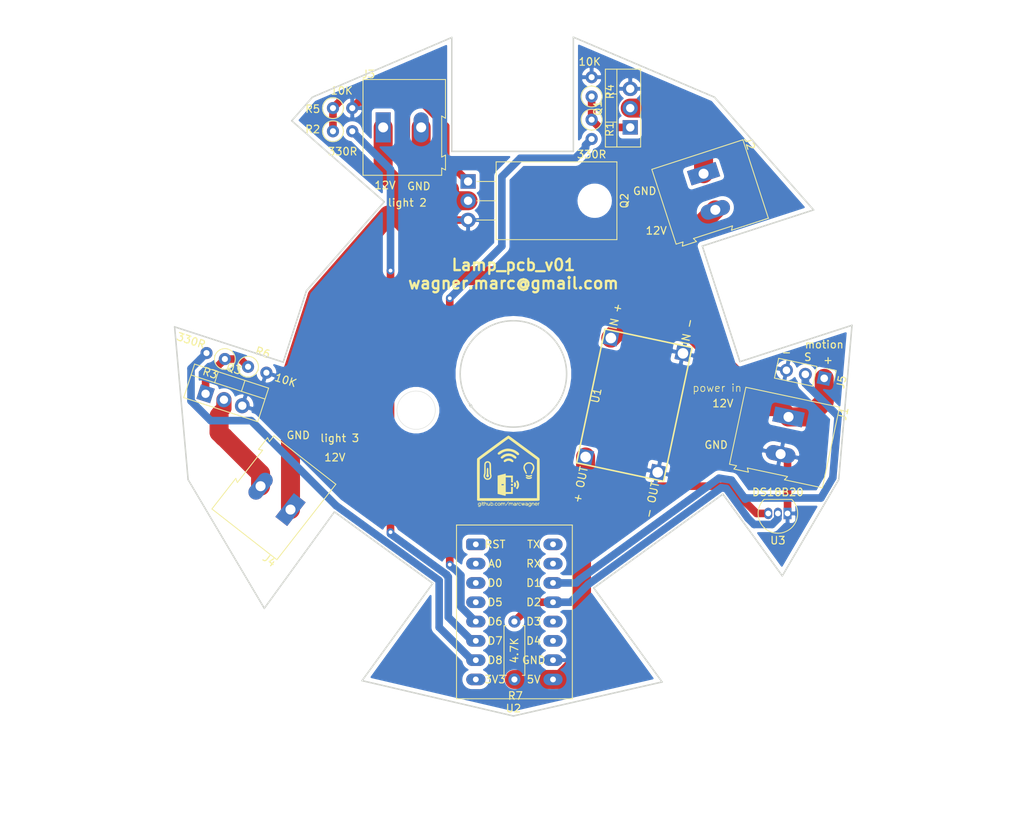
<source format=kicad_pcb>
(kicad_pcb (version 20171130) (host pcbnew 5.1.4-e60b266~84~ubuntu18.04.1)

  (general
    (thickness 1.6)
    (drawings 47)
    (tracks 144)
    (zones 0)
    (modules 19)
    (nets 24)
  )

  (page A4)
  (layers
    (0 F.Cu signal)
    (31 B.Cu signal)
    (32 B.Adhes user)
    (33 F.Adhes user)
    (34 B.Paste user)
    (35 F.Paste user)
    (36 B.SilkS user)
    (37 F.SilkS user)
    (38 B.Mask user)
    (39 F.Mask user)
    (40 Dwgs.User user)
    (41 Cmts.User user)
    (42 Eco1.User user)
    (43 Eco2.User user)
    (44 Edge.Cuts user)
    (45 Margin user)
    (46 B.CrtYd user)
    (47 F.CrtYd user)
    (48 B.Fab user)
    (49 F.Fab user)
  )

  (setup
    (last_trace_width 0.25)
    (user_trace_width 1)
    (user_trace_width 2)
    (user_trace_width 2.5)
    (trace_clearance 0.2)
    (zone_clearance 0.508)
    (zone_45_only no)
    (trace_min 0.2)
    (via_size 0.8)
    (via_drill 0.4)
    (via_min_size 0.4)
    (via_min_drill 0.3)
    (user_via 1 0.5)
    (user_via 2.5 1)
    (uvia_size 0.3)
    (uvia_drill 0.1)
    (uvias_allowed no)
    (uvia_min_size 0.2)
    (uvia_min_drill 0.1)
    (edge_width 0.05)
    (segment_width 0.2)
    (pcb_text_width 0.3)
    (pcb_text_size 1.5 1.5)
    (mod_edge_width 0.12)
    (mod_text_size 1 1)
    (mod_text_width 0.15)
    (pad_size 1.524 1.524)
    (pad_drill 0.762)
    (pad_to_mask_clearance 0.051)
    (solder_mask_min_width 0.25)
    (aux_axis_origin 0 0)
    (grid_origin 101.6 101.6)
    (visible_elements FFFFFF7F)
    (pcbplotparams
      (layerselection 0x010fc_ffffffff)
      (usegerberextensions false)
      (usegerberattributes false)
      (usegerberadvancedattributes false)
      (creategerberjobfile false)
      (excludeedgelayer true)
      (linewidth 0.100000)
      (plotframeref false)
      (viasonmask false)
      (mode 1)
      (useauxorigin false)
      (hpglpennumber 1)
      (hpglpenspeed 20)
      (hpglpendiameter 15.000000)
      (psnegative false)
      (psa4output false)
      (plotreference true)
      (plotvalue true)
      (plotinvisibletext false)
      (padsonsilk false)
      (subtractmaskfromsilk false)
      (outputformat 1)
      (mirror false)
      (drillshape 0)
      (scaleselection 1)
      (outputdirectory "gerber/"))
  )

  (net 0 "")
  (net 1 GND)
  (net 2 +12V)
  (net 3 "Net-(J3-Pad2)")
  (net 4 "Net-(J4-Pad2)")
  (net 5 "Net-(Q1-Pad1)")
  (net 6 "Net-(Q2-Pad1)")
  (net 7 "Net-(Q3-Pad1)")
  (net 8 /light1)
  (net 9 /light2)
  (net 10 /light3)
  (net 11 +5V)
  (net 12 /temp)
  (net 13 "Net-(U2-Pad1)")
  (net 14 "Net-(U2-Pad3)")
  (net 15 "Net-(U2-Pad4)")
  (net 16 "Net-(U2-Pad8)")
  (net 17 "Net-(U2-Pad11)")
  (net 18 "Net-(U2-Pad12)")
  (net 19 "Net-(U2-Pad15)")
  (net 20 "Net-(U2-Pad16)")
  (net 21 /motion)
  (net 22 "Net-(U2-Pad2)")
  (net 23 "Net-(J2-Pad1)")

  (net_class Default "This is the default net class."
    (clearance 0.2)
    (trace_width 0.25)
    (via_dia 0.8)
    (via_drill 0.4)
    (uvia_dia 0.3)
    (uvia_drill 0.1)
    (add_net +12V)
    (add_net +5V)
    (add_net /light1)
    (add_net /light2)
    (add_net /light3)
    (add_net /motion)
    (add_net /temp)
    (add_net GND)
    (add_net "Net-(J2-Pad1)")
    (add_net "Net-(J3-Pad2)")
    (add_net "Net-(J4-Pad2)")
    (add_net "Net-(Q1-Pad1)")
    (add_net "Net-(Q2-Pad1)")
    (add_net "Net-(Q3-Pad1)")
    (add_net "Net-(U2-Pad1)")
    (add_net "Net-(U2-Pad11)")
    (add_net "Net-(U2-Pad12)")
    (add_net "Net-(U2-Pad15)")
    (add_net "Net-(U2-Pad16)")
    (add_net "Net-(U2-Pad2)")
    (add_net "Net-(U2-Pad3)")
    (add_net "Net-(U2-Pad4)")
    (add_net "Net-(U2-Pad8)")
  )

  (module sensor_logo:multisensor_logo (layer F.Cu) (tedit 0) (tstamp 5E7078DC)
    (at 110.998 114.427)
    (fp_text reference G*** (at 0 0) (layer F.SilkS) hide
      (effects (font (size 1.524 1.524) (thickness 0.3)))
    )
    (fp_text value LOGO (at 0.75 0) (layer F.SilkS) hide
      (effects (font (size 1.524 1.524) (thickness 0.3)))
    )
    (fp_poly (pts (xy -2.736906 -0.529319) (xy -2.709291 -0.512686) (xy -2.690006 -0.47692) (xy -2.677595 -0.415438)
      (xy -2.670599 -0.321659) (xy -2.667561 -0.189) (xy -2.667 -0.048831) (xy -2.66622 0.113402)
      (xy -2.663483 0.231958) (xy -2.658194 0.313943) (xy -2.649758 0.366463) (xy -2.637581 0.396623)
      (xy -2.6289 0.4064) (xy -2.597167 0.462027) (xy -2.594784 0.537266) (xy -2.621143 0.610701)
      (xy -2.63525 0.629978) (xy -2.711357 0.687388) (xy -2.795693 0.695393) (xy -2.844379 0.678354)
      (xy -2.912439 0.619172) (xy -2.940362 0.538035) (xy -2.924406 0.448428) (xy -2.91393 0.427677)
      (xy -2.896202 0.388179) (xy -2.883836 0.335821) (xy -2.875966 0.261611) (xy -2.871723 0.156558)
      (xy -2.870242 0.01167) (xy -2.8702 -0.025805) (xy -2.868261 -0.205369) (xy -2.861756 -0.339691)
      (xy -2.849661 -0.434207) (xy -2.830947 -0.494351) (xy -2.80459 -0.525558) (xy -2.774309 -0.5334)
      (xy -2.736906 -0.529319)) (layer F.SilkS) (width 0.01))
    (fp_poly (pts (xy 0.004734 -3.065116) (xy 0.114494 -3.053862) (xy 0.414994 -3.002602) (xy 0.684656 -2.917311)
      (xy 0.933855 -2.793656) (xy 1.172971 -2.6273) (xy 1.212374 -2.595283) (xy 1.299602 -2.511654)
      (xy 1.363273 -2.428031) (xy 1.394977 -2.356132) (xy 1.397 -2.338062) (xy 1.380563 -2.302034)
      (xy 1.3462 -2.2606) (xy 1.274735 -2.217026) (xy 1.190807 -2.220969) (xy 1.1684 -2.22866)
      (xy 1.131879 -2.250817) (xy 1.068098 -2.296762) (xy 0.988895 -2.357851) (xy 0.962342 -2.379093)
      (xy 0.724911 -2.541536) (xy 0.474532 -2.655179) (xy 0.20875 -2.720799) (xy -0.074887 -2.739172)
      (xy -0.16356 -2.735604) (xy -0.379666 -2.710083) (xy -0.573282 -2.65908) (xy -0.758852 -2.577095)
      (xy -0.950821 -2.458625) (xy -1.019107 -2.409799) (xy -1.148762 -2.326991) (xy -1.255227 -2.287439)
      (xy -1.341124 -2.290644) (xy -1.408774 -2.335777) (xy -1.440407 -2.395488) (xy -1.429711 -2.461769)
      (xy -1.374952 -2.53845) (xy -1.276391 -2.627755) (xy -1.065023 -2.772167) (xy -0.821794 -2.895367)
      (xy -0.563882 -2.989409) (xy -0.410513 -3.028267) (xy -0.283588 -3.053319) (xy -0.185633 -3.06715)
      (xy -0.096306 -3.070752) (xy 0.004734 -3.065116)) (layer F.SilkS) (width 0.01))
    (fp_poly (pts (xy 0.197703 -2.41658) (xy 0.44802 -2.34935) (xy 0.695537 -2.231565) (xy 0.776836 -2.181391)
      (xy 0.9085 -2.084537) (xy 0.991802 -1.996651) (xy 1.027977 -1.915732) (xy 1.018265 -1.839776)
      (xy 1.00406 -1.813696) (xy 0.955008 -1.765516) (xy 0.891026 -1.753622) (xy 0.80711 -1.778938)
      (xy 0.698256 -1.842389) (xy 0.644646 -1.880086) (xy 0.493198 -1.981999) (xy 0.358972 -2.049966)
      (xy 0.226499 -2.088924) (xy 0.080307 -2.103807) (xy -0.0508 -2.101994) (xy -0.176297 -2.093735)
      (xy -0.269187 -2.080171) (xy -0.347647 -2.05719) (xy -0.429857 -2.020682) (xy -0.445884 -2.012646)
      (xy -0.547248 -1.955454) (xy -0.648743 -1.889006) (xy -0.708638 -1.843642) (xy -0.807631 -1.776571)
      (xy -0.891126 -1.75569) (xy -0.963385 -1.780392) (xy -0.9906 -1.8034) (xy -1.030185 -1.850742)
      (xy -1.037924 -1.894588) (xy -1.016574 -1.956949) (xy -1.011292 -1.968692) (xy -0.971106 -2.02284)
      (xy -0.898361 -2.091828) (xy -0.805165 -2.1663) (xy -0.703628 -2.236901) (xy -0.605858 -2.294277)
      (xy -0.563928 -2.314326) (xy -0.308884 -2.399129) (xy -0.054803 -2.433193) (xy 0.197703 -2.41658)) (layer F.SilkS) (width 0.01))
    (fp_poly (pts (xy 0.144016 -1.768851) (xy 0.304991 -1.730716) (xy 0.444482 -1.655091) (xy 0.523278 -1.588957)
      (xy 0.599573 -1.50339) (xy 0.631613 -1.432391) (xy 0.621444 -1.369633) (xy 0.60325 -1.341905)
      (xy 0.554723 -1.299471) (xy 0.498185 -1.291547) (xy 0.423498 -1.318845) (xy 0.354828 -1.359398)
      (xy 0.184219 -1.444481) (xy 0.015381 -1.478826) (xy -0.151527 -1.462428) (xy -0.316344 -1.395285)
      (xy -0.355609 -1.371595) (xy -0.457606 -1.315909) (xy -0.533959 -1.29879) (xy -0.591485 -1.31973)
      (xy -0.62086 -1.351852) (xy -0.652656 -1.408988) (xy -0.653192 -1.458297) (xy -0.619646 -1.515736)
      (xy -0.584385 -1.558009) (xy -0.468403 -1.653734) (xy -0.314444 -1.723591) (xy -0.129863 -1.764642)
      (xy -0.047584 -1.772432) (xy 0.144016 -1.768851)) (layer F.SilkS) (width 0.01))
    (fp_poly (pts (xy 2.859337 -1.258942) (xy 3.024667 -1.195356) (xy 3.165017 -1.088362) (xy 3.19618 -1.055026)
      (xy 3.297671 -0.920693) (xy 3.358679 -0.78892) (xy 3.385776 -0.643125) (xy 3.388653 -0.569323)
      (xy 3.387571 -0.493244) (xy 3.381124 -0.429355) (xy 3.365707 -0.365872) (xy 3.337715 -0.291011)
      (xy 3.293543 -0.192987) (xy 3.238425 -0.078206) (xy 3.165337 0.067446) (xy 3.107546 0.169995)
      (xy 3.061706 0.233592) (xy 3.024469 0.262391) (xy 2.992488 0.260542) (xy 2.975691 0.247731)
      (xy 2.952298 0.207623) (xy 2.951092 0.150588) (xy 2.973749 0.069779) (xy 3.021948 -0.041651)
      (xy 3.0704 -0.138859) (xy 3.145605 -0.295452) (xy 3.19236 -0.422688) (xy 3.212913 -0.531686)
      (xy 3.209513 -0.633563) (xy 3.188905 -0.724771) (xy 3.121829 -0.87152) (xy 3.02279 -0.985274)
      (xy 2.900045 -1.064068) (xy 2.761851 -1.105939) (xy 2.616465 -1.108923) (xy 2.472144 -1.071057)
      (xy 2.337144 -0.990378) (xy 2.28238 -0.940351) (xy 2.191534 -0.82774) (xy 2.13822 -0.711864)
      (xy 2.122373 -0.58617) (xy 2.143928 -0.444107) (xy 2.202821 -0.27912) (xy 2.274372 -0.130804)
      (xy 2.324016 -0.028961) (xy 2.362592 0.063437) (xy 2.384566 0.132476) (xy 2.3876 0.153981)
      (xy 2.373 0.220824) (xy 2.336283 0.259985) (xy 2.294772 0.26198) (xy 2.268745 0.233835)
      (xy 2.228586 0.168698) (xy 2.17912 0.07671) (xy 2.125175 -0.031994) (xy 2.071579 -0.147273)
      (xy 2.023158 -0.258991) (xy 1.98474 -0.357008) (xy 1.961151 -0.431188) (xy 1.95807 -0.445174)
      (xy 1.949477 -0.618051) (xy 1.983974 -0.790666) (xy 2.056998 -0.949914) (xy 2.163984 -1.082689)
      (xy 2.187293 -1.103437) (xy 2.317761 -1.197948) (xy 2.445627 -1.253661) (xy 2.590118 -1.277651)
      (xy 2.667 -1.279982) (xy 2.859337 -1.258942)) (layer F.SilkS) (width 0.01))
    (fp_poly (pts (xy 3.027817 0.392003) (xy 3.055915 0.417941) (xy 3.057806 0.419835) (xy 3.084366 0.468573)
      (xy 3.064301 0.517519) (xy 2.996114 0.568886) (xy 2.936199 0.599604) (xy 2.765377 0.65244)
      (xy 2.590717 0.655339) (xy 2.417613 0.60832) (xy 2.39395 0.59782) (xy 2.302335 0.543618)
      (xy 2.260716 0.489886) (xy 2.269393 0.4372) (xy 2.295293 0.409226) (xy 2.330929 0.396347)
      (xy 2.387022 0.408458) (xy 2.441343 0.430959) (xy 2.586337 0.473516) (xy 2.736438 0.477154)
      (xy 2.874307 0.441841) (xy 2.8956 0.4318) (xy 2.963781 0.397743) (xy 3.00248 0.384874)
      (xy 3.027817 0.392003)) (layer F.SilkS) (width 0.01))
    (fp_poly (pts (xy 2.395849 0.68184) (xy 2.442043 0.700142) (xy 2.534199 0.729274) (xy 2.638445 0.745298)
      (xy 2.667 0.746369) (xy 2.767232 0.735966) (xy 2.867202 0.710026) (xy 2.891956 0.700142)
      (xy 2.983777 0.670286) (xy 3.044775 0.676231) (xy 3.072141 0.717454) (xy 3.0734 0.733959)
      (xy 3.049777 0.796012) (xy 2.985555 0.84971) (xy 2.890701 0.891562) (xy 2.77518 0.918077)
      (xy 2.64896 0.925763) (xy 2.551457 0.916773) (xy 2.445956 0.888016) (xy 2.35456 0.842995)
      (xy 2.2899 0.789441) (xy 2.265168 0.74155) (xy 2.274271 0.688569) (xy 2.319104 0.668368)
      (xy 2.395849 0.68184)) (layer F.SilkS) (width 0.01))
    (fp_poly (pts (xy -2.605667 -1.386278) (xy -2.492224 -1.323946) (xy -2.399673 -1.228047) (xy -2.359567 -1.157697)
      (xy -2.344806 -1.12043) (xy -2.333442 -1.077189) (xy -2.325034 -1.021121) (xy -2.319141 -0.945372)
      (xy -2.315324 -0.843089) (xy -2.313141 -0.707419) (xy -2.312152 -0.531509) (xy -2.311958 -0.417275)
      (xy -2.311209 -0.208905) (xy -2.30912 -0.044562) (xy -2.305319 0.082517) (xy -2.299433 0.179094)
      (xy -2.29109 0.251934) (xy -2.279918 0.307799) (xy -2.270225 0.340394) (xy -2.240404 0.499932)
      (xy -2.256932 0.655531) (xy -2.316893 0.797831) (xy -2.417369 0.917476) (xy -2.460807 0.951731)
      (xy -2.577895 1.008812) (xy -2.715811 1.037173) (xy -2.855959 1.035417) (xy -2.979741 1.002146)
      (xy -2.999732 0.992225) (xy -3.130727 0.895411) (xy -3.225389 0.772053) (xy -3.280757 0.631042)
      (xy -3.285374 0.578291) (xy -3.10032 0.578291) (xy -3.061375 0.69314) (xy -3.031022 0.737052)
      (xy -2.95774 0.80893) (xy -2.878712 0.847434) (xy -2.774164 0.861404) (xy -2.751499 0.861989)
      (xy -2.65422 0.849482) (xy -2.571983 0.80167) (xy -2.566437 0.797074) (xy -2.469218 0.691275)
      (xy -2.422006 0.578202) (xy -2.424232 0.455336) (xy -2.4638 0.3429) (xy -2.478911 0.30772)
      (xy -2.490602 0.267952) (xy -2.499317 0.216873) (xy -2.5055 0.147761) (xy -2.509594 0.053891)
      (xy -2.512042 -0.071458) (xy -2.513287 -0.235009) (xy -2.513739 -0.41442) (xy -2.515039 -0.623272)
      (xy -2.518234 -0.801807) (xy -2.523147 -0.945358) (xy -2.529597 -1.049259) (xy -2.537407 -1.108843)
      (xy -2.540753 -1.119007) (xy -2.593544 -1.175339) (xy -2.675182 -1.220696) (xy -2.763715 -1.243678)
      (xy -2.782579 -1.2446) (xy -2.854277 -1.222291) (xy -2.934985 -1.159492) (xy -2.936241 -1.15824)
      (xy -3.0226 -1.07188) (xy -3.0226 -0.407679) (xy -3.023195 -0.192946) (xy -3.025156 -0.023525)
      (xy -3.028748 0.106062) (xy -3.034236 0.201289) (xy -3.041885 0.267635) (xy -3.051961 0.310575)
      (xy -3.058059 0.325111) (xy -3.099527 0.450861) (xy -3.10032 0.578291) (xy -3.285374 0.578291)
      (xy -3.293866 0.481269) (xy -3.261752 0.331627) (xy -3.237774 0.277995) (xy -3.225714 0.245131)
      (xy -3.216391 0.194929) (xy -3.209491 0.121459) (xy -3.2047 0.018792) (xy -3.201702 -0.119004)
      (xy -3.200184 -0.297857) (xy -3.199843 -0.436889) (xy -3.199325 -0.638248) (xy -3.197873 -0.79563)
      (xy -3.19505 -0.915854) (xy -3.190419 -1.00574) (xy -3.183543 -1.07211) (xy -3.173987 -1.121783)
      (xy -3.161313 -1.161578) (xy -3.152042 -1.183525) (xy -3.077374 -1.293701) (xy -2.975854 -1.368753)
      (xy -2.85703 -1.408992) (xy -2.730452 -1.41473) (xy -2.605667 -1.386278)) (layer F.SilkS) (width 0.01))
    (fp_poly (pts (xy 0.48258 1.549049) (xy 0.542408 1.57981) (xy 0.550469 1.589179) (xy 0.58122 1.666175)
      (xy 0.57261 1.744787) (xy 0.544285 1.788885) (xy 0.484798 1.820369) (xy 0.410435 1.826983)
      (xy 0.346743 1.807573) (xy 0.33528 1.79832) (xy 0.310641 1.744714) (xy 0.306699 1.671362)
      (xy 0.322583 1.603622) (xy 0.342978 1.574735) (xy 0.408123 1.546802) (xy 0.48258 1.549049)) (layer F.SilkS) (width 0.01))
    (fp_poly (pts (xy 0.879715 1.38078) (xy 0.945705 1.493847) (xy 0.976675 1.629489) (xy 0.972141 1.773024)
      (xy 0.931618 1.909772) (xy 0.89915 1.968825) (xy 0.864013 2.015551) (xy 0.833595 2.026464)
      (xy 0.793992 2.000578) (xy 0.751775 1.958383) (xy 0.707423 1.904975) (xy 0.697143 1.865432)
      (xy 0.708923 1.833053) (xy 0.73113 1.755392) (xy 0.734761 1.658674) (xy 0.719767 1.570849)
      (xy 0.709431 1.546095) (xy 0.698052 1.505239) (xy 0.713917 1.459028) (xy 0.751817 1.404141)
      (xy 0.821371 1.312951) (xy 0.879715 1.38078)) (layer F.SilkS) (width 0.01))
    (fp_poly (pts (xy 1.217439 1.203941) (xy 1.271829 1.292916) (xy 1.318795 1.386352) (xy 1.334528 1.425314)
      (xy 1.361583 1.547857) (xy 1.370166 1.693769) (xy 1.360295 1.839104) (xy 1.334124 1.954028)
      (xy 1.29915 2.034342) (xy 1.252469 2.117776) (xy 1.202563 2.191628) (xy 1.157917 2.243197)
      (xy 1.129722 2.260057) (xy 1.096107 2.243896) (xy 1.04681 2.203408) (xy 1.037332 2.194187)
      (xy 0.970919 2.127774) (xy 1.050609 1.999579) (xy 1.094196 1.922785) (xy 1.118328 1.855543)
      (xy 1.128506 1.776419) (xy 1.1303 1.6891) (xy 1.127387 1.58475) (xy 1.114972 1.509585)
      (xy 1.087534 1.442149) (xy 1.050337 1.378182) (xy 0.970375 1.249549) (xy 1.053898 1.168595)
      (xy 1.137422 1.08764) (xy 1.217439 1.203941)) (layer F.SilkS) (width 0.01))
    (fp_poly (pts (xy -0.389182 0.251469) (xy -0.382285 0.30988) (xy -0.381 0.3556) (xy -0.381 0.4826)
      (xy 0.5588 0.4826) (xy 0.5588 1.3843) (xy 0.331586 1.3843) (xy 0.3175 0.7239)
      (xy -0.381 0.709766) (xy -0.381 2.6416) (xy 0.3302 2.6416) (xy 0.3302 1.9812)
      (xy 0.559972 1.9812) (xy 0.5461 2.8829) (xy 0.083918 2.889817) (xy -0.378263 2.896735)
      (xy -0.385982 3.014832) (xy -0.395476 3.085444) (xy -0.410766 3.130037) (xy -0.4191 3.137384)
      (xy -0.4504 3.132652) (xy -0.523057 3.116864) (xy -0.629292 3.091863) (xy -0.761329 3.059489)
      (xy -0.911387 3.021582) (xy -0.94615 3.012656) (xy -1.4478 2.883473) (xy -1.4478 1.683036)
      (xy -1.447741 1.6002) (xy -0.9398 1.6002) (xy -0.9398 1.7526) (xy -0.635 1.7526)
      (xy -0.635 1.6002) (xy -0.9398 1.6002) (xy -1.447741 1.6002) (xy -1.447626 1.441533)
      (xy -1.447125 1.216264) (xy -1.446333 1.012178) (xy -1.445286 0.83422) (xy -1.444017 0.687338)
      (xy -1.442564 0.576476) (xy -1.44096 0.506582) (xy -1.439263 0.482599) (xy -1.413193 0.4767)
      (xy -1.345303 0.460227) (xy -1.243035 0.435016) (xy -1.11383 0.402904) (xy -0.96513 0.365729)
      (xy -0.924913 0.355642) (xy -0.771618 0.317386) (xy -0.635132 0.283746) (xy -0.523098 0.25657)
      (xy -0.443159 0.237709) (xy -0.40296 0.229011) (xy -0.40005 0.228642) (xy -0.389182 0.251469)) (layer F.SilkS) (width 0.01))
    (fp_poly (pts (xy -0.025514 -4.774849) (xy -0.009572 -4.772307) (xy 0.010346 -4.765347) (xy 0.037421 -4.751738)
      (xy 0.074834 -4.729251) (xy 0.125763 -4.695657) (xy 0.193391 -4.648727) (xy 0.280896 -4.58623)
      (xy 0.391459 -4.505939) (xy 0.52826 -4.405624) (xy 0.69448 -4.283054) (xy 0.893299 -4.136002)
      (xy 1.127896 -3.962236) (xy 1.2827 -3.847527) (xy 1.443631 -3.728349) (xy 1.613581 -3.602625)
      (xy 1.78075 -3.479073) (xy 1.933339 -3.366414) (xy 2.059548 -3.273368) (xy 2.0828 -3.256251)
      (xy 2.197119 -3.172039) (xy 2.341503 -3.065555) (xy 2.505182 -2.94475) (xy 2.677386 -2.817572)
      (xy 2.847348 -2.691971) (xy 2.924064 -2.635247) (xy 3.08723 -2.514649) (xy 3.255938 -2.390078)
      (xy 3.419898 -2.269124) (xy 3.568817 -2.159378) (xy 3.692405 -2.068429) (xy 3.741995 -2.032)
      (xy 3.850085 -1.949705) (xy 3.944293 -1.872425) (xy 4.016277 -1.807419) (xy 4.057696 -1.761942)
      (xy 4.063174 -1.7526) (xy 4.067986 -1.720033) (xy 4.072183 -1.6458) (xy 4.07577 -1.528983)
      (xy 4.078755 -1.368662) (xy 4.081145 -1.163916) (xy 4.082945 -0.913826) (xy 4.084163 -0.617472)
      (xy 4.084806 -0.273934) (xy 4.08488 0.117707) (xy 4.084392 0.558372) (xy 4.083443 1.011897)
      (xy 4.0767 3.712895) (xy 4.016736 3.761447) (xy 4.00777 3.767852) (xy 3.995861 3.773668)
      (xy 3.978639 3.778923) (xy 3.953728 3.783645) (xy 3.918758 3.787864) (xy 3.871354 3.791607)
      (xy 3.809144 3.794903) (xy 3.729756 3.79778) (xy 3.630816 3.800266) (xy 3.509953 3.802391)
      (xy 3.364792 3.804182) (xy 3.192962 3.805668) (xy 2.992089 3.806877) (xy 2.759801 3.807838)
      (xy 2.493725 3.808579) (xy 2.191488 3.809129) (xy 1.850718 3.809515) (xy 1.469041 3.809767)
      (xy 1.044086 3.809913) (xy 0.573479 3.809981) (xy 0.054847 3.809999) (xy -0.0381 3.81)
      (xy -0.565118 3.809987) (xy -1.043707 3.809929) (xy -1.476243 3.809799) (xy -1.865097 3.809567)
      (xy -2.212641 3.809205) (xy -2.52125 3.808685) (xy -2.793295 3.807979) (xy -3.03115 3.807057)
      (xy -3.237186 3.805892) (xy -3.413778 3.804455) (xy -3.563297 3.802717) (xy -3.688117 3.800651)
      (xy -3.79061 3.798228) (xy -3.873149 3.795419) (xy -3.938106 3.792197) (xy -3.987856 3.788532)
      (xy -4.024769 3.784396) (xy -4.051219 3.779761) (xy -4.06958 3.774598) (xy -4.082222 3.76888)
      (xy -4.09152 3.762577) (xy -4.092937 3.761447) (xy -4.1529 3.712895) (xy -4.153611 3.4544)
      (xy -3.810246 3.4544) (xy 3.7338 3.4544) (xy 3.731934 -1.6129) (xy 3.434417 -1.831582)
      (xy 3.373024 -1.876713) (xy 3.313907 -1.920189) (xy 3.254095 -1.964203) (xy 3.190618 -2.010947)
      (xy 3.120504 -2.062615) (xy 3.040783 -2.121398) (xy 2.948484 -2.18949) (xy 2.840636 -2.269083)
      (xy 2.714268 -2.362369) (xy 2.56641 -2.471543) (xy 2.39409 -2.598795) (xy 2.194338 -2.74632)
      (xy 1.964183 -2.916309) (xy 1.700654 -3.110956) (xy 1.40078 -3.332452) (xy 1.22945 -3.459003)
      (xy 1.009663 -3.621298) (xy 0.801802 -3.774693) (xy 0.609504 -3.91651) (xy 0.436405 -4.044071)
      (xy 0.286143 -4.1547) (xy 0.162352 -4.245718) (xy 0.068671 -4.314448) (xy 0.008735 -4.358214)
      (xy -0.013652 -4.37424) (xy -0.040394 -4.364265) (xy -0.101438 -4.327824) (xy -0.190554 -4.269075)
      (xy -0.301513 -4.192175) (xy -0.428085 -4.101283) (xy -0.482689 -4.061201) (xy -0.637454 -3.946941)
      (xy -0.800719 -3.8265) (xy -0.960172 -3.708955) (xy -1.103502 -3.603381) (xy -1.218396 -3.518853)
      (xy -1.2192 -3.518262) (xy -1.295863 -3.461814) (xy -1.408348 -3.37884) (xy -1.55165 -3.27304)
      (xy -1.720762 -3.148113) (xy -1.910678 -3.00776) (xy -2.116391 -2.85568) (xy -2.332894 -2.695573)
      (xy -2.555181 -2.531137) (xy -2.6543 -2.457797) (xy -3.7973 -1.612013) (xy -3.803773 0.921193)
      (xy -3.810246 3.4544) (xy -4.153611 3.4544) (xy -4.160232 1.049997) (xy -4.161095 0.684854)
      (xy -4.161651 0.332948) (xy -4.161908 -0.002261) (xy -4.161877 -0.317313) (xy -4.161567 -0.608747)
      (xy -4.160988 -0.873103) (xy -4.160148 -1.106921) (xy -4.159058 -1.306741) (xy -4.157727 -1.469103)
      (xy -4.156164 -1.590545) (xy -4.154379 -1.66761) (xy -4.152683 -1.695702) (xy -4.150355 -1.711288)
      (xy -4.147913 -1.725404) (xy -4.143058 -1.73984) (xy -4.133485 -1.756386) (xy -4.116893 -1.776832)
      (xy -4.09098 -1.802967) (xy -4.053444 -1.836581) (xy -4.001981 -1.879463) (xy -3.934291 -1.933404)
      (xy -3.848071 -2.000194) (xy -3.741019 -2.081621) (xy -3.610832 -2.179475) (xy -3.455209 -2.295547)
      (xy -3.271847 -2.431626) (xy -3.058443 -2.589502) (xy -2.812697 -2.770963) (xy -2.532305 -2.977802)
      (xy -2.214965 -3.211806) (xy -1.971529 -3.391315) (xy -1.669419 -3.613677) (xy -1.385646 -3.821683)
      (xy -1.122533 -4.013671) (xy -0.882403 -4.187976) (xy -0.667579 -4.342932) (xy -0.480383 -4.476874)
      (xy -0.323139 -4.588139) (xy -0.19817 -4.67506) (xy -0.107797 -4.735974) (xy -0.054344 -4.769216)
      (xy -0.040659 -4.7752) (xy -0.025514 -4.774849)) (layer F.SilkS) (width 0.01))
    (fp_poly (pts (xy -3.509626 3.931931) (xy -3.5052 3.9497) (xy -3.525532 3.983374) (xy -3.5433 3.9878)
      (xy -3.576975 3.967468) (xy -3.5814 3.9497) (xy -3.561069 3.916025) (xy -3.5433 3.9116)
      (xy -3.509626 3.931931)) (layer F.SilkS) (width 0.01))
    (fp_poly (pts (xy 4.046329 4.044348) (xy 4.064 4.072622) (xy 4.043234 4.107194) (xy 4.0005 4.135578)
      (xy 3.963556 4.15816) (xy 3.944518 4.192518) (xy 3.937658 4.253911) (xy 3.937 4.304755)
      (xy 3.933603 4.389187) (xy 3.921679 4.432743) (xy 3.8989 4.445) (xy 3.879351 4.435429)
      (xy 3.867619 4.400703) (xy 3.862012 4.331802) (xy 3.8608 4.2418) (xy 3.863058 4.131882)
      (xy 3.871228 4.06724) (xy 3.8874 4.042496) (xy 3.913665 4.052269) (xy 3.929053 4.066213)
      (xy 3.959712 4.080089) (xy 3.973732 4.066213) (xy 4.008093 4.041397) (xy 4.046329 4.044348)) (layer F.SilkS) (width 0.01))
    (fp_poly (pts (xy 3.689613 4.058893) (xy 3.753664 4.108776) (xy 3.798868 4.171749) (xy 3.81 4.215245)
      (xy 3.804734 4.244225) (xy 3.781156 4.259883) (xy 3.727594 4.266199) (xy 3.6576 4.2672)
      (xy 3.564255 4.270556) (xy 3.516695 4.282447) (xy 3.510236 4.305603) (xy 3.53568 4.33832)
      (xy 3.581602 4.361333) (xy 3.64186 4.367846) (xy 3.693906 4.357786) (xy 3.714132 4.338902)
      (xy 3.739627 4.322736) (xy 3.756003 4.328724) (xy 3.769601 4.357869) (xy 3.747733 4.39426)
      (xy 3.702296 4.426768) (xy 3.645185 4.444267) (xy 3.631688 4.445) (xy 3.562653 4.42924)
      (xy 3.495925 4.392356) (xy 3.440972 4.320386) (xy 3.425203 4.23308) (xy 3.435318 4.19608)
      (xy 3.5052 4.19608) (xy 3.527911 4.2082) (xy 3.585371 4.215469) (xy 3.6195 4.2164)
      (xy 3.687678 4.212362) (xy 3.728564 4.202147) (xy 3.7338 4.19608) (xy 3.712012 4.153912)
      (xy 3.660729 4.122435) (xy 3.6195 4.1148) (xy 3.560202 4.130293) (xy 3.515937 4.166761)
      (xy 3.5052 4.19608) (xy 3.435318 4.19608) (xy 3.448618 4.147432) (xy 3.495925 4.091243)
      (xy 3.561331 4.054) (xy 3.624079 4.0386) (xy 3.689613 4.058893)) (layer F.SilkS) (width 0.01))
    (fp_poly (pts (xy 3.26318 4.044243) (xy 3.322397 4.072537) (xy 3.337516 4.086544) (xy 3.36021 4.135776)
      (xy 3.37251 4.210723) (xy 3.374593 4.294912) (xy 3.366635 4.371871) (xy 3.348812 4.425128)
      (xy 3.33375 4.438759) (xy 3.31504 4.429257) (xy 3.304904 4.38122) (xy 3.302 4.293919)
      (xy 3.29867 4.201543) (xy 3.286903 4.148634) (xy 3.264027 4.124188) (xy 3.260447 4.12266)
      (xy 3.19936 4.119935) (xy 3.155287 4.164617) (xy 3.128736 4.256072) (xy 3.1242 4.29321)
      (xy 3.111435 4.372049) (xy 3.092547 4.425353) (xy 3.07975 4.438794) (xy 3.063098 4.43027)
      (xy 3.053033 4.387085) (xy 3.048509 4.302834) (xy 3.048 4.243916) (xy 3.050223 4.133371)
      (xy 3.058277 4.068089) (xy 3.074233 4.042672) (xy 3.100165 4.051723) (xy 3.116253 4.066213)
      (xy 3.146912 4.080089) (xy 3.160932 4.066213) (xy 3.202277 4.041319) (xy 3.26318 4.044243)) (layer F.SilkS) (width 0.01))
    (fp_poly (pts (xy 2.4459 4.060334) (xy 2.502006 4.12347) (xy 2.535836 4.225131) (xy 2.543116 4.29081)
      (xy 2.550199 4.428721) (xy 2.406994 4.437081) (xy 2.321648 4.439282) (xy 2.270574 4.430462)
      (xy 2.237696 4.406375) (xy 2.224095 4.388769) (xy 2.191011 4.332786) (xy 2.191981 4.312369)
      (xy 2.262268 4.312369) (xy 2.272659 4.336192) (xy 2.294818 4.354355) (xy 2.358957 4.376811)
      (xy 2.421303 4.356611) (xy 2.444361 4.332552) (xy 2.461511 4.292897) (xy 2.437987 4.270569)
      (xy 2.400329 4.260989) (xy 2.333867 4.264585) (xy 2.292379 4.283427) (xy 2.262268 4.312369)
      (xy 2.191981 4.312369) (xy 2.192923 4.29256) (xy 2.231539 4.245475) (xy 2.2352 4.2418)
      (xy 2.307998 4.200693) (xy 2.374102 4.191) (xy 2.432418 4.186408) (xy 2.450553 4.16883)
      (xy 2.446497 4.150065) (xy 2.422196 4.123559) (xy 2.369623 4.118444) (xy 2.332994 4.122248)
      (xy 2.263882 4.12459) (xy 2.236876 4.11027) (xy 2.255224 4.083116) (xy 2.28433 4.064893)
      (xy 2.371885 4.039538) (xy 2.4459 4.060334)) (layer F.SilkS) (width 0.01))
    (fp_poly (pts (xy 1.687597 4.060479) (xy 1.72165 4.116929) (xy 1.745665 4.17195) (xy 1.776874 4.243563)
      (xy 1.804719 4.289669) (xy 1.818917 4.299739) (xy 1.841002 4.271602) (xy 1.849404 4.215272)
      (xy 1.842803 4.15183) (xy 1.830297 4.117597) (xy 1.819688 4.070303) (xy 1.836798 4.044871)
      (xy 1.867447 4.052329) (xy 1.885198 4.074906) (xy 1.906657 4.104082) (xy 1.928155 4.091916)
      (xy 1.943277 4.072162) (xy 1.977946 4.041609) (xy 1.998259 4.052125) (xy 1.997438 4.094545)
      (xy 1.985207 4.128848) (xy 1.971053 4.186194) (xy 1.970948 4.249696) (xy 1.983071 4.299995)
      (xy 2.003003 4.317975) (xy 2.020633 4.29646) (xy 2.049145 4.240927) (xy 2.073094 4.185744)
      (xy 2.111021 4.10578) (xy 2.145729 4.055091) (xy 2.171868 4.039135) (xy 2.18409 4.063366)
      (xy 2.1844 4.072215) (xy 2.17423 4.118168) (xy 2.14803 4.188664) (xy 2.112267 4.27006)
      (xy 2.073406 4.348712) (xy 2.037912 4.410978) (xy 2.012251 4.443213) (xy 2.007735 4.445)
      (xy 1.981492 4.423832) (xy 1.951677 4.371928) (xy 1.947632 4.36245) (xy 1.913919 4.2799)
      (xy 1.877709 4.354224) (xy 1.844629 4.408482) (xy 1.814534 4.437271) (xy 1.813618 4.437601)
      (xy 1.79168 4.420142) (xy 1.7578 4.365747) (xy 1.718216 4.284914) (xy 1.705668 4.255906)
      (xy 1.663276 4.154257) (xy 1.638631 4.090589) (xy 1.629876 4.056019) (xy 1.635158 4.04166)
      (xy 1.652621 4.038628) (xy 1.660298 4.0386) (xy 1.687597 4.060479)) (layer F.SilkS) (width 0.01))
    (fp_poly (pts (xy 1.513192 4.049133) (xy 1.551069 4.064893) (xy 1.588436 4.098013) (xy 1.600946 4.133738)
      (xy 1.587749 4.15611) (xy 1.55575 4.152735) (xy 1.456138 4.124418) (xy 1.388738 4.135106)
      (xy 1.352892 4.185073) (xy 1.3462 4.23983) (xy 1.364446 4.318619) (xy 1.416533 4.361819)
      (xy 1.4605 4.3688) (xy 1.518788 4.355044) (xy 1.54432 4.33832) (xy 1.580965 4.321818)
      (xy 1.60234 4.33538) (xy 1.610233 4.365554) (xy 1.573105 4.402679) (xy 1.571288 4.40396)
      (xy 1.483296 4.44133) (xy 1.39572 4.428361) (xy 1.336925 4.392356) (xy 1.288131 4.338399)
      (xy 1.270711 4.267536) (xy 1.27 4.2418) (xy 1.290964 4.14779) (xy 1.346172 4.079504)
      (xy 1.424091 4.044199) (xy 1.513192 4.049133)) (layer F.SilkS) (width 0.01))
    (fp_poly (pts (xy 1.252329 4.044348) (xy 1.27 4.072622) (xy 1.249255 4.107396) (xy 1.207867 4.134955)
      (xy 1.169811 4.160156) (xy 1.149249 4.201474) (xy 1.139387 4.274548) (xy 1.138017 4.295785)
      (xy 1.127577 4.377572) (xy 1.109503 4.428756) (xy 1.09855 4.43877) (xy 1.081899 4.430265)
      (xy 1.071834 4.387106) (xy 1.06731 4.302886) (xy 1.0668 4.243916) (xy 1.069023 4.133371)
      (xy 1.077077 4.068089) (xy 1.093033 4.042672) (xy 1.118965 4.051723) (xy 1.135053 4.066213)
      (xy 1.165712 4.080089) (xy 1.179732 4.066213) (xy 1.214093 4.041397) (xy 1.252329 4.044348)) (layer F.SilkS) (width 0.01))
    (fp_poly (pts (xy 0.875325 4.048785) (xy 0.936858 4.085659) (xy 0.974602 4.161438) (xy 0.990037 4.27952)
      (xy 0.990587 4.313303) (xy 0.990575 4.4323) (xy 0.855452 4.438134) (xy 0.769131 4.436086)
      (xy 0.707123 4.423615) (xy 0.690364 4.414004) (xy 0.66786 4.367518) (xy 0.661583 4.322326)
      (xy 0.7366 4.322326) (xy 0.745827 4.356187) (xy 0.782773 4.366133) (xy 0.818941 4.364059)
      (xy 0.884418 4.345597) (xy 0.909071 4.314934) (xy 0.894253 4.275615) (xy 0.86238 4.259521)
      (xy 0.788655 4.255302) (xy 0.745239 4.285564) (xy 0.7366 4.322326) (xy 0.661583 4.322326)
      (xy 0.6604 4.313813) (xy 0.681533 4.24427) (xy 0.744199 4.20312) (xy 0.835732 4.191)
      (xy 0.888506 4.18526) (xy 0.900962 4.163765) (xy 0.897097 4.150065) (xy 0.872796 4.123559)
      (xy 0.820223 4.118444) (xy 0.783594 4.122248) (xy 0.721789 4.125209) (xy 0.687965 4.116468)
      (xy 0.6858 4.111838) (xy 0.708002 4.080777) (xy 0.761816 4.056307) (xy 0.828058 4.044812)
      (xy 0.875325 4.048785)) (layer F.SilkS) (width 0.01))
    (fp_poly (pts (xy 0.522331 4.046794) (xy 0.558197 4.082381) (xy 0.562458 4.08761) (xy 0.593285 4.141029)
      (xy 0.605403 4.211165) (xy 0.604391 4.288466) (xy 0.593431 4.3793) (xy 0.575708 4.431333)
      (xy 0.55637 4.442121) (xy 0.540565 4.409217) (xy 0.53344 4.330176) (xy 0.5334 4.322194)
      (xy 0.528793 4.214802) (xy 0.513055 4.149822) (xy 0.483305 4.119537) (xy 0.455981 4.1148)
      (xy 0.411704 4.126101) (xy 0.382431 4.165903) (xy 0.363378 4.243054) (xy 0.356052 4.299677)
      (xy 0.341425 4.382269) (xy 0.322973 4.415597) (xy 0.303865 4.400712) (xy 0.287272 4.338666)
      (xy 0.2794 4.274256) (xy 0.267264 4.183886) (xy 0.248597 4.135266) (xy 0.225332 4.120104)
      (xy 0.166729 4.13119) (xy 0.124843 4.185217) (xy 0.103515 4.275983) (xy 0.1016 4.319814)
      (xy 0.096058 4.40529) (xy 0.078807 4.442838) (xy 0.048907 4.434175) (xy 0.042333 4.428066)
      (xy 0.030617 4.391274) (xy 0.025188 4.321976) (xy 0.025467 4.23663) (xy 0.030879 4.151697)
      (xy 0.040846 4.083637) (xy 0.05479 4.048911) (xy 0.05565 4.048301) (xy 0.087904 4.047355)
      (xy 0.09543 4.058192) (xy 0.116419 4.07393) (xy 0.166135 4.058898) (xy 0.168661 4.057755)
      (xy 0.231474 4.041706) (xy 0.28273 4.060185) (xy 0.33 4.078248) (xy 0.38819 4.070625)
      (xy 0.423066 4.059107) (xy 0.484777 4.040568) (xy 0.522331 4.046794)) (layer F.SilkS) (width 0.01))
    (fp_poly (pts (xy -0.002921 3.920582) (xy 0 3.926647) (xy -0.014005 3.960809) (xy -0.051287 4.023661)
      (xy -0.104752 4.105227) (xy -0.167303 4.195526) (xy -0.231845 4.284581) (xy -0.29128 4.362412)
      (xy -0.338514 4.41904) (xy -0.36645 4.444488) (xy -0.368605 4.445) (xy -0.402288 4.437928)
      (xy -0.4064 4.432089) (xy -0.39239 4.399715) (xy -0.355069 4.338273) (xy -0.301508 4.25765)
      (xy -0.238774 4.16773) (xy -0.173936 4.078398) (xy -0.114062 3.999539) (xy -0.06622 3.941039)
      (xy -0.037478 3.912783) (xy -0.034227 3.9116) (xy -0.002921 3.920582)) (layer F.SilkS) (width 0.01))
    (fp_poly (pts (xy -0.944144 4.054989) (xy -0.9398 4.06908) (xy -0.932303 4.086751) (xy -0.909321 4.06908)
      (xy -0.847992 4.040782) (xy -0.771026 4.05238) (xy -0.73689 4.069713) (xy -0.690481 4.088125)
      (xy -0.655954 4.069713) (xy -0.597577 4.041981) (xy -0.528622 4.045803) (xy -0.487681 4.069079)
      (xy -0.472574 4.106591) (xy -0.462523 4.173981) (xy -0.45773 4.256235) (xy -0.458398 4.33834)
      (xy -0.464731 4.40528) (xy -0.476931 4.442041) (xy -0.4826 4.445) (xy -0.496646 4.422062)
      (xy -0.50587 4.363013) (xy -0.508 4.30841) (xy -0.519873 4.200282) (xy -0.549965 4.134257)
      (xy -0.589992 4.111041) (xy -0.631668 4.131343) (xy -0.666707 4.195872) (xy -0.6858 4.29321)
      (xy -0.700514 4.38333) (xy -0.720584 4.432419) (xy -0.740913 4.438538) (xy -0.756404 4.399748)
      (xy -0.762 4.322194) (xy -0.766587 4.214921) (xy -0.782297 4.150003) (xy -0.812058 4.119663)
      (xy -0.840024 4.1148) (xy -0.893139 4.138062) (xy -0.926777 4.206071) (xy -0.939696 4.316158)
      (xy -0.9398 4.32903) (xy -0.944649 4.404971) (xy -0.961179 4.439927) (xy -0.9779 4.445)
      (xy -0.997449 4.435429) (xy -1.009181 4.400703) (xy -1.014788 4.331802) (xy -1.016 4.2418)
      (xy -1.014206 4.137539) (xy -1.007695 4.074969) (xy -0.994776 4.045068) (xy -0.9779 4.0386)
      (xy -0.944144 4.054989)) (layer F.SilkS) (width 0.01))
    (fp_poly (pts (xy -1.161028 4.074177) (xy -1.129146 4.100945) (xy -1.077208 4.182783) (xy -1.0668 4.2418)
      (xy -1.087456 4.330085) (xy -1.141031 4.396021) (xy -1.214938 4.434028) (xy -1.296588 4.438525)
      (xy -1.373395 4.403933) (xy -1.392573 4.386212) (xy -1.441235 4.306956) (xy -1.445102 4.271874)
      (xy -1.368538 4.271874) (xy -1.346947 4.331581) (xy -1.34112 4.33832) (xy -1.280461 4.368454)
      (xy -1.21546 4.358122) (xy -1.166654 4.311148) (xy -1.163779 4.3053) (xy -1.149985 4.231923)
      (xy -1.170291 4.168843) (xy -1.214209 4.125523) (xy -1.271247 4.111427) (xy -1.330918 4.136022)
      (xy -1.341121 4.14528) (xy -1.366596 4.200291) (xy -1.368538 4.271874) (xy -1.445102 4.271874)
      (xy -1.450185 4.225762) (xy -1.426903 4.150728) (xy -1.378868 4.089954) (xy -1.313558 4.051538)
      (xy -1.238451 4.04358) (xy -1.161028 4.074177)) (layer F.SilkS) (width 0.01))
    (fp_poly (pts (xy -1.585608 4.049133) (xy -1.547731 4.064893) (xy -1.510364 4.098013) (xy -1.497854 4.133738)
      (xy -1.511051 4.15611) (xy -1.54305 4.152735) (xy -1.642662 4.124418) (xy -1.710062 4.135106)
      (xy -1.745908 4.185073) (xy -1.7526 4.23983) (xy -1.734354 4.318619) (xy -1.682267 4.361819)
      (xy -1.6383 4.3688) (xy -1.580012 4.355044) (xy -1.55448 4.33832) (xy -1.517835 4.321818)
      (xy -1.49646 4.33538) (xy -1.488567 4.365554) (xy -1.525695 4.402679) (xy -1.527512 4.40396)
      (xy -1.615504 4.44133) (xy -1.70308 4.428361) (xy -1.761875 4.392356) (xy -1.810669 4.338399)
      (xy -1.828089 4.267536) (xy -1.8288 4.2418) (xy -1.807836 4.14779) (xy -1.752628 4.079504)
      (xy -1.674709 4.044199) (xy -1.585608 4.049133)) (layer F.SilkS) (width 0.01))
    (fp_poly (pts (xy -1.8923 4.3688) (xy -1.890454 4.410908) (xy -1.899267 4.424026) (xy -1.930404 4.433141)
      (xy -1.9431 4.4196) (xy -1.944947 4.377491) (xy -1.936134 4.364373) (xy -1.904997 4.355258)
      (xy -1.8923 4.3688)) (layer F.SilkS) (width 0.01))
    (fp_poly (pts (xy -2.318993 3.933678) (xy -2.311404 3.986904) (xy -2.3114 3.9881) (xy -2.308131 4.037376)
      (xy -2.288493 4.05577) (xy -2.237744 4.052775) (xy -2.21615 4.049429) (xy -2.144024 4.045237)
      (xy -2.093809 4.066869) (xy -2.06458 4.094332) (xy -2.012522 4.181261) (xy -2.004585 4.275116)
      (xy -2.041163 4.362257) (xy -2.056327 4.380356) (xy -2.104326 4.420972) (xy -2.160106 4.438209)
      (xy -2.239456 4.439293) (xy -2.3622 4.433952) (xy -2.3622 4.251234) (xy -2.3114 4.251234)
      (xy -2.290835 4.323685) (xy -2.23467 4.363656) (xy -2.1971 4.3688) (xy -2.138812 4.355044)
      (xy -2.11328 4.33832) (xy -2.087805 4.283308) (xy -2.085863 4.211725) (xy -2.107454 4.152018)
      (xy -2.11328 4.14528) (xy -2.170757 4.117147) (xy -2.232675 4.128077) (xy -2.284195 4.170133)
      (xy -2.310477 4.235378) (xy -2.3114 4.251234) (xy -2.3622 4.251234) (xy -2.3622 4.172776)
      (xy -2.359848 4.052462) (xy -2.353248 3.965168) (xy -2.343089 3.917962) (xy -2.3368 3.9116)
      (xy -2.318993 3.933678)) (layer F.SilkS) (width 0.01))
    (fp_poly (pts (xy -2.733828 4.050257) (xy -2.721949 4.091604) (xy -2.717885 4.172204) (xy -2.7178 4.191797)
      (xy -2.714373 4.283577) (xy -2.702285 4.335927) (xy -2.678828 4.35987) (xy -2.676248 4.360939)
      (xy -2.615161 4.363664) (xy -2.571088 4.318982) (xy -2.544537 4.227527) (xy -2.54 4.190389)
      (xy -2.525793 4.095285) (xy -2.507729 4.049384) (xy -2.488787 4.051553) (xy -2.471949 4.100656)
      (xy -2.460196 4.19556) (xy -2.458645 4.221346) (xy -2.454376 4.333035) (xy -2.456283 4.400941)
      (xy -2.465718 4.43185) (xy -2.484033 4.432552) (xy -2.498664 4.422286) (xy -2.54625 4.411869)
      (xy -2.566252 4.420663) (xy -2.641706 4.443415) (xy -2.718755 4.429234) (xy -2.754086 4.405085)
      (xy -2.777124 4.359659) (xy -2.791359 4.288135) (xy -2.796717 4.205406) (xy -2.793124 4.126362)
      (xy -2.780507 4.065892) (xy -2.758793 4.038888) (xy -2.7559 4.0386) (xy -2.733828 4.050257)) (layer F.SilkS) (width 0.01))
    (fp_poly (pts (xy -3.132256 3.933966) (xy -3.1242 3.98895) (xy -3.120453 4.040425) (xy -3.098964 4.057514)
      (xy -3.044368 4.051319) (xy -3.039208 4.050357) (xy -2.962194 4.047387) (xy -2.910981 4.076232)
      (xy -2.88173 4.142196) (xy -2.870602 4.250584) (xy -2.8702 4.28383) (xy -2.873127 4.377817)
      (xy -2.88276 4.427531) (xy -2.900377 4.439208) (xy -2.90195 4.438759) (xy -2.922357 4.407733)
      (xy -2.936832 4.336452) (xy -2.941357 4.282944) (xy -2.95329 4.184118) (xy -2.978546 4.131076)
      (xy -3.020763 4.119738) (xy -3.070095 4.13843) (xy -3.103728 4.169785) (xy -3.122167 4.227116)
      (xy -3.12923 4.29714) (xy -3.13969 4.378173) (xy -3.157825 4.428961) (xy -3.16865 4.43877)
      (xy -3.183502 4.430884) (xy -3.193234 4.391441) (xy -3.198609 4.31423) (xy -3.20039 4.193037)
      (xy -3.2004 4.180416) (xy -3.199246 4.058076) (xy -3.195012 3.978324) (xy -3.186538 3.932985)
      (xy -3.172666 3.913884) (xy -3.1623 3.9116) (xy -3.132256 3.933966)) (layer F.SilkS) (width 0.01))
    (fp_poly (pts (xy -3.359419 3.957975) (xy -3.3528 3.984837) (xy -3.330521 4.030049) (xy -3.29565 4.04931)
      (xy -3.2385 4.065945) (xy -3.29565 4.10617) (xy -3.334388 4.155147) (xy -3.352331 4.221907)
      (xy -3.35016 4.290428) (xy -3.328558 4.344689) (xy -3.288208 4.368668) (xy -3.284466 4.3688)
      (xy -3.2565 4.380872) (xy -3.262306 4.407009) (xy -3.294078 4.432089) (xy -3.321321 4.440191)
      (xy -3.378126 4.425714) (xy -3.401882 4.397411) (xy -3.418795 4.340791) (xy -3.428267 4.260524)
      (xy -3.429 4.232886) (xy -3.435816 4.15577) (xy -3.45402 4.111917) (xy -3.46075 4.107391)
      (xy -3.479763 4.09043) (xy -3.46075 4.062095) (xy -3.432784 4.00831) (xy -3.429 3.98272)
      (xy -3.41162 3.944401) (xy -3.3909 3.937) (xy -3.359419 3.957975)) (layer F.SilkS) (width 0.01))
    (fp_poly (pts (xy -3.530587 4.075367) (xy -3.520199 4.152321) (xy -3.5179 4.2418) (xy -3.522002 4.355005)
      (xy -3.534529 4.420125) (xy -3.54965 4.43865) (xy -3.566223 4.430267) (xy -3.576278 4.387393)
      (xy -3.580848 4.303616) (xy -3.5814 4.2418) (xy -3.579272 4.134233) (xy -3.572197 4.070902)
      (xy -3.55914 4.045396) (xy -3.54965 4.04495) (xy -3.530587 4.075367)) (layer F.SilkS) (width 0.01))
    (fp_poly (pts (xy 2.948052 4.05985) (xy 2.963702 4.125625) (xy 2.971304 4.22953) (xy 2.9718 4.269853)
      (xy 2.970164 4.374606) (xy 2.963054 4.442677) (xy 2.947159 4.488139) (xy 2.919172 4.525063)
      (xy 2.909454 4.535054) (xy 2.825334 4.586859) (xy 2.730616 4.59271) (xy 2.645111 4.55636)
      (xy 2.6066 4.518913) (xy 2.613213 4.488644) (xy 2.614059 4.48778) (xy 2.649217 4.474917)
      (xy 2.67208 4.49072) (xy 2.727941 4.518948) (xy 2.795121 4.51841) (xy 2.85575 4.494006)
      (xy 2.891957 4.450635) (xy 2.8956 4.429426) (xy 2.884149 4.41172) (xy 2.842639 4.419079)
      (xy 2.819942 4.42717) (xy 2.739759 4.435544) (xy 2.671414 4.40457) (xy 2.620857 4.345356)
      (xy 2.594036 4.269011) (xy 2.594181 4.264829) (xy 2.669091 4.264829) (xy 2.689125 4.327752)
      (xy 2.698571 4.339411) (xy 2.752744 4.362674) (xy 2.819277 4.35615) (xy 2.872122 4.323303)
      (xy 2.877728 4.315581) (xy 2.891065 4.261391) (xy 2.886253 4.208018) (xy 2.850541 4.150711)
      (xy 2.79097 4.121221) (xy 2.727091 4.126823) (xy 2.70477 4.140473) (xy 2.674582 4.193533)
      (xy 2.669091 4.264829) (xy 2.594181 4.264829) (xy 2.596899 4.186643) (xy 2.635395 4.109362)
      (xy 2.644321 4.099203) (xy 2.719574 4.048283) (xy 2.800088 4.044025) (xy 2.844129 4.063048)
      (xy 2.885476 4.071285) (xy 2.898439 4.059405) (xy 2.925812 4.036383) (xy 2.948052 4.05985)) (layer F.SilkS) (width 0.01))
    (fp_poly (pts (xy -3.793171 4.047806) (xy -3.6703 4.054879) (xy -3.662921 4.262765) (xy -3.660458 4.367502)
      (xy -3.66403 4.435271) (xy -3.676473 4.479805) (xy -3.700621 4.514835) (xy -3.718917 4.534025)
      (xy -3.803713 4.586662) (xy -3.898642 4.592811) (xy -3.984289 4.55636) (xy -4.0228 4.518913)
      (xy -4.016187 4.488644) (xy -4.015341 4.48778) (xy -3.980183 4.474917) (xy -3.95732 4.49072)
      (xy -3.904822 4.516645) (xy -3.838707 4.51791) (xy -3.777261 4.49854) (xy -3.738767 4.462559)
      (xy -3.7338 4.441516) (xy -3.755604 4.432411) (xy -3.808849 4.435049) (xy -3.816358 4.436191)
      (xy -3.908738 4.430247) (xy -3.980381 4.387363) (xy -4.02573 4.319077) (xy -4.034642 4.264829)
      (xy -3.960309 4.264829) (xy -3.940275 4.327752) (xy -3.930829 4.339411) (xy -3.876656 4.362674)
      (xy -3.810123 4.35615) (xy -3.757278 4.323303) (xy -3.751672 4.315581) (xy -3.738335 4.261391)
      (xy -3.743147 4.208018) (xy -3.778859 4.150711) (xy -3.83843 4.121221) (xy -3.902309 4.126823)
      (xy -3.92463 4.140473) (xy -3.954818 4.193533) (xy -3.960309 4.264829) (xy -4.034642 4.264829)
      (xy -4.039227 4.236928) (xy -4.015313 4.152454) (xy -3.977321 4.102011) (xy -3.92799 4.063272)
      (xy -3.870284 4.04755) (xy -3.793171 4.047806)) (layer F.SilkS) (width 0.01))
  )

  (module Resistor_THT:R_Axial_DIN0207_L6.3mm_D2.5mm_P7.62mm_Horizontal (layer F.Cu) (tedit 5AE5139B) (tstamp 5E706ACC)
    (at 111.76 141.732 90)
    (descr "Resistor, Axial_DIN0207 series, Axial, Horizontal, pin pitch=7.62mm, 0.25W = 1/4W, length*diameter=6.3*2.5mm^2, http://cdn-reichelt.de/documents/datenblatt/B400/1_4W%23YAG.pdf")
    (tags "Resistor Axial_DIN0207 series Axial Horizontal pin pitch 7.62mm 0.25W = 1/4W length 6.3mm diameter 2.5mm")
    (path /5E53E3F8)
    (fp_text reference R7 (at -2.159 0.127 180) (layer F.SilkS)
      (effects (font (size 1 1) (thickness 0.15)))
    )
    (fp_text value 4.7K (at 3.81 0 90) (layer F.SilkS)
      (effects (font (size 1 1) (thickness 0.15)))
    )
    (fp_text user %R (at -2.159 0.127 180) (layer F.Fab)
      (effects (font (size 1 1) (thickness 0.15)))
    )
    (fp_line (start 8.67 -1.5) (end -1.05 -1.5) (layer F.CrtYd) (width 0.05))
    (fp_line (start 8.67 1.5) (end 8.67 -1.5) (layer F.CrtYd) (width 0.05))
    (fp_line (start -1.05 1.5) (end 8.67 1.5) (layer F.CrtYd) (width 0.05))
    (fp_line (start -1.05 -1.5) (end -1.05 1.5) (layer F.CrtYd) (width 0.05))
    (fp_line (start 7.08 1.37) (end 7.08 1.04) (layer F.SilkS) (width 0.12))
    (fp_line (start 0.54 1.37) (end 7.08 1.37) (layer F.SilkS) (width 0.12))
    (fp_line (start 0.54 1.04) (end 0.54 1.37) (layer F.SilkS) (width 0.12))
    (fp_line (start 7.08 -1.37) (end 7.08 -1.04) (layer F.SilkS) (width 0.12))
    (fp_line (start 0.54 -1.37) (end 7.08 -1.37) (layer F.SilkS) (width 0.12))
    (fp_line (start 0.54 -1.04) (end 0.54 -1.37) (layer F.SilkS) (width 0.12))
    (fp_line (start 7.62 0) (end 6.96 0) (layer F.Fab) (width 0.1))
    (fp_line (start 0 0) (end 0.66 0) (layer F.Fab) (width 0.1))
    (fp_line (start 6.96 -1.25) (end 0.66 -1.25) (layer F.Fab) (width 0.1))
    (fp_line (start 6.96 1.25) (end 6.96 -1.25) (layer F.Fab) (width 0.1))
    (fp_line (start 0.66 1.25) (end 6.96 1.25) (layer F.Fab) (width 0.1))
    (fp_line (start 0.66 -1.25) (end 0.66 1.25) (layer F.Fab) (width 0.1))
    (pad 2 thru_hole oval (at 7.62 0 90) (size 1.6 1.6) (drill 0.8) (layers *.Cu *.Mask)
      (net 12 /temp))
    (pad 1 thru_hole circle (at 0 0 90) (size 1.6 1.6) (drill 0.8) (layers *.Cu *.Mask)
      (net 11 +5V))
    (model ${KISYS3DMOD}/Resistor_THT.3dshapes/R_Axial_DIN0207_L6.3mm_D2.5mm_P7.62mm_Horizontal.wrl
      (at (xyz 0 0 0))
      (scale (xyz 1 1 1))
      (rotate (xyz 0 0 0))
    )
  )

  (module TerminalBlock:TerminalBlock_Altech_AK300-2_P5.00mm (layer F.Cu) (tedit 59FF0306) (tstamp 5E518265)
    (at 147.828 107.188 258)
    (descr "Altech AK300 terminal block, pitch 5.0mm, 45 degree angled, see http://www.mouser.com/ds/2/16/PCBMETRC-24178.pdf")
    (tags "Altech AK300 terminal block pitch 5.0mm")
    (path /5E569892)
    (fp_text reference J1 (at -1.92 -6.99 78) (layer F.SilkS)
      (effects (font (size 1 1) (thickness 0.15)))
    )
    (fp_text value Screw_Terminal_01x02 (at 2.78 7.75 78) (layer F.Fab)
      (effects (font (size 1 1) (thickness 0.15)))
    )
    (fp_arc (start -1.13 -4.65) (end -1.42 -4.13) (angle 104.2) (layer F.Fab) (width 0.1))
    (fp_arc (start -0.01 -3.71) (end -1.62 -5) (angle 100) (layer F.Fab) (width 0.1))
    (fp_arc (start 0.06 -6.07) (end 1.53 -4.12) (angle 75.5) (layer F.Fab) (width 0.1))
    (fp_arc (start 1.03 -4.59) (end 1.53 -5.05) (angle 90.5) (layer F.Fab) (width 0.1))
    (fp_arc (start 3.87 -4.65) (end 3.58 -4.13) (angle 104.2) (layer F.Fab) (width 0.1))
    (fp_arc (start 4.99 -3.71) (end 3.39 -5) (angle 100) (layer F.Fab) (width 0.1))
    (fp_arc (start 5.07 -6.07) (end 6.53 -4.12) (angle 75.5) (layer F.Fab) (width 0.1))
    (fp_arc (start 6.03 -4.59) (end 6.54 -5.05) (angle 90.5) (layer F.Fab) (width 0.1))
    (fp_line (start 8.36 6.47) (end -2.83 6.47) (layer F.CrtYd) (width 0.05))
    (fp_line (start 8.36 6.47) (end 8.36 -6.47) (layer F.CrtYd) (width 0.05))
    (fp_line (start -2.83 -6.47) (end -2.83 6.47) (layer F.CrtYd) (width 0.05))
    (fp_line (start -2.83 -6.47) (end 8.36 -6.47) (layer F.CrtYd) (width 0.05))
    (fp_line (start 3.36 -0.25) (end 6.67 -0.25) (layer F.Fab) (width 0.1))
    (fp_line (start 2.98 -0.25) (end 3.36 -0.25) (layer F.Fab) (width 0.1))
    (fp_line (start 7.05 -0.25) (end 6.67 -0.25) (layer F.Fab) (width 0.1))
    (fp_line (start 6.67 -0.64) (end 3.36 -0.64) (layer F.Fab) (width 0.1))
    (fp_line (start 7.61 -0.64) (end 6.67 -0.64) (layer F.Fab) (width 0.1))
    (fp_line (start 1.66 -0.64) (end 3.36 -0.64) (layer F.Fab) (width 0.1))
    (fp_line (start -1.64 -0.64) (end 1.66 -0.64) (layer F.Fab) (width 0.1))
    (fp_line (start -2.58 -0.64) (end -1.64 -0.64) (layer F.Fab) (width 0.1))
    (fp_line (start 1.66 -0.25) (end -1.64 -0.25) (layer F.Fab) (width 0.1))
    (fp_line (start 2.04 -0.25) (end 1.66 -0.25) (layer F.Fab) (width 0.1))
    (fp_line (start -2.02 -0.25) (end -1.64 -0.25) (layer F.Fab) (width 0.1))
    (fp_line (start -1.49 -4.32) (end 1.56 -4.95) (layer F.Fab) (width 0.1))
    (fp_line (start -1.62 -4.45) (end 1.44 -5.08) (layer F.Fab) (width 0.1))
    (fp_line (start 3.52 -4.32) (end 6.56 -4.95) (layer F.Fab) (width 0.1))
    (fp_line (start 3.39 -4.45) (end 6.44 -5.08) (layer F.Fab) (width 0.1))
    (fp_line (start 2.04 -5.97) (end -2.02 -5.97) (layer F.Fab) (width 0.1))
    (fp_line (start -2.02 -3.43) (end -2.02 -5.97) (layer F.Fab) (width 0.1))
    (fp_line (start 2.04 -3.43) (end -2.02 -3.43) (layer F.Fab) (width 0.1))
    (fp_line (start 2.04 -3.43) (end 2.04 -5.97) (layer F.Fab) (width 0.1))
    (fp_line (start 7.05 -3.43) (end 2.98 -3.43) (layer F.Fab) (width 0.1))
    (fp_line (start 7.05 -5.97) (end 7.05 -3.43) (layer F.Fab) (width 0.1))
    (fp_line (start 2.98 -5.97) (end 7.05 -5.97) (layer F.Fab) (width 0.1))
    (fp_line (start 2.98 -3.43) (end 2.98 -5.97) (layer F.Fab) (width 0.1))
    (fp_line (start 7.61 -3.17) (end 7.61 -1.65) (layer F.Fab) (width 0.1))
    (fp_line (start -2.58 -3.17) (end -2.58 -6.22) (layer F.Fab) (width 0.1))
    (fp_line (start -2.58 -3.17) (end 7.61 -3.17) (layer F.Fab) (width 0.1))
    (fp_line (start 7.61 -0.64) (end 7.61 4.06) (layer F.Fab) (width 0.1))
    (fp_line (start 7.61 -1.65) (end 7.61 -0.64) (layer F.Fab) (width 0.1))
    (fp_line (start -2.58 -0.64) (end -2.58 -3.17) (layer F.Fab) (width 0.1))
    (fp_line (start -2.58 6.22) (end -2.58 -0.64) (layer F.Fab) (width 0.1))
    (fp_line (start 6.67 0.51) (end 6.28 0.51) (layer F.Fab) (width 0.1))
    (fp_line (start 3.36 0.51) (end 3.74 0.51) (layer F.Fab) (width 0.1))
    (fp_line (start 1.66 0.51) (end 1.28 0.51) (layer F.Fab) (width 0.1))
    (fp_line (start -1.64 0.51) (end -1.26 0.51) (layer F.Fab) (width 0.1))
    (fp_line (start -1.64 3.68) (end -1.64 0.51) (layer F.Fab) (width 0.1))
    (fp_line (start 1.66 3.68) (end -1.64 3.68) (layer F.Fab) (width 0.1))
    (fp_line (start 1.66 3.68) (end 1.66 0.51) (layer F.Fab) (width 0.1))
    (fp_line (start 3.36 3.68) (end 3.36 0.51) (layer F.Fab) (width 0.1))
    (fp_line (start 6.67 3.68) (end 3.36 3.68) (layer F.Fab) (width 0.1))
    (fp_line (start 6.67 3.68) (end 6.67 0.51) (layer F.Fab) (width 0.1))
    (fp_line (start -2.02 4.32) (end -2.02 6.22) (layer F.Fab) (width 0.1))
    (fp_line (start 2.04 4.32) (end 2.04 -0.25) (layer F.Fab) (width 0.1))
    (fp_line (start 2.04 4.32) (end -2.02 4.32) (layer F.Fab) (width 0.1))
    (fp_line (start 7.05 4.32) (end 7.05 6.22) (layer F.Fab) (width 0.1))
    (fp_line (start 2.98 4.32) (end 2.98 -0.25) (layer F.Fab) (width 0.1))
    (fp_line (start 2.98 4.32) (end 7.05 4.32) (layer F.Fab) (width 0.1))
    (fp_line (start -2.02 6.22) (end 2.04 6.22) (layer F.Fab) (width 0.1))
    (fp_line (start -2.58 6.22) (end -2.02 6.22) (layer F.Fab) (width 0.1))
    (fp_line (start -2.02 -0.25) (end -2.02 4.32) (layer F.Fab) (width 0.1))
    (fp_line (start 2.04 6.22) (end 2.98 6.22) (layer F.Fab) (width 0.1))
    (fp_line (start 2.04 6.22) (end 2.04 4.32) (layer F.Fab) (width 0.1))
    (fp_line (start 7.05 6.22) (end 7.61 6.22) (layer F.Fab) (width 0.1))
    (fp_line (start 2.98 6.22) (end 7.05 6.22) (layer F.Fab) (width 0.1))
    (fp_line (start 7.05 -0.25) (end 7.05 4.32) (layer F.Fab) (width 0.1))
    (fp_line (start 2.98 6.22) (end 2.98 4.32) (layer F.Fab) (width 0.1))
    (fp_line (start 8.11 3.81) (end 8.11 5.46) (layer F.Fab) (width 0.1))
    (fp_line (start 7.61 4.06) (end 7.61 5.21) (layer F.Fab) (width 0.1))
    (fp_line (start 8.11 3.81) (end 7.61 4.06) (layer F.Fab) (width 0.1))
    (fp_line (start 7.61 5.21) (end 7.61 6.22) (layer F.Fab) (width 0.1))
    (fp_line (start 8.11 5.46) (end 7.61 5.21) (layer F.Fab) (width 0.1))
    (fp_line (start 8.11 -1.4) (end 7.61 -1.65) (layer F.Fab) (width 0.1))
    (fp_line (start 8.11 -6.22) (end 8.11 -1.4) (layer F.Fab) (width 0.1))
    (fp_line (start 7.61 -6.22) (end 8.11 -6.22) (layer F.Fab) (width 0.1))
    (fp_line (start 7.61 -6.22) (end -2.58 -6.22) (layer F.Fab) (width 0.1))
    (fp_line (start 7.61 -6.22) (end 7.61 -3.17) (layer F.Fab) (width 0.1))
    (fp_line (start 3.74 2.54) (end 3.74 -0.25) (layer F.Fab) (width 0.1))
    (fp_line (start 3.74 -0.25) (end 6.28 -0.25) (layer F.Fab) (width 0.1))
    (fp_line (start 6.28 2.54) (end 6.28 -0.25) (layer F.Fab) (width 0.1))
    (fp_line (start 3.74 2.54) (end 6.28 2.54) (layer F.Fab) (width 0.1))
    (fp_line (start -1.26 2.54) (end -1.26 -0.25) (layer F.Fab) (width 0.1))
    (fp_line (start -1.26 -0.25) (end 1.28 -0.25) (layer F.Fab) (width 0.1))
    (fp_line (start 1.28 2.54) (end 1.28 -0.25) (layer F.Fab) (width 0.1))
    (fp_line (start -1.26 2.54) (end 1.28 2.54) (layer F.Fab) (width 0.1))
    (fp_line (start 8.2 -6.3) (end -2.65 -6.3) (layer F.SilkS) (width 0.12))
    (fp_line (start 8.2 -1.2) (end 8.2 -6.3) (layer F.SilkS) (width 0.12))
    (fp_line (start 7.7 -1.5) (end 8.2 -1.2) (layer F.SilkS) (width 0.12))
    (fp_line (start 7.7 3.9) (end 7.7 -1.5) (layer F.SilkS) (width 0.12))
    (fp_line (start 8.2 3.65) (end 7.7 3.9) (layer F.SilkS) (width 0.12))
    (fp_line (start 8.2 3.7) (end 8.2 3.65) (layer F.SilkS) (width 0.12))
    (fp_line (start 8.2 5.6) (end 8.2 3.7) (layer F.SilkS) (width 0.12))
    (fp_line (start 7.7 5.35) (end 8.2 5.6) (layer F.SilkS) (width 0.12))
    (fp_line (start 7.7 6.3) (end 7.7 5.35) (layer F.SilkS) (width 0.12))
    (fp_line (start -2.65 6.3) (end 7.7 6.3) (layer F.SilkS) (width 0.12))
    (fp_line (start -2.65 -6.3) (end -2.65 6.3) (layer F.SilkS) (width 0.12))
    (fp_text user %R (at 2.5 -2 78) (layer F.Fab)
      (effects (font (size 1 1) (thickness 0.15)))
    )
    (pad 2 thru_hole oval (at 5 0 258) (size 1.98 3.96) (drill 1.32) (layers *.Cu *.Mask)
      (net 1 GND))
    (pad 1 thru_hole rect (at 0 0 258) (size 1.98 3.96) (drill 1.32) (layers *.Cu *.Mask)
      (net 2 +12V))
    (model ${KISYS3DMOD}/TerminalBlock.3dshapes/TerminalBlock_Altech_AK300-2_P5.00mm.wrl
      (at (xyz 0 0 0))
      (scale (xyz 1 1 1))
      (rotate (xyz 0 0 0))
    )
  )

  (module TerminalBlock:TerminalBlock_Altech_AK300-2_P5.00mm (layer F.Cu) (tedit 59FF0306) (tstamp 5E5182CC)
    (at 136.652 75.184 288)
    (descr "Altech AK300 terminal block, pitch 5.0mm, 45 degree angled, see http://www.mouser.com/ds/2/16/PCBMETRC-24178.pdf")
    (tags "Altech AK300 terminal block pitch 5.0mm")
    (path /5E56C80F)
    (fp_text reference J2 (at -1.92 -6.99 108) (layer F.SilkS)
      (effects (font (size 1 1) (thickness 0.15)))
    )
    (fp_text value Screw_Terminal_01x02 (at 2.78 7.75 108) (layer F.Fab)
      (effects (font (size 1 1) (thickness 0.15)))
    )
    (fp_text user %R (at 2.5 -2 108) (layer F.Fab)
      (effects (font (size 1 1) (thickness 0.15)))
    )
    (fp_line (start -2.65 -6.3) (end -2.65 6.3) (layer F.SilkS) (width 0.12))
    (fp_line (start -2.65 6.3) (end 7.7 6.3) (layer F.SilkS) (width 0.12))
    (fp_line (start 7.7 6.3) (end 7.7 5.35) (layer F.SilkS) (width 0.12))
    (fp_line (start 7.7 5.35) (end 8.2 5.6) (layer F.SilkS) (width 0.12))
    (fp_line (start 8.2 5.6) (end 8.2 3.7) (layer F.SilkS) (width 0.12))
    (fp_line (start 8.2 3.7) (end 8.2 3.65) (layer F.SilkS) (width 0.12))
    (fp_line (start 8.2 3.65) (end 7.7 3.9) (layer F.SilkS) (width 0.12))
    (fp_line (start 7.7 3.9) (end 7.7 -1.5) (layer F.SilkS) (width 0.12))
    (fp_line (start 7.7 -1.5) (end 8.2 -1.2) (layer F.SilkS) (width 0.12))
    (fp_line (start 8.2 -1.2) (end 8.2 -6.3) (layer F.SilkS) (width 0.12))
    (fp_line (start 8.2 -6.3) (end -2.65 -6.3) (layer F.SilkS) (width 0.12))
    (fp_line (start -1.26 2.54) (end 1.28 2.54) (layer F.Fab) (width 0.1))
    (fp_line (start 1.28 2.54) (end 1.28 -0.25) (layer F.Fab) (width 0.1))
    (fp_line (start -1.26 -0.25) (end 1.28 -0.25) (layer F.Fab) (width 0.1))
    (fp_line (start -1.26 2.54) (end -1.26 -0.25) (layer F.Fab) (width 0.1))
    (fp_line (start 3.74 2.54) (end 6.28 2.54) (layer F.Fab) (width 0.1))
    (fp_line (start 6.28 2.54) (end 6.28 -0.25) (layer F.Fab) (width 0.1))
    (fp_line (start 3.74 -0.25) (end 6.28 -0.25) (layer F.Fab) (width 0.1))
    (fp_line (start 3.74 2.54) (end 3.74 -0.25) (layer F.Fab) (width 0.1))
    (fp_line (start 7.61 -6.22) (end 7.61 -3.17) (layer F.Fab) (width 0.1))
    (fp_line (start 7.61 -6.22) (end -2.58 -6.22) (layer F.Fab) (width 0.1))
    (fp_line (start 7.61 -6.22) (end 8.11 -6.22) (layer F.Fab) (width 0.1))
    (fp_line (start 8.11 -6.22) (end 8.11 -1.4) (layer F.Fab) (width 0.1))
    (fp_line (start 8.11 -1.4) (end 7.61 -1.65) (layer F.Fab) (width 0.1))
    (fp_line (start 8.11 5.46) (end 7.61 5.21) (layer F.Fab) (width 0.1))
    (fp_line (start 7.61 5.21) (end 7.61 6.22) (layer F.Fab) (width 0.1))
    (fp_line (start 8.11 3.81) (end 7.61 4.06) (layer F.Fab) (width 0.1))
    (fp_line (start 7.61 4.06) (end 7.61 5.21) (layer F.Fab) (width 0.1))
    (fp_line (start 8.11 3.81) (end 8.11 5.46) (layer F.Fab) (width 0.1))
    (fp_line (start 2.98 6.22) (end 2.98 4.32) (layer F.Fab) (width 0.1))
    (fp_line (start 7.05 -0.25) (end 7.05 4.32) (layer F.Fab) (width 0.1))
    (fp_line (start 2.98 6.22) (end 7.05 6.22) (layer F.Fab) (width 0.1))
    (fp_line (start 7.05 6.22) (end 7.61 6.22) (layer F.Fab) (width 0.1))
    (fp_line (start 2.04 6.22) (end 2.04 4.32) (layer F.Fab) (width 0.1))
    (fp_line (start 2.04 6.22) (end 2.98 6.22) (layer F.Fab) (width 0.1))
    (fp_line (start -2.02 -0.25) (end -2.02 4.32) (layer F.Fab) (width 0.1))
    (fp_line (start -2.58 6.22) (end -2.02 6.22) (layer F.Fab) (width 0.1))
    (fp_line (start -2.02 6.22) (end 2.04 6.22) (layer F.Fab) (width 0.1))
    (fp_line (start 2.98 4.32) (end 7.05 4.32) (layer F.Fab) (width 0.1))
    (fp_line (start 2.98 4.32) (end 2.98 -0.25) (layer F.Fab) (width 0.1))
    (fp_line (start 7.05 4.32) (end 7.05 6.22) (layer F.Fab) (width 0.1))
    (fp_line (start 2.04 4.32) (end -2.02 4.32) (layer F.Fab) (width 0.1))
    (fp_line (start 2.04 4.32) (end 2.04 -0.25) (layer F.Fab) (width 0.1))
    (fp_line (start -2.02 4.32) (end -2.02 6.22) (layer F.Fab) (width 0.1))
    (fp_line (start 6.67 3.68) (end 6.67 0.51) (layer F.Fab) (width 0.1))
    (fp_line (start 6.67 3.68) (end 3.36 3.68) (layer F.Fab) (width 0.1))
    (fp_line (start 3.36 3.68) (end 3.36 0.51) (layer F.Fab) (width 0.1))
    (fp_line (start 1.66 3.68) (end 1.66 0.51) (layer F.Fab) (width 0.1))
    (fp_line (start 1.66 3.68) (end -1.64 3.68) (layer F.Fab) (width 0.1))
    (fp_line (start -1.64 3.68) (end -1.64 0.51) (layer F.Fab) (width 0.1))
    (fp_line (start -1.64 0.51) (end -1.26 0.51) (layer F.Fab) (width 0.1))
    (fp_line (start 1.66 0.51) (end 1.28 0.51) (layer F.Fab) (width 0.1))
    (fp_line (start 3.36 0.51) (end 3.74 0.51) (layer F.Fab) (width 0.1))
    (fp_line (start 6.67 0.51) (end 6.28 0.51) (layer F.Fab) (width 0.1))
    (fp_line (start -2.58 6.22) (end -2.58 -0.64) (layer F.Fab) (width 0.1))
    (fp_line (start -2.58 -0.64) (end -2.58 -3.17) (layer F.Fab) (width 0.1))
    (fp_line (start 7.61 -1.65) (end 7.61 -0.64) (layer F.Fab) (width 0.1))
    (fp_line (start 7.61 -0.64) (end 7.61 4.06) (layer F.Fab) (width 0.1))
    (fp_line (start -2.58 -3.17) (end 7.61 -3.17) (layer F.Fab) (width 0.1))
    (fp_line (start -2.58 -3.17) (end -2.58 -6.22) (layer F.Fab) (width 0.1))
    (fp_line (start 7.61 -3.17) (end 7.61 -1.65) (layer F.Fab) (width 0.1))
    (fp_line (start 2.98 -3.43) (end 2.98 -5.97) (layer F.Fab) (width 0.1))
    (fp_line (start 2.98 -5.97) (end 7.05 -5.97) (layer F.Fab) (width 0.1))
    (fp_line (start 7.05 -5.97) (end 7.05 -3.43) (layer F.Fab) (width 0.1))
    (fp_line (start 7.05 -3.43) (end 2.98 -3.43) (layer F.Fab) (width 0.1))
    (fp_line (start 2.04 -3.43) (end 2.04 -5.97) (layer F.Fab) (width 0.1))
    (fp_line (start 2.04 -3.43) (end -2.02 -3.43) (layer F.Fab) (width 0.1))
    (fp_line (start -2.02 -3.43) (end -2.02 -5.97) (layer F.Fab) (width 0.1))
    (fp_line (start 2.04 -5.97) (end -2.02 -5.97) (layer F.Fab) (width 0.1))
    (fp_line (start 3.39 -4.45) (end 6.44 -5.08) (layer F.Fab) (width 0.1))
    (fp_line (start 3.52 -4.32) (end 6.56 -4.95) (layer F.Fab) (width 0.1))
    (fp_line (start -1.62 -4.45) (end 1.44 -5.08) (layer F.Fab) (width 0.1))
    (fp_line (start -1.49 -4.32) (end 1.56 -4.95) (layer F.Fab) (width 0.1))
    (fp_line (start -2.02 -0.25) (end -1.64 -0.25) (layer F.Fab) (width 0.1))
    (fp_line (start 2.04 -0.25) (end 1.66 -0.25) (layer F.Fab) (width 0.1))
    (fp_line (start 1.66 -0.25) (end -1.64 -0.25) (layer F.Fab) (width 0.1))
    (fp_line (start -2.58 -0.64) (end -1.64 -0.64) (layer F.Fab) (width 0.1))
    (fp_line (start -1.64 -0.64) (end 1.66 -0.64) (layer F.Fab) (width 0.1))
    (fp_line (start 1.66 -0.64) (end 3.36 -0.64) (layer F.Fab) (width 0.1))
    (fp_line (start 7.61 -0.64) (end 6.67 -0.64) (layer F.Fab) (width 0.1))
    (fp_line (start 6.67 -0.64) (end 3.36 -0.64) (layer F.Fab) (width 0.1))
    (fp_line (start 7.05 -0.25) (end 6.67 -0.25) (layer F.Fab) (width 0.1))
    (fp_line (start 2.98 -0.25) (end 3.36 -0.25) (layer F.Fab) (width 0.1))
    (fp_line (start 3.36 -0.25) (end 6.67 -0.25) (layer F.Fab) (width 0.1))
    (fp_line (start -2.83 -6.47) (end 8.36 -6.47) (layer F.CrtYd) (width 0.05))
    (fp_line (start -2.83 -6.47) (end -2.83 6.47) (layer F.CrtYd) (width 0.05))
    (fp_line (start 8.36 6.47) (end 8.36 -6.47) (layer F.CrtYd) (width 0.05))
    (fp_line (start 8.36 6.47) (end -2.83 6.47) (layer F.CrtYd) (width 0.05))
    (fp_arc (start 6.03 -4.59) (end 6.54 -5.05) (angle 90.5) (layer F.Fab) (width 0.1))
    (fp_arc (start 5.07 -6.07) (end 6.53 -4.12) (angle 75.5) (layer F.Fab) (width 0.1))
    (fp_arc (start 4.99 -3.71) (end 3.39 -5) (angle 100) (layer F.Fab) (width 0.1))
    (fp_arc (start 3.87 -4.65) (end 3.58 -4.13) (angle 104.2) (layer F.Fab) (width 0.1))
    (fp_arc (start 1.03 -4.59) (end 1.53 -5.05) (angle 90.5) (layer F.Fab) (width 0.1))
    (fp_arc (start 0.06 -6.07) (end 1.53 -4.12) (angle 75.5) (layer F.Fab) (width 0.1))
    (fp_arc (start -0.01 -3.71) (end -1.62 -5) (angle 100) (layer F.Fab) (width 0.1))
    (fp_arc (start -1.13 -4.65) (end -1.42 -4.13) (angle 104.2) (layer F.Fab) (width 0.1))
    (pad 1 thru_hole rect (at 0 0 288) (size 1.98 3.96) (drill 1.32) (layers *.Cu *.Mask)
      (net 23 "Net-(J2-Pad1)"))
    (pad 2 thru_hole oval (at 5 0 288) (size 1.98 3.96) (drill 1.32) (layers *.Cu *.Mask)
      (net 2 +12V))
    (model ${KISYS3DMOD}/TerminalBlock.3dshapes/TerminalBlock_Altech_AK300-2_P5.00mm.wrl
      (at (xyz 0 0 0))
      (scale (xyz 1 1 1))
      (rotate (xyz 0 0 0))
    )
  )

  (module TerminalBlock:TerminalBlock_Altech_AK300-2_P5.00mm (layer F.Cu) (tedit 59FF0306) (tstamp 5E704CCF)
    (at 94.488 69.088)
    (descr "Altech AK300 terminal block, pitch 5.0mm, 45 degree angled, see http://www.mouser.com/ds/2/16/PCBMETRC-24178.pdf")
    (tags "Altech AK300 terminal block pitch 5.0mm")
    (path /5E56C419)
    (fp_text reference J3 (at -1.92 -6.99) (layer F.SilkS)
      (effects (font (size 1 1) (thickness 0.15)))
    )
    (fp_text value Screw_Terminal_01x02 (at 2.78 7.75) (layer F.Fab)
      (effects (font (size 1 1) (thickness 0.15)))
    )
    (fp_arc (start -1.13 -4.65) (end -1.42 -4.13) (angle 104.2) (layer F.Fab) (width 0.1))
    (fp_arc (start -0.01 -3.71) (end -1.62 -5) (angle 100) (layer F.Fab) (width 0.1))
    (fp_arc (start 0.06 -6.07) (end 1.53 -4.12) (angle 75.5) (layer F.Fab) (width 0.1))
    (fp_arc (start 1.03 -4.59) (end 1.53 -5.05) (angle 90.5) (layer F.Fab) (width 0.1))
    (fp_arc (start 3.87 -4.65) (end 3.58 -4.13) (angle 104.2) (layer F.Fab) (width 0.1))
    (fp_arc (start 4.99 -3.71) (end 3.39 -5) (angle 100) (layer F.Fab) (width 0.1))
    (fp_arc (start 5.07 -6.07) (end 6.53 -4.12) (angle 75.5) (layer F.Fab) (width 0.1))
    (fp_arc (start 6.03 -4.59) (end 6.54 -5.05) (angle 90.5) (layer F.Fab) (width 0.1))
    (fp_line (start 8.36 6.47) (end -2.83 6.47) (layer F.CrtYd) (width 0.05))
    (fp_line (start 8.36 6.47) (end 8.36 -6.47) (layer F.CrtYd) (width 0.05))
    (fp_line (start -2.83 -6.47) (end -2.83 6.47) (layer F.CrtYd) (width 0.05))
    (fp_line (start -2.83 -6.47) (end 8.36 -6.47) (layer F.CrtYd) (width 0.05))
    (fp_line (start 3.36 -0.25) (end 6.67 -0.25) (layer F.Fab) (width 0.1))
    (fp_line (start 2.98 -0.25) (end 3.36 -0.25) (layer F.Fab) (width 0.1))
    (fp_line (start 7.05 -0.25) (end 6.67 -0.25) (layer F.Fab) (width 0.1))
    (fp_line (start 6.67 -0.64) (end 3.36 -0.64) (layer F.Fab) (width 0.1))
    (fp_line (start 7.61 -0.64) (end 6.67 -0.64) (layer F.Fab) (width 0.1))
    (fp_line (start 1.66 -0.64) (end 3.36 -0.64) (layer F.Fab) (width 0.1))
    (fp_line (start -1.64 -0.64) (end 1.66 -0.64) (layer F.Fab) (width 0.1))
    (fp_line (start -2.58 -0.64) (end -1.64 -0.64) (layer F.Fab) (width 0.1))
    (fp_line (start 1.66 -0.25) (end -1.64 -0.25) (layer F.Fab) (width 0.1))
    (fp_line (start 2.04 -0.25) (end 1.66 -0.25) (layer F.Fab) (width 0.1))
    (fp_line (start -2.02 -0.25) (end -1.64 -0.25) (layer F.Fab) (width 0.1))
    (fp_line (start -1.49 -4.32) (end 1.56 -4.95) (layer F.Fab) (width 0.1))
    (fp_line (start -1.62 -4.45) (end 1.44 -5.08) (layer F.Fab) (width 0.1))
    (fp_line (start 3.52 -4.32) (end 6.56 -4.95) (layer F.Fab) (width 0.1))
    (fp_line (start 3.39 -4.45) (end 6.44 -5.08) (layer F.Fab) (width 0.1))
    (fp_line (start 2.04 -5.97) (end -2.02 -5.97) (layer F.Fab) (width 0.1))
    (fp_line (start -2.02 -3.43) (end -2.02 -5.97) (layer F.Fab) (width 0.1))
    (fp_line (start 2.04 -3.43) (end -2.02 -3.43) (layer F.Fab) (width 0.1))
    (fp_line (start 2.04 -3.43) (end 2.04 -5.97) (layer F.Fab) (width 0.1))
    (fp_line (start 7.05 -3.43) (end 2.98 -3.43) (layer F.Fab) (width 0.1))
    (fp_line (start 7.05 -5.97) (end 7.05 -3.43) (layer F.Fab) (width 0.1))
    (fp_line (start 2.98 -5.97) (end 7.05 -5.97) (layer F.Fab) (width 0.1))
    (fp_line (start 2.98 -3.43) (end 2.98 -5.97) (layer F.Fab) (width 0.1))
    (fp_line (start 7.61 -3.17) (end 7.61 -1.65) (layer F.Fab) (width 0.1))
    (fp_line (start -2.58 -3.17) (end -2.58 -6.22) (layer F.Fab) (width 0.1))
    (fp_line (start -2.58 -3.17) (end 7.61 -3.17) (layer F.Fab) (width 0.1))
    (fp_line (start 7.61 -0.64) (end 7.61 4.06) (layer F.Fab) (width 0.1))
    (fp_line (start 7.61 -1.65) (end 7.61 -0.64) (layer F.Fab) (width 0.1))
    (fp_line (start -2.58 -0.64) (end -2.58 -3.17) (layer F.Fab) (width 0.1))
    (fp_line (start -2.58 6.22) (end -2.58 -0.64) (layer F.Fab) (width 0.1))
    (fp_line (start 6.67 0.51) (end 6.28 0.51) (layer F.Fab) (width 0.1))
    (fp_line (start 3.36 0.51) (end 3.74 0.51) (layer F.Fab) (width 0.1))
    (fp_line (start 1.66 0.51) (end 1.28 0.51) (layer F.Fab) (width 0.1))
    (fp_line (start -1.64 0.51) (end -1.26 0.51) (layer F.Fab) (width 0.1))
    (fp_line (start -1.64 3.68) (end -1.64 0.51) (layer F.Fab) (width 0.1))
    (fp_line (start 1.66 3.68) (end -1.64 3.68) (layer F.Fab) (width 0.1))
    (fp_line (start 1.66 3.68) (end 1.66 0.51) (layer F.Fab) (width 0.1))
    (fp_line (start 3.36 3.68) (end 3.36 0.51) (layer F.Fab) (width 0.1))
    (fp_line (start 6.67 3.68) (end 3.36 3.68) (layer F.Fab) (width 0.1))
    (fp_line (start 6.67 3.68) (end 6.67 0.51) (layer F.Fab) (width 0.1))
    (fp_line (start -2.02 4.32) (end -2.02 6.22) (layer F.Fab) (width 0.1))
    (fp_line (start 2.04 4.32) (end 2.04 -0.25) (layer F.Fab) (width 0.1))
    (fp_line (start 2.04 4.32) (end -2.02 4.32) (layer F.Fab) (width 0.1))
    (fp_line (start 7.05 4.32) (end 7.05 6.22) (layer F.Fab) (width 0.1))
    (fp_line (start 2.98 4.32) (end 2.98 -0.25) (layer F.Fab) (width 0.1))
    (fp_line (start 2.98 4.32) (end 7.05 4.32) (layer F.Fab) (width 0.1))
    (fp_line (start -2.02 6.22) (end 2.04 6.22) (layer F.Fab) (width 0.1))
    (fp_line (start -2.58 6.22) (end -2.02 6.22) (layer F.Fab) (width 0.1))
    (fp_line (start -2.02 -0.25) (end -2.02 4.32) (layer F.Fab) (width 0.1))
    (fp_line (start 2.04 6.22) (end 2.98 6.22) (layer F.Fab) (width 0.1))
    (fp_line (start 2.04 6.22) (end 2.04 4.32) (layer F.Fab) (width 0.1))
    (fp_line (start 7.05 6.22) (end 7.61 6.22) (layer F.Fab) (width 0.1))
    (fp_line (start 2.98 6.22) (end 7.05 6.22) (layer F.Fab) (width 0.1))
    (fp_line (start 7.05 -0.25) (end 7.05 4.32) (layer F.Fab) (width 0.1))
    (fp_line (start 2.98 6.22) (end 2.98 4.32) (layer F.Fab) (width 0.1))
    (fp_line (start 8.11 3.81) (end 8.11 5.46) (layer F.Fab) (width 0.1))
    (fp_line (start 7.61 4.06) (end 7.61 5.21) (layer F.Fab) (width 0.1))
    (fp_line (start 8.11 3.81) (end 7.61 4.06) (layer F.Fab) (width 0.1))
    (fp_line (start 7.61 5.21) (end 7.61 6.22) (layer F.Fab) (width 0.1))
    (fp_line (start 8.11 5.46) (end 7.61 5.21) (layer F.Fab) (width 0.1))
    (fp_line (start 8.11 -1.4) (end 7.61 -1.65) (layer F.Fab) (width 0.1))
    (fp_line (start 8.11 -6.22) (end 8.11 -1.4) (layer F.Fab) (width 0.1))
    (fp_line (start 7.61 -6.22) (end 8.11 -6.22) (layer F.Fab) (width 0.1))
    (fp_line (start 7.61 -6.22) (end -2.58 -6.22) (layer F.Fab) (width 0.1))
    (fp_line (start 7.61 -6.22) (end 7.61 -3.17) (layer F.Fab) (width 0.1))
    (fp_line (start 3.74 2.54) (end 3.74 -0.25) (layer F.Fab) (width 0.1))
    (fp_line (start 3.74 -0.25) (end 6.28 -0.25) (layer F.Fab) (width 0.1))
    (fp_line (start 6.28 2.54) (end 6.28 -0.25) (layer F.Fab) (width 0.1))
    (fp_line (start 3.74 2.54) (end 6.28 2.54) (layer F.Fab) (width 0.1))
    (fp_line (start -1.26 2.54) (end -1.26 -0.25) (layer F.Fab) (width 0.1))
    (fp_line (start -1.26 -0.25) (end 1.28 -0.25) (layer F.Fab) (width 0.1))
    (fp_line (start 1.28 2.54) (end 1.28 -0.25) (layer F.Fab) (width 0.1))
    (fp_line (start -1.26 2.54) (end 1.28 2.54) (layer F.Fab) (width 0.1))
    (fp_line (start 8.2 -6.3) (end -2.65 -6.3) (layer F.SilkS) (width 0.12))
    (fp_line (start 8.2 -1.2) (end 8.2 -6.3) (layer F.SilkS) (width 0.12))
    (fp_line (start 7.7 -1.5) (end 8.2 -1.2) (layer F.SilkS) (width 0.12))
    (fp_line (start 7.7 3.9) (end 7.7 -1.5) (layer F.SilkS) (width 0.12))
    (fp_line (start 8.2 3.65) (end 7.7 3.9) (layer F.SilkS) (width 0.12))
    (fp_line (start 8.2 3.7) (end 8.2 3.65) (layer F.SilkS) (width 0.12))
    (fp_line (start 8.2 5.6) (end 8.2 3.7) (layer F.SilkS) (width 0.12))
    (fp_line (start 7.7 5.35) (end 8.2 5.6) (layer F.SilkS) (width 0.12))
    (fp_line (start 7.7 6.3) (end 7.7 5.35) (layer F.SilkS) (width 0.12))
    (fp_line (start -2.65 6.3) (end 7.7 6.3) (layer F.SilkS) (width 0.12))
    (fp_line (start -2.65 -6.3) (end -2.65 6.3) (layer F.SilkS) (width 0.12))
    (fp_text user %R (at 2.5 -2) (layer F.Fab)
      (effects (font (size 1 1) (thickness 0.15)))
    )
    (pad 2 thru_hole oval (at 5 0) (size 1.98 3.96) (drill 1.32) (layers *.Cu *.Mask)
      (net 3 "Net-(J3-Pad2)"))
    (pad 1 thru_hole rect (at 0 0) (size 1.98 3.96) (drill 1.32) (layers *.Cu *.Mask)
      (net 2 +12V))
    (model ${KISYS3DMOD}/TerminalBlock.3dshapes/TerminalBlock_Altech_AK300-2_P5.00mm.wrl
      (at (xyz 0 0 0))
      (scale (xyz 1 1 1))
      (rotate (xyz 0 0 0))
    )
  )

  (module TerminalBlock:TerminalBlock_Altech_AK300-2_P5.00mm (layer F.Cu) (tedit 59FF0306) (tstamp 5E51839A)
    (at 82.296 119.38 142)
    (descr "Altech AK300 terminal block, pitch 5.0mm, 45 degree angled, see http://www.mouser.com/ds/2/16/PCBMETRC-24178.pdf")
    (tags "Altech AK300 terminal block pitch 5.0mm")
    (path /5E56A6EC)
    (fp_text reference J4 (at -1.92 -6.99 142) (layer F.SilkS)
      (effects (font (size 1 1) (thickness 0.15)))
    )
    (fp_text value Screw_Terminal_01x02 (at 2.78 7.75 142) (layer F.Fab)
      (effects (font (size 1 1) (thickness 0.15)))
    )
    (fp_text user %R (at 2.5 -2 142) (layer F.Fab)
      (effects (font (size 1 1) (thickness 0.15)))
    )
    (fp_line (start -2.65 -6.3) (end -2.65 6.3) (layer F.SilkS) (width 0.12))
    (fp_line (start -2.65 6.3) (end 7.7 6.3) (layer F.SilkS) (width 0.12))
    (fp_line (start 7.7 6.3) (end 7.7 5.35) (layer F.SilkS) (width 0.12))
    (fp_line (start 7.7 5.35) (end 8.2 5.6) (layer F.SilkS) (width 0.12))
    (fp_line (start 8.2 5.6) (end 8.2 3.7) (layer F.SilkS) (width 0.12))
    (fp_line (start 8.2 3.7) (end 8.2 3.65) (layer F.SilkS) (width 0.12))
    (fp_line (start 8.2 3.65) (end 7.7 3.9) (layer F.SilkS) (width 0.12))
    (fp_line (start 7.7 3.9) (end 7.7 -1.5) (layer F.SilkS) (width 0.12))
    (fp_line (start 7.7 -1.5) (end 8.2 -1.2) (layer F.SilkS) (width 0.12))
    (fp_line (start 8.2 -1.2) (end 8.2 -6.3) (layer F.SilkS) (width 0.12))
    (fp_line (start 8.2 -6.3) (end -2.65 -6.3) (layer F.SilkS) (width 0.12))
    (fp_line (start -1.26 2.54) (end 1.28 2.54) (layer F.Fab) (width 0.1))
    (fp_line (start 1.28 2.54) (end 1.28 -0.25) (layer F.Fab) (width 0.1))
    (fp_line (start -1.26 -0.25) (end 1.28 -0.25) (layer F.Fab) (width 0.1))
    (fp_line (start -1.26 2.54) (end -1.26 -0.25) (layer F.Fab) (width 0.1))
    (fp_line (start 3.74 2.54) (end 6.28 2.54) (layer F.Fab) (width 0.1))
    (fp_line (start 6.28 2.54) (end 6.28 -0.25) (layer F.Fab) (width 0.1))
    (fp_line (start 3.74 -0.25) (end 6.28 -0.25) (layer F.Fab) (width 0.1))
    (fp_line (start 3.74 2.54) (end 3.74 -0.25) (layer F.Fab) (width 0.1))
    (fp_line (start 7.61 -6.22) (end 7.61 -3.17) (layer F.Fab) (width 0.1))
    (fp_line (start 7.61 -6.22) (end -2.58 -6.22) (layer F.Fab) (width 0.1))
    (fp_line (start 7.61 -6.22) (end 8.11 -6.22) (layer F.Fab) (width 0.1))
    (fp_line (start 8.11 -6.22) (end 8.11 -1.4) (layer F.Fab) (width 0.1))
    (fp_line (start 8.11 -1.4) (end 7.61 -1.65) (layer F.Fab) (width 0.1))
    (fp_line (start 8.11 5.46) (end 7.61 5.21) (layer F.Fab) (width 0.1))
    (fp_line (start 7.61 5.21) (end 7.61 6.22) (layer F.Fab) (width 0.1))
    (fp_line (start 8.11 3.81) (end 7.61 4.06) (layer F.Fab) (width 0.1))
    (fp_line (start 7.61 4.06) (end 7.61 5.21) (layer F.Fab) (width 0.1))
    (fp_line (start 8.11 3.81) (end 8.11 5.46) (layer F.Fab) (width 0.1))
    (fp_line (start 2.98 6.22) (end 2.98 4.32) (layer F.Fab) (width 0.1))
    (fp_line (start 7.05 -0.25) (end 7.05 4.32) (layer F.Fab) (width 0.1))
    (fp_line (start 2.98 6.22) (end 7.05 6.22) (layer F.Fab) (width 0.1))
    (fp_line (start 7.05 6.22) (end 7.61 6.22) (layer F.Fab) (width 0.1))
    (fp_line (start 2.04 6.22) (end 2.04 4.32) (layer F.Fab) (width 0.1))
    (fp_line (start 2.04 6.22) (end 2.98 6.22) (layer F.Fab) (width 0.1))
    (fp_line (start -2.02 -0.25) (end -2.02 4.32) (layer F.Fab) (width 0.1))
    (fp_line (start -2.58 6.22) (end -2.02 6.22) (layer F.Fab) (width 0.1))
    (fp_line (start -2.02 6.22) (end 2.04 6.22) (layer F.Fab) (width 0.1))
    (fp_line (start 2.98 4.32) (end 7.05 4.32) (layer F.Fab) (width 0.1))
    (fp_line (start 2.98 4.32) (end 2.98 -0.25) (layer F.Fab) (width 0.1))
    (fp_line (start 7.05 4.32) (end 7.05 6.22) (layer F.Fab) (width 0.1))
    (fp_line (start 2.04 4.32) (end -2.02 4.32) (layer F.Fab) (width 0.1))
    (fp_line (start 2.04 4.32) (end 2.04 -0.25) (layer F.Fab) (width 0.1))
    (fp_line (start -2.02 4.32) (end -2.02 6.22) (layer F.Fab) (width 0.1))
    (fp_line (start 6.67 3.68) (end 6.67 0.51) (layer F.Fab) (width 0.1))
    (fp_line (start 6.67 3.68) (end 3.36 3.68) (layer F.Fab) (width 0.1))
    (fp_line (start 3.36 3.68) (end 3.36 0.51) (layer F.Fab) (width 0.1))
    (fp_line (start 1.66 3.68) (end 1.66 0.51) (layer F.Fab) (width 0.1))
    (fp_line (start 1.66 3.68) (end -1.64 3.68) (layer F.Fab) (width 0.1))
    (fp_line (start -1.64 3.68) (end -1.64 0.51) (layer F.Fab) (width 0.1))
    (fp_line (start -1.64 0.51) (end -1.26 0.51) (layer F.Fab) (width 0.1))
    (fp_line (start 1.66 0.51) (end 1.28 0.51) (layer F.Fab) (width 0.1))
    (fp_line (start 3.36 0.51) (end 3.74 0.51) (layer F.Fab) (width 0.1))
    (fp_line (start 6.67 0.51) (end 6.28 0.51) (layer F.Fab) (width 0.1))
    (fp_line (start -2.58 6.22) (end -2.58 -0.64) (layer F.Fab) (width 0.1))
    (fp_line (start -2.58 -0.64) (end -2.58 -3.17) (layer F.Fab) (width 0.1))
    (fp_line (start 7.61 -1.65) (end 7.61 -0.64) (layer F.Fab) (width 0.1))
    (fp_line (start 7.61 -0.64) (end 7.61 4.06) (layer F.Fab) (width 0.1))
    (fp_line (start -2.58 -3.17) (end 7.61 -3.17) (layer F.Fab) (width 0.1))
    (fp_line (start -2.58 -3.17) (end -2.58 -6.22) (layer F.Fab) (width 0.1))
    (fp_line (start 7.61 -3.17) (end 7.61 -1.65) (layer F.Fab) (width 0.1))
    (fp_line (start 2.98 -3.43) (end 2.98 -5.97) (layer F.Fab) (width 0.1))
    (fp_line (start 2.98 -5.97) (end 7.05 -5.97) (layer F.Fab) (width 0.1))
    (fp_line (start 7.05 -5.97) (end 7.05 -3.43) (layer F.Fab) (width 0.1))
    (fp_line (start 7.05 -3.43) (end 2.98 -3.43) (layer F.Fab) (width 0.1))
    (fp_line (start 2.04 -3.43) (end 2.04 -5.97) (layer F.Fab) (width 0.1))
    (fp_line (start 2.04 -3.43) (end -2.02 -3.43) (layer F.Fab) (width 0.1))
    (fp_line (start -2.02 -3.43) (end -2.02 -5.97) (layer F.Fab) (width 0.1))
    (fp_line (start 2.04 -5.97) (end -2.02 -5.97) (layer F.Fab) (width 0.1))
    (fp_line (start 3.39 -4.45) (end 6.44 -5.08) (layer F.Fab) (width 0.1))
    (fp_line (start 3.52 -4.32) (end 6.56 -4.95) (layer F.Fab) (width 0.1))
    (fp_line (start -1.62 -4.45) (end 1.44 -5.08) (layer F.Fab) (width 0.1))
    (fp_line (start -1.49 -4.32) (end 1.56 -4.95) (layer F.Fab) (width 0.1))
    (fp_line (start -2.02 -0.25) (end -1.64 -0.25) (layer F.Fab) (width 0.1))
    (fp_line (start 2.04 -0.25) (end 1.66 -0.25) (layer F.Fab) (width 0.1))
    (fp_line (start 1.66 -0.25) (end -1.64 -0.25) (layer F.Fab) (width 0.1))
    (fp_line (start -2.58 -0.64) (end -1.64 -0.64) (layer F.Fab) (width 0.1))
    (fp_line (start -1.64 -0.64) (end 1.66 -0.64) (layer F.Fab) (width 0.1))
    (fp_line (start 1.66 -0.64) (end 3.36 -0.64) (layer F.Fab) (width 0.1))
    (fp_line (start 7.61 -0.64) (end 6.67 -0.64) (layer F.Fab) (width 0.1))
    (fp_line (start 6.67 -0.64) (end 3.36 -0.64) (layer F.Fab) (width 0.1))
    (fp_line (start 7.05 -0.25) (end 6.67 -0.25) (layer F.Fab) (width 0.1))
    (fp_line (start 2.98 -0.25) (end 3.36 -0.25) (layer F.Fab) (width 0.1))
    (fp_line (start 3.36 -0.25) (end 6.67 -0.25) (layer F.Fab) (width 0.1))
    (fp_line (start -2.83 -6.47) (end 8.36 -6.47) (layer F.CrtYd) (width 0.05))
    (fp_line (start -2.83 -6.47) (end -2.83 6.47) (layer F.CrtYd) (width 0.05))
    (fp_line (start 8.36 6.47) (end 8.36 -6.47) (layer F.CrtYd) (width 0.05))
    (fp_line (start 8.36 6.47) (end -2.83 6.47) (layer F.CrtYd) (width 0.05))
    (fp_arc (start 6.03 -4.59) (end 6.54 -5.05) (angle 90.5) (layer F.Fab) (width 0.1))
    (fp_arc (start 5.07 -6.07) (end 6.53 -4.12) (angle 75.5) (layer F.Fab) (width 0.1))
    (fp_arc (start 4.99 -3.71) (end 3.39 -5) (angle 100) (layer F.Fab) (width 0.1))
    (fp_arc (start 3.87 -4.65) (end 3.58 -4.13) (angle 104.2) (layer F.Fab) (width 0.1))
    (fp_arc (start 1.03 -4.59) (end 1.53 -5.05) (angle 90.5) (layer F.Fab) (width 0.1))
    (fp_arc (start 0.06 -6.07) (end 1.53 -4.12) (angle 75.5) (layer F.Fab) (width 0.1))
    (fp_arc (start -0.01 -3.71) (end -1.62 -5) (angle 100) (layer F.Fab) (width 0.1))
    (fp_arc (start -1.13 -4.65) (end -1.42 -4.13) (angle 104.2) (layer F.Fab) (width 0.1))
    (pad 1 thru_hole rect (at 0 0 142) (size 1.98 3.96) (drill 1.32) (layers *.Cu *.Mask)
      (net 2 +12V))
    (pad 2 thru_hole oval (at 5 0 142) (size 1.98 3.96) (drill 1.32) (layers *.Cu *.Mask)
      (net 4 "Net-(J4-Pad2)"))
    (model ${KISYS3DMOD}/TerminalBlock.3dshapes/TerminalBlock_Altech_AK300-2_P5.00mm.wrl
      (at (xyz 0 0 0))
      (scale (xyz 1 1 1))
      (rotate (xyz 0 0 0))
    )
  )

  (module Package_TO_SOT_THT:TO-220-3_Vertical (layer F.Cu) (tedit 5AC8BA0D) (tstamp 5E518BFE)
    (at 127 69.088 90)
    (descr "TO-220-3, Vertical, RM 2.54mm, see https://www.vishay.com/docs/66542/to-220-1.pdf")
    (tags "TO-220-3 Vertical RM 2.54mm")
    (path /5E4FC8CF)
    (fp_text reference Q1 (at 2.54 -4.27 90) (layer F.SilkS)
      (effects (font (size 1 1) (thickness 0.15)))
    )
    (fp_text value IRLZ44N (at 2.54 2.5 90) (layer F.Fab)
      (effects (font (size 1 1) (thickness 0.15)))
    )
    (fp_line (start -2.46 -3.15) (end -2.46 1.25) (layer F.Fab) (width 0.1))
    (fp_line (start -2.46 1.25) (end 7.54 1.25) (layer F.Fab) (width 0.1))
    (fp_line (start 7.54 1.25) (end 7.54 -3.15) (layer F.Fab) (width 0.1))
    (fp_line (start 7.54 -3.15) (end -2.46 -3.15) (layer F.Fab) (width 0.1))
    (fp_line (start -2.46 -1.88) (end 7.54 -1.88) (layer F.Fab) (width 0.1))
    (fp_line (start 0.69 -3.15) (end 0.69 -1.88) (layer F.Fab) (width 0.1))
    (fp_line (start 4.39 -3.15) (end 4.39 -1.88) (layer F.Fab) (width 0.1))
    (fp_line (start -2.58 -3.27) (end 7.66 -3.27) (layer F.SilkS) (width 0.12))
    (fp_line (start -2.58 1.371) (end 7.66 1.371) (layer F.SilkS) (width 0.12))
    (fp_line (start -2.58 -3.27) (end -2.58 1.371) (layer F.SilkS) (width 0.12))
    (fp_line (start 7.66 -3.27) (end 7.66 1.371) (layer F.SilkS) (width 0.12))
    (fp_line (start -2.58 -1.76) (end 7.66 -1.76) (layer F.SilkS) (width 0.12))
    (fp_line (start 0.69 -3.27) (end 0.69 -1.76) (layer F.SilkS) (width 0.12))
    (fp_line (start 4.391 -3.27) (end 4.391 -1.76) (layer F.SilkS) (width 0.12))
    (fp_line (start -2.71 -3.4) (end -2.71 1.51) (layer F.CrtYd) (width 0.05))
    (fp_line (start -2.71 1.51) (end 7.79 1.51) (layer F.CrtYd) (width 0.05))
    (fp_line (start 7.79 1.51) (end 7.79 -3.4) (layer F.CrtYd) (width 0.05))
    (fp_line (start 7.79 -3.4) (end -2.71 -3.4) (layer F.CrtYd) (width 0.05))
    (fp_text user %R (at 2.54 -4.27 90) (layer F.Fab)
      (effects (font (size 1 1) (thickness 0.15)))
    )
    (pad 1 thru_hole rect (at 0 0 90) (size 1.905 2) (drill 1.1) (layers *.Cu *.Mask)
      (net 5 "Net-(Q1-Pad1)"))
    (pad 2 thru_hole oval (at 2.54 0 90) (size 1.905 2) (drill 1.1) (layers *.Cu *.Mask)
      (net 23 "Net-(J2-Pad1)"))
    (pad 3 thru_hole oval (at 5.08 0 90) (size 1.905 2) (drill 1.1) (layers *.Cu *.Mask)
      (net 1 GND))
    (model ${KISYS3DMOD}/Package_TO_SOT_THT.3dshapes/TO-220-3_Vertical.wrl
      (at (xyz 0 0 0))
      (scale (xyz 1 1 1))
      (rotate (xyz 0 0 0))
    )
  )

  (module Resistor_THT:R_Axial_DIN0207_L6.3mm_D2.5mm_P2.54mm_Vertical (layer F.Cu) (tedit 5AE5139B) (tstamp 5E5183F7)
    (at 121.92 68.072 270)
    (descr "Resistor, Axial_DIN0207 series, Axial, Vertical, pin pitch=2.54mm, 0.25W = 1/4W, length*diameter=6.3*2.5mm^2, http://cdn-reichelt.de/documents/datenblatt/B400/1_4W%23YAG.pdf")
    (tags "Resistor Axial_DIN0207 series Axial Vertical pin pitch 2.54mm 0.25W = 1/4W length 6.3mm diameter 2.5mm")
    (path /5E4FF6A3)
    (fp_text reference R1 (at 1.27 -2.37 90) (layer F.SilkS)
      (effects (font (size 1 1) (thickness 0.15)))
    )
    (fp_text value 330R (at 4.572 0 180) (layer F.SilkS)
      (effects (font (size 1 1) (thickness 0.15)))
    )
    (fp_circle (center 0 0) (end 1.25 0) (layer F.Fab) (width 0.1))
    (fp_circle (center 0 0) (end 1.37 0) (layer F.SilkS) (width 0.12))
    (fp_line (start 0 0) (end 2.54 0) (layer F.Fab) (width 0.1))
    (fp_line (start 1.37 0) (end 1.44 0) (layer F.SilkS) (width 0.12))
    (fp_line (start -1.5 -1.5) (end -1.5 1.5) (layer F.CrtYd) (width 0.05))
    (fp_line (start -1.5 1.5) (end 3.59 1.5) (layer F.CrtYd) (width 0.05))
    (fp_line (start 3.59 1.5) (end 3.59 -1.5) (layer F.CrtYd) (width 0.05))
    (fp_line (start 3.59 -1.5) (end -1.5 -1.5) (layer F.CrtYd) (width 0.05))
    (fp_text user %R (at 1.27 -2.37 90) (layer F.Fab)
      (effects (font (size 1 1) (thickness 0.15)))
    )
    (pad 1 thru_hole circle (at 0 0 270) (size 1.6 1.6) (drill 0.8) (layers *.Cu *.Mask)
      (net 5 "Net-(Q1-Pad1)"))
    (pad 2 thru_hole oval (at 2.54 0 270) (size 1.6 1.6) (drill 0.8) (layers *.Cu *.Mask)
      (net 8 /light1))
    (model ${KISYS3DMOD}/Resistor_THT.3dshapes/R_Axial_DIN0207_L6.3mm_D2.5mm_P2.54mm_Vertical.wrl
      (at (xyz 0 0 0))
      (scale (xyz 1 1 1))
      (rotate (xyz 0 0 0))
    )
  )

  (module Resistor_THT:R_Axial_DIN0207_L6.3mm_D2.5mm_P2.54mm_Vertical (layer F.Cu) (tedit 5AE5139B) (tstamp 5E518406)
    (at 87.884 69.596)
    (descr "Resistor, Axial_DIN0207 series, Axial, Vertical, pin pitch=2.54mm, 0.25W = 1/4W, length*diameter=6.3*2.5mm^2, http://cdn-reichelt.de/documents/datenblatt/B400/1_4W%23YAG.pdf")
    (tags "Resistor Axial_DIN0207 series Axial Vertical pin pitch 2.54mm 0.25W = 1/4W length 6.3mm diameter 2.5mm")
    (path /5E52553E)
    (fp_text reference R2 (at -2.667 -0.254) (layer F.SilkS)
      (effects (font (size 1 1) (thickness 0.15)))
    )
    (fp_text value 330R (at 1.27 2.667) (layer F.SilkS)
      (effects (font (size 1 1) (thickness 0.15)))
    )
    (fp_circle (center 0 0) (end 1.25 0) (layer F.Fab) (width 0.1))
    (fp_circle (center 0 0) (end 1.37 0) (layer F.SilkS) (width 0.12))
    (fp_line (start 0 0) (end 2.54 0) (layer F.Fab) (width 0.1))
    (fp_line (start 1.37 0) (end 1.44 0) (layer F.SilkS) (width 0.12))
    (fp_line (start -1.5 -1.5) (end -1.5 1.5) (layer F.CrtYd) (width 0.05))
    (fp_line (start -1.5 1.5) (end 3.59 1.5) (layer F.CrtYd) (width 0.05))
    (fp_line (start 3.59 1.5) (end 3.59 -1.5) (layer F.CrtYd) (width 0.05))
    (fp_line (start 3.59 -1.5) (end -1.5 -1.5) (layer F.CrtYd) (width 0.05))
    (fp_text user %R (at 1.27 -2.37) (layer F.Fab)
      (effects (font (size 1 1) (thickness 0.15)))
    )
    (pad 1 thru_hole circle (at 0 0) (size 1.6 1.6) (drill 0.8) (layers *.Cu *.Mask)
      (net 6 "Net-(Q2-Pad1)"))
    (pad 2 thru_hole oval (at 2.54 0) (size 1.6 1.6) (drill 0.8) (layers *.Cu *.Mask)
      (net 9 /light2))
    (model ${KISYS3DMOD}/Resistor_THT.3dshapes/R_Axial_DIN0207_L6.3mm_D2.5mm_P2.54mm_Vertical.wrl
      (at (xyz 0 0 0))
      (scale (xyz 1 1 1))
      (rotate (xyz 0 0 0))
    )
  )

  (module Resistor_THT:R_Axial_DIN0207_L6.3mm_D2.5mm_P2.54mm_Vertical (layer F.Cu) (tedit 5AE5139B) (tstamp 5E518415)
    (at 73.66 99.568 162)
    (descr "Resistor, Axial_DIN0207 series, Axial, Vertical, pin pitch=2.54mm, 0.25W = 1/4W, length*diameter=6.3*2.5mm^2, http://cdn-reichelt.de/documents/datenblatt/B400/1_4W%23YAG.pdf")
    (tags "Resistor Axial_DIN0207 series Axial Vertical pin pitch 2.54mm 0.25W = 1/4W length 6.3mm diameter 2.5mm")
    (path /5E536E56)
    (fp_text reference R3 (at 1.27 -2.37 162) (layer F.SilkS)
      (effects (font (size 1 1) (thickness 0.15)))
    )
    (fp_text value 330R (at 4.973104 0.921319 162) (layer F.SilkS)
      (effects (font (size 1 1) (thickness 0.15)))
    )
    (fp_circle (center 0 0) (end 1.25 0) (layer F.Fab) (width 0.1))
    (fp_circle (center 0 0) (end 1.37 0) (layer F.SilkS) (width 0.12))
    (fp_line (start 0 0) (end 2.54 0) (layer F.Fab) (width 0.1))
    (fp_line (start 1.37 0) (end 1.44 0) (layer F.SilkS) (width 0.12))
    (fp_line (start -1.5 -1.5) (end -1.5 1.5) (layer F.CrtYd) (width 0.05))
    (fp_line (start -1.5 1.5) (end 3.59 1.5) (layer F.CrtYd) (width 0.05))
    (fp_line (start 3.59 1.5) (end 3.59 -1.5) (layer F.CrtYd) (width 0.05))
    (fp_line (start 3.59 -1.5) (end -1.5 -1.5) (layer F.CrtYd) (width 0.05))
    (fp_text user %R (at 1.27 -2.37 162) (layer F.Fab)
      (effects (font (size 1 1) (thickness 0.15)))
    )
    (pad 1 thru_hole circle (at 0 0 162) (size 1.6 1.6) (drill 0.8) (layers *.Cu *.Mask)
      (net 7 "Net-(Q3-Pad1)"))
    (pad 2 thru_hole oval (at 2.54 0 162) (size 1.6 1.6) (drill 0.8) (layers *.Cu *.Mask)
      (net 10 /light3))
    (model ${KISYS3DMOD}/Resistor_THT.3dshapes/R_Axial_DIN0207_L6.3mm_D2.5mm_P2.54mm_Vertical.wrl
      (at (xyz 0 0 0))
      (scale (xyz 1 1 1))
      (rotate (xyz 0 0 0))
    )
  )

  (module Resistor_THT:R_Axial_DIN0207_L6.3mm_D2.5mm_P2.54mm_Vertical (layer F.Cu) (tedit 5AE5139B) (tstamp 5E518424)
    (at 121.92 65.024 90)
    (descr "Resistor, Axial_DIN0207 series, Axial, Vertical, pin pitch=2.54mm, 0.25W = 1/4W, length*diameter=6.3*2.5mm^2, http://cdn-reichelt.de/documents/datenblatt/B400/1_4W%23YAG.pdf")
    (tags "Resistor Axial_DIN0207 series Axial Vertical pin pitch 2.54mm 0.25W = 1/4W length 6.3mm diameter 2.5mm")
    (path /5E50F274)
    (fp_text reference R4 (at 0.635 2.413 90) (layer F.SilkS)
      (effects (font (size 1 1) (thickness 0.15)))
    )
    (fp_text value 10K (at 4.572 -0.254 180) (layer F.SilkS)
      (effects (font (size 1 1) (thickness 0.15)))
    )
    (fp_text user %R (at 1.27 -2.37 90) (layer F.Fab)
      (effects (font (size 1 1) (thickness 0.15)))
    )
    (fp_line (start 3.59 -1.5) (end -1.5 -1.5) (layer F.CrtYd) (width 0.05))
    (fp_line (start 3.59 1.5) (end 3.59 -1.5) (layer F.CrtYd) (width 0.05))
    (fp_line (start -1.5 1.5) (end 3.59 1.5) (layer F.CrtYd) (width 0.05))
    (fp_line (start -1.5 -1.5) (end -1.5 1.5) (layer F.CrtYd) (width 0.05))
    (fp_line (start 1.37 0) (end 1.44 0) (layer F.SilkS) (width 0.12))
    (fp_line (start 0 0) (end 2.54 0) (layer F.Fab) (width 0.1))
    (fp_circle (center 0 0) (end 1.37 0) (layer F.SilkS) (width 0.12))
    (fp_circle (center 0 0) (end 1.25 0) (layer F.Fab) (width 0.1))
    (pad 2 thru_hole oval (at 2.54 0 90) (size 1.6 1.6) (drill 0.8) (layers *.Cu *.Mask)
      (net 1 GND))
    (pad 1 thru_hole circle (at 0 0 90) (size 1.6 1.6) (drill 0.8) (layers *.Cu *.Mask)
      (net 5 "Net-(Q1-Pad1)"))
    (model ${KISYS3DMOD}/Resistor_THT.3dshapes/R_Axial_DIN0207_L6.3mm_D2.5mm_P2.54mm_Vertical.wrl
      (at (xyz 0 0 0))
      (scale (xyz 1 1 1))
      (rotate (xyz 0 0 0))
    )
  )

  (module Resistor_THT:R_Axial_DIN0207_L6.3mm_D2.5mm_P2.54mm_Vertical (layer F.Cu) (tedit 5AE5139B) (tstamp 5E518433)
    (at 87.884 66.548)
    (descr "Resistor, Axial_DIN0207 series, Axial, Vertical, pin pitch=2.54mm, 0.25W = 1/4W, length*diameter=6.3*2.5mm^2, http://cdn-reichelt.de/documents/datenblatt/B400/1_4W%23YAG.pdf")
    (tags "Resistor Axial_DIN0207 series Axial Vertical pin pitch 2.54mm 0.25W = 1/4W length 6.3mm diameter 2.5mm")
    (path /5E525548)
    (fp_text reference R5 (at -2.667 0.127) (layer F.SilkS)
      (effects (font (size 1 1) (thickness 0.15)))
    )
    (fp_text value 10K (at 1.143 -2.286) (layer F.SilkS)
      (effects (font (size 1 1) (thickness 0.15)))
    )
    (fp_text user %R (at 1.27 -2.37) (layer F.Fab)
      (effects (font (size 1 1) (thickness 0.15)))
    )
    (fp_line (start 3.59 -1.5) (end -1.5 -1.5) (layer F.CrtYd) (width 0.05))
    (fp_line (start 3.59 1.5) (end 3.59 -1.5) (layer F.CrtYd) (width 0.05))
    (fp_line (start -1.5 1.5) (end 3.59 1.5) (layer F.CrtYd) (width 0.05))
    (fp_line (start -1.5 -1.5) (end -1.5 1.5) (layer F.CrtYd) (width 0.05))
    (fp_line (start 1.37 0) (end 1.44 0) (layer F.SilkS) (width 0.12))
    (fp_line (start 0 0) (end 2.54 0) (layer F.Fab) (width 0.1))
    (fp_circle (center 0 0) (end 1.37 0) (layer F.SilkS) (width 0.12))
    (fp_circle (center 0 0) (end 1.25 0) (layer F.Fab) (width 0.1))
    (pad 2 thru_hole oval (at 2.54 0) (size 1.6 1.6) (drill 0.8) (layers *.Cu *.Mask)
      (net 1 GND))
    (pad 1 thru_hole circle (at 0 0) (size 1.6 1.6) (drill 0.8) (layers *.Cu *.Mask)
      (net 6 "Net-(Q2-Pad1)"))
    (model ${KISYS3DMOD}/Resistor_THT.3dshapes/R_Axial_DIN0207_L6.3mm_D2.5mm_P2.54mm_Vertical.wrl
      (at (xyz 0 0 0))
      (scale (xyz 1 1 1))
      (rotate (xyz 0 0 0))
    )
  )

  (module Resistor_THT:R_Axial_DIN0207_L6.3mm_D2.5mm_P2.54mm_Vertical (layer F.Cu) (tedit 5AE5139B) (tstamp 5E518442)
    (at 76.708 100.584 342)
    (descr "Resistor, Axial_DIN0207 series, Axial, Vertical, pin pitch=2.54mm, 0.25W = 1/4W, length*diameter=6.3*2.5mm^2, http://cdn-reichelt.de/documents/datenblatt/B400/1_4W%23YAG.pdf")
    (tags "Resistor Axial_DIN0207 series Axial Vertical pin pitch 2.54mm 0.25W = 1/4W length 6.3mm diameter 2.5mm")
    (path /5E536E60)
    (fp_text reference R6 (at 1.27 -2.37 162) (layer F.SilkS)
      (effects (font (size 1 1) (thickness 0.15)))
    )
    (fp_text value 10K (at 5.260015 0.160417 162) (layer F.SilkS)
      (effects (font (size 1 1) (thickness 0.15)))
    )
    (fp_text user %R (at 1.27 -2.37 162) (layer F.Fab)
      (effects (font (size 1 1) (thickness 0.15)))
    )
    (fp_line (start 3.59 -1.5) (end -1.5 -1.5) (layer F.CrtYd) (width 0.05))
    (fp_line (start 3.59 1.5) (end 3.59 -1.5) (layer F.CrtYd) (width 0.05))
    (fp_line (start -1.5 1.5) (end 3.59 1.5) (layer F.CrtYd) (width 0.05))
    (fp_line (start -1.5 -1.5) (end -1.5 1.5) (layer F.CrtYd) (width 0.05))
    (fp_line (start 1.37 0) (end 1.44 0) (layer F.SilkS) (width 0.12))
    (fp_line (start 0 0) (end 2.54 0) (layer F.Fab) (width 0.1))
    (fp_circle (center 0 0) (end 1.37 0) (layer F.SilkS) (width 0.12))
    (fp_circle (center 0 0) (end 1.25 0) (layer F.Fab) (width 0.1))
    (pad 2 thru_hole oval (at 2.54 0 342) (size 1.6 1.6) (drill 0.8) (layers *.Cu *.Mask)
      (net 1 GND))
    (pad 1 thru_hole circle (at 0 0 342) (size 1.6 1.6) (drill 0.8) (layers *.Cu *.Mask)
      (net 7 "Net-(Q3-Pad1)"))
    (model ${KISYS3DMOD}/Resistor_THT.3dshapes/R_Axial_DIN0207_L6.3mm_D2.5mm_P2.54mm_Vertical.wrl
      (at (xyz 0 0 0))
      (scale (xyz 1 1 1))
      (rotate (xyz 0 0 0))
    )
  )

  (module tree_lights:mini-360 (layer F.Cu) (tedit 5E4EF960) (tstamp 5E518AF7)
    (at 128.016 105.537 258)
    (path /5E4FBFD9)
    (fp_text reference U1 (at 0 5.6 78) (layer F.SilkS)
      (effects (font (size 1 1) (thickness 0.15)))
    )
    (fp_text value mini-360 (at 0.39128 -0.602518 78) (layer F.Fab)
      (effects (font (size 1 1) (thickness 0.15)))
    )
    (fp_line (start -8.8 -5.4) (end 9.2 -5.4) (layer F.Fab) (width 0.12))
    (fp_line (start 9.2 -5.4) (end 9.2 6.3) (layer F.Fab) (width 0.12))
    (fp_line (start 9.2 6.3) (end -8.8 6.3) (layer F.Fab) (width 0.12))
    (fp_line (start -8.8 6.3) (end -8.8 -5.4) (layer F.Fab) (width 0.12))
    (fp_line (start -8.8 -5.4) (end -8.8 6.3) (layer F.SilkS) (width 0.2))
    (fp_line (start -8.8 6.3) (end 9.2 6.3) (layer F.SilkS) (width 0.2))
    (fp_line (start 9.2 6.3) (end 9.2 -5.4) (layer F.SilkS) (width 0.2))
    (fp_line (start 9.2 -5.4) (end -8.8 -5.4) (layer F.SilkS) (width 0.2))
    (fp_text user "IN -" (at -10.7 -4.4 78) (layer F.SilkS)
      (effects (font (size 1 1) (thickness 0.15)))
    )
    (fp_text user "IN +" (at -10.7 5.3 78) (layer F.SilkS)
      (effects (font (size 1 1) (thickness 0.15)))
    )
    (fp_text user "+ OUT" (at 11.9 5.2 78) (layer F.SilkS)
      (effects (font (size 1 1) (thickness 0.15)))
    )
    (fp_text user "- OUT" (at 11.9 -4.4 78) (layer F.SilkS)
      (effects (font (size 1 1) (thickness 0.15)))
    )
    (pad 1 thru_hole rect (at -7.8 -4.4 258) (size 1.9 1.9) (drill 1.4) (layers *.Cu *.Mask)
      (net 1 GND))
    (pad 2 thru_hole rect (at -7.8 5.3 258) (size 1.9 1.9) (drill 1.4) (layers *.Cu *.Mask)
      (net 2 +12V))
    (pad 3 thru_hole rect (at 8.2 -4.4 258) (size 1.9 1.9) (drill 1.4) (layers *.Cu *.Mask)
      (net 1 GND))
    (pad 4 thru_hole rect (at 8.2 5.3 258) (size 1.9 1.9) (drill 1.4) (layers *.Cu *.Mask)
      (net 11 +5V))
  )

  (module Package_TO_SOT_THT:TO-92_Inline (layer F.Cu) (tedit 5A1DD157) (tstamp 5E5184BA)
    (at 147.701 119.888 180)
    (descr "TO-92 leads in-line, narrow, oval pads, drill 0.75mm (see NXP sot054_po.pdf)")
    (tags "to-92 sc-43 sc-43a sot54 PA33 transistor")
    (path /5E53B671)
    (fp_text reference U3 (at 1.27 -3.56) (layer F.SilkS)
      (effects (font (size 1 1) (thickness 0.15)))
    )
    (fp_text value DS18B20 (at 1.27 2.79) (layer F.SilkS)
      (effects (font (size 1 1) (thickness 0.15)))
    )
    (fp_text user %R (at 1.27 -3.56) (layer F.Fab)
      (effects (font (size 1 1) (thickness 0.15)))
    )
    (fp_line (start -0.53 1.85) (end 3.07 1.85) (layer F.SilkS) (width 0.12))
    (fp_line (start -0.5 1.75) (end 3 1.75) (layer F.Fab) (width 0.1))
    (fp_line (start -1.46 -2.73) (end 4 -2.73) (layer F.CrtYd) (width 0.05))
    (fp_line (start -1.46 -2.73) (end -1.46 2.01) (layer F.CrtYd) (width 0.05))
    (fp_line (start 4 2.01) (end 4 -2.73) (layer F.CrtYd) (width 0.05))
    (fp_line (start 4 2.01) (end -1.46 2.01) (layer F.CrtYd) (width 0.05))
    (fp_arc (start 1.27 0) (end 1.27 -2.48) (angle 135) (layer F.Fab) (width 0.1))
    (fp_arc (start 1.27 0) (end 1.27 -2.6) (angle -135) (layer F.SilkS) (width 0.12))
    (fp_arc (start 1.27 0) (end 1.27 -2.48) (angle -135) (layer F.Fab) (width 0.1))
    (fp_arc (start 1.27 0) (end 1.27 -2.6) (angle 135) (layer F.SilkS) (width 0.12))
    (pad 2 thru_hole oval (at 1.27 0 180) (size 1.05 1.5) (drill 0.75) (layers *.Cu *.Mask)
      (net 12 /temp))
    (pad 3 thru_hole oval (at 2.54 0 180) (size 1.05 1.5) (drill 0.75) (layers *.Cu *.Mask)
      (net 11 +5V))
    (pad 1 thru_hole rect (at 0 0 180) (size 1.05 1.5) (drill 0.75) (layers *.Cu *.Mask)
      (net 1 GND))
    (model ${KISYS3DMOD}/Package_TO_SOT_THT.3dshapes/TO-92_Inline.wrl
      (at (xyz 0 0 0))
      (scale (xyz 1 1 1))
      (rotate (xyz 0 0 0))
    )
  )

  (module d1_mini_small_footprint:wemos_d1_small (layer F.Cu) (tedit 5E6B50AF) (tstamp 5E6BA66A)
    (at 106.68 123.952)
    (path /5E4EDCE5)
    (fp_text reference U2 (at 4.953 21.59) (layer F.SilkS)
      (effects (font (size 1 1) (thickness 0.15)))
    )
    (fp_text value WeMos_D1_mini (at 2.54 -5.08) (layer F.Fab)
      (effects (font (size 1 1) (thickness 0.15)))
    )
    (fp_line (start -2.54 -2.54) (end 12.7 -2.54) (layer F.SilkS) (width 0.12))
    (fp_line (start 12.7 -2.54) (end 12.7 20.32) (layer F.SilkS) (width 0.12))
    (fp_line (start 12.7 20.32) (end -2.54 20.32) (layer F.SilkS) (width 0.12))
    (fp_line (start -2.54 20.32) (end -2.54 -2.54) (layer F.SilkS) (width 0.12))
    (fp_text user RST (at 2.54 0) (layer F.SilkS)
      (effects (font (size 1 1) (thickness 0.15)))
    )
    (fp_text user A0 (at 2.54 2.54) (layer F.SilkS)
      (effects (font (size 1 1) (thickness 0.15)))
    )
    (fp_text user D0 (at 2.54 5.08) (layer F.SilkS)
      (effects (font (size 1 1) (thickness 0.15)))
    )
    (fp_text user D5 (at 2.54 7.62) (layer F.SilkS)
      (effects (font (size 1 1) (thickness 0.15)))
    )
    (fp_text user D6 (at 2.54 10.16) (layer F.SilkS)
      (effects (font (size 1 1) (thickness 0.15)))
    )
    (fp_text user D7 (at 2.54 12.7) (layer F.SilkS)
      (effects (font (size 1 1) (thickness 0.15)))
    )
    (fp_text user D8 (at 2.54 15.24) (layer F.SilkS)
      (effects (font (size 1 1) (thickness 0.15)))
    )
    (fp_text user 3V3 (at 2.54 17.78) (layer F.SilkS)
      (effects (font (size 1 1) (thickness 0.15)))
    )
    (fp_text user TX (at 7.62 0) (layer F.SilkS)
      (effects (font (size 1 1) (thickness 0.15)))
    )
    (fp_text user RX (at 7.62 2.54) (layer F.SilkS)
      (effects (font (size 1 1) (thickness 0.15)))
    )
    (fp_text user D1 (at 7.62 5.08) (layer F.SilkS)
      (effects (font (size 1 1) (thickness 0.15)))
    )
    (fp_text user D2 (at 7.62 7.62) (layer F.SilkS)
      (effects (font (size 1 1) (thickness 0.15)))
    )
    (fp_text user D3 (at 7.62 10.16) (layer F.SilkS)
      (effects (font (size 1 1) (thickness 0.15)))
    )
    (fp_text user D4 (at 7.62 12.7) (layer F.SilkS)
      (effects (font (size 1 1) (thickness 0.15)))
    )
    (fp_text user GND (at 7.62 15.24) (layer F.SilkS)
      (effects (font (size 1 1) (thickness 0.15)))
    )
    (fp_text user 5V (at 7.62 17.78) (layer F.SilkS)
      (effects (font (size 1 1) (thickness 0.15)))
    )
    (pad 1 thru_hole roundrect (at 0 0) (size 2.524 1.524) (drill 0.762) (layers *.Cu *.Mask) (roundrect_rratio 0.25)
      (net 13 "Net-(U2-Pad1)"))
    (pad 2 thru_hole oval (at 0 2.54) (size 2.524 1.524) (drill 0.762) (layers *.Cu *.Mask)
      (net 22 "Net-(U2-Pad2)"))
    (pad 3 thru_hole oval (at 0 5.08) (size 2.524 1.524) (drill 0.762) (layers *.Cu *.Mask)
      (net 14 "Net-(U2-Pad3)"))
    (pad 4 thru_hole oval (at 0 7.62) (size 2.524 1.524) (drill 0.762) (layers *.Cu *.Mask)
      (net 15 "Net-(U2-Pad4)"))
    (pad 8 thru_hole oval (at 0 17.78) (size 2.524 1.524) (drill 0.762) (layers *.Cu *.Mask)
      (net 16 "Net-(U2-Pad8)"))
    (pad 6 thru_hole oval (at 0 12.7) (size 2.524 1.524) (drill 0.762) (layers *.Cu *.Mask)
      (net 9 /light2))
    (pad 7 thru_hole oval (at 0 15.24) (size 2.524 1.524) (drill 0.762) (layers *.Cu *.Mask)
      (net 10 /light3))
    (pad 5 thru_hole oval (at 0 10.16) (size 2.524 1.524) (drill 0.762) (layers *.Cu *.Mask)
      (net 8 /light1))
    (pad 12 thru_hole oval (at 10.16 10.16) (size 2.524 1.524) (drill 0.762) (layers *.Cu *.Mask)
      (net 18 "Net-(U2-Pad12)"))
    (pad 14 thru_hole oval (at 10.16 5.08) (size 2.524 1.524) (drill 0.762) (layers *.Cu *.Mask)
      (net 21 /motion))
    (pad 15 thru_hole oval (at 10.16 2.54) (size 2.524 1.524) (drill 0.762) (layers *.Cu *.Mask)
      (net 19 "Net-(U2-Pad15)"))
    (pad 9 thru_hole oval (at 10.16 17.78) (size 2.524 1.524) (drill 0.762) (layers *.Cu *.Mask)
      (net 11 +5V))
    (pad 13 thru_hole oval (at 10.16 7.62) (size 2.524 1.524) (drill 0.762) (layers *.Cu *.Mask)
      (net 12 /temp))
    (pad 16 thru_hole oval (at 10.16 0) (size 2.524 1.524) (drill 0.762) (layers *.Cu *.Mask)
      (net 20 "Net-(U2-Pad16)"))
    (pad 10 thru_hole oval (at 10.16 15.24) (size 2.524 1.524) (drill 0.762) (layers *.Cu *.Mask)
      (net 1 GND))
    (pad 11 thru_hole oval (at 10.16 12.7) (size 2.524 1.524) (drill 0.762) (layers *.Cu *.Mask)
      (net 17 "Net-(U2-Pad11)"))
  )

  (module Connector_PinHeader_2.54mm:PinHeader_1x03_P2.54mm_Vertical (layer F.Cu) (tedit 59FED5CC) (tstamp 5E6BA6D3)
    (at 152.527 102.108 258)
    (descr "Through hole straight pin header, 1x03, 2.54mm pitch, single row")
    (tags "Through hole pin header THT 1x03 2.54mm single row")
    (path /5E6C60BF)
    (fp_text reference J5 (at 0 -2.33 78) (layer F.SilkS)
      (effects (font (size 1 1) (thickness 0.15)))
    )
    (fp_text value Conn_01x03_Male (at 0 7.41 78) (layer F.Fab)
      (effects (font (size 1 1) (thickness 0.15)))
    )
    (fp_line (start -0.635 -1.27) (end 1.27 -1.27) (layer F.Fab) (width 0.1))
    (fp_line (start 1.27 -1.27) (end 1.27 6.35) (layer F.Fab) (width 0.1))
    (fp_line (start 1.27 6.35) (end -1.27 6.35) (layer F.Fab) (width 0.1))
    (fp_line (start -1.27 6.35) (end -1.27 -0.635) (layer F.Fab) (width 0.1))
    (fp_line (start -1.27 -0.635) (end -0.635 -1.27) (layer F.Fab) (width 0.1))
    (fp_line (start -1.33 6.41) (end 1.33 6.41) (layer F.SilkS) (width 0.12))
    (fp_line (start -1.33 1.27) (end -1.33 6.41) (layer F.SilkS) (width 0.12))
    (fp_line (start 1.33 1.27) (end 1.33 6.41) (layer F.SilkS) (width 0.12))
    (fp_line (start -1.33 1.27) (end 1.33 1.27) (layer F.SilkS) (width 0.12))
    (fp_line (start -1.33 0) (end -1.33 -1.33) (layer F.SilkS) (width 0.12))
    (fp_line (start -1.33 -1.33) (end 0 -1.33) (layer F.SilkS) (width 0.12))
    (fp_line (start -1.8 -1.8) (end -1.8 6.85) (layer F.CrtYd) (width 0.05))
    (fp_line (start -1.8 6.85) (end 1.8 6.85) (layer F.CrtYd) (width 0.05))
    (fp_line (start 1.8 6.85) (end 1.8 -1.8) (layer F.CrtYd) (width 0.05))
    (fp_line (start 1.8 -1.8) (end -1.8 -1.8) (layer F.CrtYd) (width 0.05))
    (fp_text user %R (at 0 2.54 168) (layer F.Fab)
      (effects (font (size 1 1) (thickness 0.15)))
    )
    (pad 1 thru_hole rect (at 0 0 258) (size 1.7 1.7) (drill 1) (layers *.Cu *.Mask)
      (net 2 +12V))
    (pad 2 thru_hole oval (at 0 2.54 258) (size 1.7 1.7) (drill 1) (layers *.Cu *.Mask)
      (net 21 /motion))
    (pad 3 thru_hole oval (at 0 5.08 258) (size 1.7 1.7) (drill 1) (layers *.Cu *.Mask)
      (net 1 GND))
    (model ${KISYS3DMOD}/Connector_PinHeader_2.54mm.3dshapes/PinHeader_1x03_P2.54mm_Vertical.wrl
      (at (xyz 0 0 0))
      (scale (xyz 1 1 1))
      (rotate (xyz 0 0 0))
    )
  )

  (module Package_TO_SOT_THT:TO-220-3_Horizontal_TabDown (layer F.Cu) (tedit 5AC8BA0D) (tstamp 5E705E86)
    (at 105.664 76.2 270)
    (descr "TO-220-3, Horizontal, RM 2.54mm, see https://www.vishay.com/docs/66542/to-220-1.pdf")
    (tags "TO-220-3 Horizontal RM 2.54mm")
    (path /5E52552A)
    (fp_text reference Q2 (at 2.54 -20.58 90) (layer F.SilkS)
      (effects (font (size 1 1) (thickness 0.15)))
    )
    (fp_text value IRLZ44N (at 2.54 2 90) (layer F.Fab)
      (effects (font (size 1 1) (thickness 0.15)))
    )
    (fp_circle (center 2.54 -16.66) (end 4.39 -16.66) (layer F.Fab) (width 0.1))
    (fp_line (start -2.46 -13.06) (end -2.46 -19.46) (layer F.Fab) (width 0.1))
    (fp_line (start -2.46 -19.46) (end 7.54 -19.46) (layer F.Fab) (width 0.1))
    (fp_line (start 7.54 -19.46) (end 7.54 -13.06) (layer F.Fab) (width 0.1))
    (fp_line (start 7.54 -13.06) (end -2.46 -13.06) (layer F.Fab) (width 0.1))
    (fp_line (start -2.46 -3.81) (end -2.46 -13.06) (layer F.Fab) (width 0.1))
    (fp_line (start -2.46 -13.06) (end 7.54 -13.06) (layer F.Fab) (width 0.1))
    (fp_line (start 7.54 -13.06) (end 7.54 -3.81) (layer F.Fab) (width 0.1))
    (fp_line (start 7.54 -3.81) (end -2.46 -3.81) (layer F.Fab) (width 0.1))
    (fp_line (start 0 -3.81) (end 0 0) (layer F.Fab) (width 0.1))
    (fp_line (start 2.54 -3.81) (end 2.54 0) (layer F.Fab) (width 0.1))
    (fp_line (start 5.08 -3.81) (end 5.08 0) (layer F.Fab) (width 0.1))
    (fp_line (start -2.58 -3.69) (end 7.66 -3.69) (layer F.SilkS) (width 0.12))
    (fp_line (start -2.58 -19.58) (end 7.66 -19.58) (layer F.SilkS) (width 0.12))
    (fp_line (start -2.58 -19.58) (end -2.58 -3.69) (layer F.SilkS) (width 0.12))
    (fp_line (start 7.66 -19.58) (end 7.66 -3.69) (layer F.SilkS) (width 0.12))
    (fp_line (start 0 -3.69) (end 0 -1.15) (layer F.SilkS) (width 0.12))
    (fp_line (start 2.54 -3.69) (end 2.54 -1.15) (layer F.SilkS) (width 0.12))
    (fp_line (start 5.08 -3.69) (end 5.08 -1.15) (layer F.SilkS) (width 0.12))
    (fp_line (start -2.71 -19.71) (end -2.71 1.25) (layer F.CrtYd) (width 0.05))
    (fp_line (start -2.71 1.25) (end 7.79 1.25) (layer F.CrtYd) (width 0.05))
    (fp_line (start 7.79 1.25) (end 7.79 -19.71) (layer F.CrtYd) (width 0.05))
    (fp_line (start 7.79 -19.71) (end -2.71 -19.71) (layer F.CrtYd) (width 0.05))
    (fp_text user %R (at 2.54 -20.58 90) (layer F.Fab)
      (effects (font (size 1 1) (thickness 0.15)))
    )
    (pad "" np_thru_hole oval (at 2.54 -16.66 270) (size 3.5 3.5) (drill 3.5) (layers *.Cu *.Mask))
    (pad 1 thru_hole rect (at 0 0 270) (size 1.905 2) (drill 1.1) (layers *.Cu *.Mask)
      (net 6 "Net-(Q2-Pad1)"))
    (pad 2 thru_hole oval (at 2.54 0 270) (size 1.905 2) (drill 1.1) (layers *.Cu *.Mask)
      (net 3 "Net-(J3-Pad2)"))
    (pad 3 thru_hole oval (at 5.08 0 270) (size 1.905 2) (drill 1.1) (layers *.Cu *.Mask)
      (net 1 GND))
    (model ${KISYS3DMOD}/Package_TO_SOT_THT.3dshapes/TO-220-3_Horizontal_TabDown.wrl
      (at (xyz 0 0 0))
      (scale (xyz 1 1 1))
      (rotate (xyz 0 0 0))
    )
  )

  (module Package_TO_SOT_THT:TO-220-3_Vertical (layer F.Cu) (tedit 5AC8BA0D) (tstamp 5E705EA5)
    (at 71.12 104.14 342)
    (descr "TO-220-3, Vertical, RM 2.54mm, see https://www.vishay.com/docs/66542/to-220-1.pdf")
    (tags "TO-220-3 Vertical RM 2.54mm")
    (path /5E536E42)
    (fp_text reference Q3 (at 2.54 -4.27 162) (layer F.SilkS)
      (effects (font (size 1 1) (thickness 0.15)))
    )
    (fp_text value IRLZ44N (at 2.54 2.5 162) (layer F.Fab)
      (effects (font (size 1 1) (thickness 0.15)))
    )
    (fp_line (start -2.46 -3.15) (end -2.46 1.25) (layer F.Fab) (width 0.1))
    (fp_line (start -2.46 1.25) (end 7.54 1.25) (layer F.Fab) (width 0.1))
    (fp_line (start 7.54 1.25) (end 7.54 -3.15) (layer F.Fab) (width 0.1))
    (fp_line (start 7.54 -3.15) (end -2.46 -3.15) (layer F.Fab) (width 0.1))
    (fp_line (start -2.46 -1.88) (end 7.54 -1.88) (layer F.Fab) (width 0.1))
    (fp_line (start 0.69 -3.15) (end 0.69 -1.88) (layer F.Fab) (width 0.1))
    (fp_line (start 4.39 -3.15) (end 4.39 -1.88) (layer F.Fab) (width 0.1))
    (fp_line (start -2.58 -3.27) (end 7.66 -3.27) (layer F.SilkS) (width 0.12))
    (fp_line (start -2.58 1.371) (end 7.66 1.371) (layer F.SilkS) (width 0.12))
    (fp_line (start -2.58 -3.27) (end -2.58 1.371) (layer F.SilkS) (width 0.12))
    (fp_line (start 7.66 -3.27) (end 7.66 1.371) (layer F.SilkS) (width 0.12))
    (fp_line (start -2.58 -1.76) (end 7.66 -1.76) (layer F.SilkS) (width 0.12))
    (fp_line (start 0.69 -3.27) (end 0.69 -1.76) (layer F.SilkS) (width 0.12))
    (fp_line (start 4.391 -3.27) (end 4.391 -1.76) (layer F.SilkS) (width 0.12))
    (fp_line (start -2.71 -3.4) (end -2.71 1.51) (layer F.CrtYd) (width 0.05))
    (fp_line (start -2.71 1.51) (end 7.79 1.51) (layer F.CrtYd) (width 0.05))
    (fp_line (start 7.79 1.51) (end 7.79 -3.4) (layer F.CrtYd) (width 0.05))
    (fp_line (start 7.79 -3.4) (end -2.71 -3.4) (layer F.CrtYd) (width 0.05))
    (fp_text user %R (at 2.54 -4.27 162) (layer F.Fab)
      (effects (font (size 1 1) (thickness 0.15)))
    )
    (pad 1 thru_hole rect (at 0 0 342) (size 1.905 2) (drill 1.1) (layers *.Cu *.Mask)
      (net 7 "Net-(Q3-Pad1)"))
    (pad 2 thru_hole oval (at 2.54 0 342) (size 1.905 2) (drill 1.1) (layers *.Cu *.Mask)
      (net 4 "Net-(J4-Pad2)"))
    (pad 3 thru_hole oval (at 5.08 0 342) (size 1.905 2) (drill 1.1) (layers *.Cu *.Mask)
      (net 1 GND))
    (model ${KISYS3DMOD}/Package_TO_SOT_THT.3dshapes/TO-220-3_Vertical.wrl
      (at (xyz 0 0 0))
      (scale (xyz 1 1 1))
      (rotate (xyz 0 0 0))
    )
  )

  (gr_text "light 2\n" (at 97.663 78.994) (layer F.SilkS)
    (effects (font (size 1 1) (thickness 0.15)))
  )
  (gr_text "light 3\n" (at 88.773 109.982) (layer F.SilkS)
    (effects (font (size 1 1) (thickness 0.15)))
  )
  (gr_text "power in\n" (at 138.43 103.378) (layer F.SilkS)
    (effects (font (size 1 1) (thickness 0.1)))
  )
  (gr_text "Lamp_pcb_v01\nwagner.marc@gmail.com" (at 111.633 88.392) (layer F.SilkS)
    (effects (font (size 1.5 1.5) (thickness 0.3)))
  )
  (gr_circle (center 98.825122 106.299) (end 101.346 106.299) (layer Edge.Cuts) (width 0.05))
  (gr_text S (at 150.368 99.314) (layer F.SilkS)
    (effects (font (size 1 1) (thickness 0.15)))
  )
  (gr_text "+\n" (at 153.035 99.695) (layer F.SilkS)
    (effects (font (size 1 1) (thickness 0.15)))
  )
  (gr_text "-\n" (at 147.574 98.679) (layer F.SilkS)
    (effects (font (size 1 1) (thickness 0.15)))
  )
  (gr_text motion (at 152.527 97.663) (layer F.SilkS)
    (effects (font (size 1 1) (thickness 0.15)))
  )
  (gr_text GND (at 83.312 109.601) (layer F.SilkS)
    (effects (font (size 1 1) (thickness 0.15)))
  )
  (gr_text "GND\n" (at 99.187 76.835) (layer F.SilkS)
    (effects (font (size 1 1) (thickness 0.15)))
  )
  (gr_text "GND\n" (at 128.905 77.47) (layer F.SilkS)
    (effects (font (size 1 1) (thickness 0.15)))
  )
  (gr_text "12V\n" (at 130.429 82.677) (layer F.SilkS)
    (effects (font (size 1 1) (thickness 0.15)))
  )
  (gr_text "12V\n" (at 94.742 76.708) (layer F.SilkS)
    (effects (font (size 1 1) (thickness 0.15)))
  )
  (gr_text "12V\n" (at 88.138 112.522) (layer F.SilkS)
    (effects (font (size 1 1) (thickness 0.15)))
  )
  (gr_text "GND\n" (at 138.303 110.871) (layer F.SilkS)
    (effects (font (size 1 1) (thickness 0.15)))
  )
  (gr_text 12V (at 139.192 105.41) (layer F.SilkS)
    (effects (font (size 1 1) (thickness 0.15)))
  )
  (gr_line (start 78.849216 132.373871) (end 68.820898 115.436913) (layer Edge.Cuts) (width 0.2))
  (gr_line (start 122.202643 129.69149) (end 135.146915 120.286926) (layer Edge.Cuts) (width 0.2))
  (gr_circle (center 111.629007 101.527716) (end 118.629007 101.527716) (layer Edge.Cuts) (width 0.2))
  (gr_line (start 156.182712 95.127145) (end 154.437116 115.436913) (layer Edge.Cuts) (width 0.2))
  (gr_circle (center 106.052089 105.758316) (end 106.052089 105.758316) (layer Edge.Cuts) (width 0.2))
  (gr_line (start 141.431573 99.92008) (end 136.487302 84.703176) (layer Edge.Cuts) (width 0.2))
  (gr_line (start 131.192506 142.064976) (end 111.629007 146.538825) (layer Edge.Cuts) (width 0.2))
  (gr_line (start 88.07211 119.679647) (end 101.016382 129.084211) (layer Edge.Cuts) (width 0.2))
  (gr_line (start 135.146915 120.286926) (end 139.192 117.348) (layer Edge.Cuts) (width 0.2))
  (gr_line (start 84.392314 90.583908) (end 81.339223 99.980358) (layer Edge.Cuts) (width 0.2))
  (gr_line (start 82.455779 68.216815) (end 94.637249 78.877533) (layer Edge.Cuts) (width 0.2))
  (gr_line (start 82.455779 68.216815) (end 85.172141 65.112964) (layer Edge.Cuts) (width 0.2))
  (gr_line (start 136.487302 84.703176) (end 151.128692 79.9459) (layer Edge.Cuts) (width 0.2))
  (gr_line (start 94.637249 78.877533) (end 84.392314 90.583908) (layer Edge.Cuts) (width 0.2))
  (gr_line (start 119.517439 57.213242) (end 138.085873 65.112964) (layer Edge.Cuts) (width 0.2))
  (gr_line (start 156.182712 95.127145) (end 141.431573 99.92008) (layer Edge.Cuts) (width 0.2))
  (gr_line (start 119.517439 72.242259) (end 103.51744 72.242259) (layer Edge.Cuts) (width 0.2))
  (gr_line (start 85.172141 65.112964) (end 103.51744 57.253543) (layer Edge.Cuts) (width 0.2))
  (gr_line (start 131.192506 142.064976) (end 122.202643 129.69149) (layer Edge.Cuts) (width 0.2))
  (gr_line (start 78.849216 132.373871) (end 88.07211 119.679647) (layer Edge.Cuts) (width 0.2))
  (gr_circle (center 105.965889 105.642212) (end 105.965889 105.642212) (layer Edge.Cuts) (width 0.2))
  (gr_line (start 103.51744 72.242259) (end 103.51744 57.253543) (layer Edge.Cuts) (width 0.2))
  (gr_line (start 119.517439 57.213242) (end 119.517439 72.242259) (layer Edge.Cuts) (width 0.2))
  (gr_line (start 68.820898 115.436913) (end 67.045778 95.336136) (layer Edge.Cuts) (width 0.2) (tstamp 5E7041BE))
  (gr_line (start 111.629007 146.538825) (end 91.711001 141.891969) (layer Edge.Cuts) (width 0.2))
  (gr_line (start 101.016382 129.084211) (end 91.711001 141.891969) (layer Edge.Cuts) (width 0.2))
  (gr_line (start 81.339223 99.980358) (end 67.045778 95.336136) (layer Edge.Cuts) (width 0.2))
  (gr_line (start 138.085873 65.112964) (end 151.128692 79.9459) (layer Edge.Cuts) (width 0.2))
  (gr_line (start 154.437116 115.436913) (end 147.009544 128.107926) (layer Edge.Cuts) (width 0.2))
  (gr_line (start 139.192 117.348) (end 147.009544 128.107926) (layer Edge.Cuts) (width 0.2))

  (segment (start 91.223999 65.748001) (end 90.424 66.548) (width 1) (layer F.Cu) (net 1))
  (segment (start 96.355001 65.748001) (end 91.223999 65.748001) (width 1) (layer F.Cu) (net 1))
  (segment (start 103.664 81.28) (end 105.664 81.28) (width 1) (layer F.Cu) (net 1))
  (segment (start 101.94627 81.28) (end 103.664 81.28) (width 1) (layer F.Cu) (net 1))
  (segment (start 100.21399 79.54772) (end 101.94627 81.28) (width 1) (layer F.Cu) (net 1))
  (segment (start 100.21399 77.05172) (end 100.21399 79.54772) (width 1) (layer F.Cu) (net 1))
  (segment (start 97.537991 74.375721) (end 100.21399 77.05172) (width 1) (layer F.Cu) (net 1))
  (segment (start 97.53799 66.93099) (end 97.537991 74.375721) (width 1) (layer F.Cu) (net 1))
  (segment (start 96.355001 65.748001) (end 97.53799 66.93099) (width 1) (layer F.Cu) (net 1))
  (segment (start 147.701 112.991296) (end 147.701 119.888) (width 1) (layer F.Cu) (net 1))
  (segment (start 146.788442 112.078738) (end 147.701 112.991296) (width 1) (layer F.Cu) (net 1))
  (segment (start 152.527 102.108) (end 152.527 105.156) (width 2.5) (layer F.Cu) (net 2))
  (segment (start 150.495 107.188) (end 147.828 107.188) (width 2.5) (layer F.Cu) (net 2))
  (segment (start 152.527 105.156) (end 150.495 107.188) (width 2.5) (layer F.Cu) (net 2))
  (segment (start 129.533529 88.602839) (end 138.197085 79.939283) (width 2.5) (layer F.Cu) (net 2))
  (segment (start 94.488 74.88239) (end 96.266 76.66039) (width 2.5) (layer F.Cu) (net 2))
  (segment (start 94.488 69.088) (end 94.488 74.88239) (width 2.5) (layer F.Cu) (net 2))
  (segment (start 96.266 76.66039) (end 96.266 80.772) (width 2.5) (layer F.Cu) (net 2))
  (segment (start 104.096839 88.602839) (end 129.533529 88.602839) (width 2.5) (layer F.Cu) (net 2))
  (segment (start 96.266 80.772) (end 104.096839 88.602839) (width 2.5) (layer F.Cu) (net 2))
  (segment (start 144.860377 105.83197) (end 146.47197 105.83197) (width 2.5) (layer F.Cu) (net 2))
  (segment (start 134.962243 95.933836) (end 144.860377 105.83197) (width 2.5) (layer F.Cu) (net 2))
  (segment (start 146.47197 105.83197) (end 147.828 107.188) (width 2.5) (layer F.Cu) (net 2))
  (segment (start 125.32521 95.933836) (end 134.962243 95.933836) (width 2.5) (layer F.Cu) (net 2))
  (segment (start 124.453529 96.805517) (end 125.32521 95.933836) (width 2.5) (layer F.Cu) (net 2))
  (segment (start 129.533529 91.725517) (end 124.453529 96.805517) (width 2.5) (layer F.Cu) (net 2))
  (segment (start 129.533529 88.602839) (end 129.533529 91.725517) (width 2.5) (layer F.Cu) (net 2))
  (segment (start 82.296 119.38) (end 82.296 103.378) (width 2.5) (layer F.Cu) (net 2))
  (segment (start 82.614971 103.059029) (end 82.614971 101.069948) (width 2.5) (layer F.Cu) (net 2))
  (segment (start 82.296 103.378) (end 82.614971 103.059029) (width 2.5) (layer F.Cu) (net 2))
  (segment (start 82.614971 101.069948) (end 85.76818 91.365365) (width 2.5) (layer F.Cu) (net 2))
  (segment (start 85.76818 91.365365) (end 95.169833 80.622566) (width 2.5) (layer F.Cu) (net 2))
  (segment (start 103.641498 78.74) (end 105.664 78.74) (width 2.5) (layer F.Cu) (net 3))
  (segment (start 99.488 73.568) (end 103.213999 77.293999) (width 2.5) (layer F.Cu) (net 3))
  (segment (start 103.213999 78.312501) (end 103.641498 78.74) (width 2.5) (layer F.Cu) (net 3))
  (segment (start 103.213999 77.293999) (end 103.213999 78.312501) (width 2.5) (layer F.Cu) (net 3))
  (segment (start 99.488 69.088) (end 99.488 73.568) (width 2.5) (layer F.Cu) (net 3))
  (segment (start 78.355946 114.645959) (end 73.534759 109.824772) (width 2.5) (layer F.Cu) (net 4))
  (segment (start 78.355946 116.301693) (end 78.355946 114.645959) (width 2.5) (layer F.Cu) (net 4))
  (segment (start 73.534759 109.824772) (end 73.502772 109.824772) (width 2.5) (layer F.Cu) (net 4))
  (segment (start 72.898 109.22) (end 72.898 107.061) (width 2.5) (layer F.Cu) (net 4))
  (segment (start 73.502772 109.824772) (end 72.898 109.22) (width 2.5) (layer F.Cu) (net 4))
  (segment (start 72.898 106.658709) (end 72.898 107.061) (width 2) (layer F.Cu) (net 4))
  (segment (start 73.535684 106.021025) (end 72.898 106.658709) (width 2) (layer F.Cu) (net 4))
  (segment (start 73.535684 104.924903) (end 73.535684 106.021025) (width 2) (layer F.Cu) (net 4))
  (segment (start 122.936 69.088) (end 121.92 68.072) (width 1) (layer F.Cu) (net 5))
  (segment (start 127 69.088) (end 122.936 69.088) (width 1) (layer F.Cu) (net 5))
  (segment (start 121.92 68.072) (end 121.92 65.024) (width 1) (layer F.Cu) (net 5))
  (segment (start 87.884 66.548) (end 87.884 69.596) (width 1) (layer F.Cu) (net 6))
  (segment (start 105.6165 76.2) (end 105.664 76.2) (width 1) (layer F.Cu) (net 6))
  (segment (start 98.328027 64.547992) (end 102.71743 68.937395) (width 1) (layer F.Cu) (net 6))
  (segment (start 89.884008 64.547992) (end 98.328027 64.547992) (width 1) (layer F.Cu) (net 6))
  (segment (start 102.71743 73.30093) (end 105.6165 76.2) (width 1) (layer F.Cu) (net 6))
  (segment (start 102.71743 68.937395) (end 102.71743 73.30093) (width 1) (layer F.Cu) (net 6))
  (segment (start 87.884 66.548) (end 89.884008 64.547992) (width 1) (layer F.Cu) (net 6))
  (segment (start 71.12 102.108) (end 73.66 99.568) (width 1) (layer F.Cu) (net 7))
  (segment (start 71.12 104.14) (end 71.12 102.108) (width 1) (layer F.Cu) (net 7))
  (segment (start 75.692 99.568) (end 76.708 100.584) (width 1) (layer F.Cu) (net 7))
  (segment (start 73.66 99.568) (end 75.692 99.568) (width 1) (layer F.Cu) (net 7))
  (segment (start 103.969662 127.274445) (end 103.251 126.7523) (width 1) (layer B.Cu) (net 8))
  (segment (start 104.71799 128.022773) (end 103.969662 127.274445) (width 1) (layer B.Cu) (net 8))
  (segment (start 104.71799 132.177584) (end 104.71799 128.022773) (width 1) (layer B.Cu) (net 8))
  (segment (start 106.68 134.112) (end 106.652406 134.112) (width 1) (layer B.Cu) (net 8))
  (segment (start 106.652406 134.112) (end 104.71799 132.177584) (width 1) (layer B.Cu) (net 8))
  (segment (start 103.251 126.7523) (end 103.251 126.619) (width 1) (layer B.Cu) (net 8))
  (segment (start 103.251 91.567) (end 110.109 84.709) (width 1) (layer B.Cu) (net 8))
  (segment (start 110.109 84.709) (end 110.109 75.565) (width 1) (layer B.Cu) (net 8))
  (segment (start 110.109 75.565) (end 112.522 73.152) (width 1) (layer B.Cu) (net 8))
  (segment (start 119.739082 73.152) (end 121.120001 71.771081) (width 1) (layer B.Cu) (net 8))
  (segment (start 112.522 73.152) (end 119.739082 73.152) (width 1) (layer B.Cu) (net 8))
  (segment (start 121.120001 71.411999) (end 121.120001 71.771081) (width 1) (layer B.Cu) (net 8))
  (segment (start 121.92 70.612) (end 121.120001 71.411999) (width 1) (layer B.Cu) (net 8))
  (segment (start 103.251 91.567) (end 103.251 91.567) (width 1) (layer B.Cu) (net 8) (tstamp 5E707082))
  (segment (start 103.251 91.567) (end 103.251 91.567) (width 1) (layer B.Cu) (net 8) (tstamp 5E707087))
  (via (at 103.251 91.567) (size 1) (drill 0.5) (layers F.Cu B.Cu) (net 8))
  (via (at 103.251 126.619) (size 1) (drill 0.5) (layers F.Cu B.Cu) (net 8))
  (segment (start 103.251 91.567) (end 103.251 126.619) (width 1) (layer F.Cu) (net 8))
  (segment (start 106.18 136.652) (end 106.68 136.652) (width 1) (layer B.Cu) (net 9))
  (segment (start 103.058389 133.530389) (end 106.18 136.652) (width 1) (layer B.Cu) (net 9))
  (segment (start 103.058388 128.238381) (end 103.058389 133.530389) (width 1) (layer B.Cu) (net 9))
  (segment (start 90.424 69.596) (end 95.457503 74.629503) (width 1) (layer B.Cu) (net 9))
  (segment (start 95.457503 74.629503) (end 95.457503 87.930497) (width 1) (layer B.Cu) (net 9))
  (segment (start 95.473841 122.585159) (end 102.862181 127.953102) (width 1) (layer B.Cu) (net 9))
  (segment (start 102.862181 127.953102) (end 102.878943 128.058936) (width 1) (layer B.Cu) (net 9))
  (segment (start 95.457503 122.568821) (end 95.473841 122.585159) (width 1) (layer B.Cu) (net 9))
  (segment (start 102.878943 128.058936) (end 103.058388 128.238381) (width 1) (layer B.Cu) (net 9))
  (segment (start 95.457503 87.930497) (end 95.457503 87.930497) (width 1) (layer B.Cu) (net 9) (tstamp 5E707080))
  (via (at 95.457503 87.930497) (size 0.8) (drill 0.4) (layers F.Cu B.Cu) (net 9))
  (via (at 95.457503 87.930497) (size 1) (drill 0.5) (layers F.Cu B.Cu) (net 9))
  (segment (start 95.457503 122.347497) (end 95.457503 122.568821) (width 1) (layer B.Cu) (net 9) (tstamp 5E70708B))
  (via (at 95.457503 122.347497) (size 1) (drill 0.5) (layers F.Cu B.Cu) (net 9))
  (segment (start 95.457503 87.930497) (end 95.457503 122.347497) (width 1) (layer F.Cu) (net 9))
  (segment (start 101.858379 128.735442) (end 101.754703 128.631766) (width 1) (layer B.Cu) (net 10))
  (segment (start 101.858379 134.870379) (end 101.858379 128.735442) (width 1) (layer B.Cu) (net 10))
  (segment (start 106.68 139.192) (end 106.18 139.192) (width 1) (layer B.Cu) (net 10))
  (segment (start 106.18 139.192) (end 101.858379 134.870379) (width 1) (layer B.Cu) (net 10))
  (segment (start 101.754703 128.631766) (end 88.274257 118.83765) (width 1) (layer B.Cu) (net 10))
  (segment (start 70.444317 99.583096) (end 71.244316 98.783097) (width 1) (layer B.Cu) (net 10))
  (segment (start 69.205092 100.822321) (end 70.444317 99.583096) (width 1) (layer B.Cu) (net 10))
  (segment (start 71.791837 107.673418) (end 69.205092 105.086673) (width 1) (layer B.Cu) (net 10))
  (segment (start 69.205092 105.086673) (end 69.205092 100.822321) (width 1) (layer B.Cu) (net 10))
  (segment (start 77.110025 107.673418) (end 71.791837 107.673418) (width 1) (layer B.Cu) (net 10))
  (segment (start 88.274257 118.83765) (end 77.110025 107.673418) (width 1) (layer B.Cu) (net 10))
  (segment (start 116.84 141.732) (end 111.76 141.732) (width 2.5) (layer F.Cu) (net 11))
  (segment (start 121.126942 115.73534) (end 121.126942 112.455878) (width 2.5) (layer F.Cu) (net 11))
  (segment (start 120.590141 139.070113) (end 120.590141 116.272141) (width 2.5) (layer F.Cu) (net 11))
  (segment (start 116.84 141.732) (end 117.928254 141.732) (width 2.5) (layer F.Cu) (net 11))
  (segment (start 120.590141 116.272141) (end 121.126942 115.73534) (width 2.5) (layer F.Cu) (net 11))
  (segment (start 117.928254 141.732) (end 120.590141 139.070113) (width 2.5) (layer F.Cu) (net 11))
  (segment (start 140.047388 116.299388) (end 120.617388 116.299388) (width 1) (layer F.Cu) (net 11))
  (segment (start 143.636 119.888) (end 140.047388 116.299388) (width 1) (layer F.Cu) (net 11))
  (segment (start 120.617388 116.299388) (end 120.590141 116.272141) (width 1) (layer F.Cu) (net 11))
  (segment (start 145.161 119.888) (end 143.636 119.888) (width 1) (layer F.Cu) (net 11))
  (segment (start 114.3 131.572) (end 111.76 134.112) (width 1) (layer F.Cu) (net 12))
  (segment (start 116.84 131.572) (end 114.3 131.572) (width 1) (layer F.Cu) (net 12))
  (segment (start 143.302648 121.33801) (end 145.668415 121.33801) (width 1) (layer B.Cu) (net 12))
  (segment (start 145.668415 121.33801) (end 146.431 120.575425) (width 1) (layer B.Cu) (net 12))
  (segment (start 116.84 131.572) (end 119.131367 131.572) (width 1) (layer B.Cu) (net 12))
  (segment (start 119.131367 131.572) (end 121.464322 129.239045) (width 1) (layer B.Cu) (net 12))
  (segment (start 146.431 120.575425) (end 146.431 119.888) (width 1) (layer B.Cu) (net 12))
  (segment (start 121.464322 129.239045) (end 138.989853 116.506003) (width 1) (layer B.Cu) (net 12))
  (segment (start 138.989853 116.506003) (end 139.644445 116.609679) (width 1) (layer B.Cu) (net 12))
  (segment (start 139.644445 116.609679) (end 142.487638 120.523) (width 1) (layer B.Cu) (net 12))
  (segment (start 142.487638 120.523) (end 143.302648 121.33801) (width 1) (layer B.Cu) (net 12))
  (segment (start 150.042505 102.781985) (end 150.042505 101.579904) (width 1) (layer B.Cu) (net 21))
  (segment (start 150.670575 103.410055) (end 150.042505 102.781985) (width 1) (layer B.Cu) (net 21))
  (segment (start 150.042505 102.781985) (end 150.042505 101.925495) (width 1) (layer B.Cu) (net 21))
  (segment (start 154.366393 106.917446) (end 154.177966 106.917446) (width 1) (layer B.Cu) (net 21))
  (segment (start 153.410719 106.150199) (end 150.042505 102.781985) (width 1) (layer B.Cu) (net 21))
  (segment (start 152.091754 117.856) (end 153.655525 115.188296) (width 1) (layer B.Cu) (net 21))
  (segment (start 142.281484 117.856) (end 152.091754 117.856) (width 1) (layer B.Cu) (net 21))
  (segment (start 142.137704 117.99978) (end 142.281484 117.856) (width 1) (layer B.Cu) (net 21))
  (segment (start 140.323109 115.502202) (end 142.137704 117.99978) (width 1) (layer B.Cu) (net 21))
  (segment (start 154.177966 106.917446) (end 153.410719 106.150199) (width 1) (layer B.Cu) (net 21))
  (segment (start 153.655525 115.188296) (end 154.366393 106.917446) (width 1) (layer B.Cu) (net 21))
  (segment (start 121.191442 127.95401) (end 138.686633 115.243011) (width 1) (layer B.Cu) (net 21))
  (segment (start 138.686633 115.243011) (end 140.323109 115.502202) (width 1) (layer B.Cu) (net 21))
  (segment (start 120.356844 128.560381) (end 121.191442 127.954011) (width 1) (layer B.Cu) (net 21))
  (segment (start 116.84 129.032) (end 119.885225 129.032) (width 1) (layer B.Cu) (net 21))
  (segment (start 119.885225 129.032) (end 120.356844 128.560381) (width 1) (layer B.Cu) (net 21))
  (segment (start 136.652 74.043053) (end 136.652 75.184) (width 2.5) (layer F.Cu) (net 23))
  (segment (start 136.652 72.7) (end 136.652 74.043053) (width 2.5) (layer F.Cu) (net 23))
  (segment (start 130.5 66.548) (end 136.652 72.7) (width 2.5) (layer F.Cu) (net 23))
  (segment (start 127 66.548) (end 130.5 66.548) (width 2.5) (layer F.Cu) (net 23))

  (zone (net 1) (net_name GND) (layer B.Cu) (tstamp 5E7081FB) (hatch edge 0.508)
    (connect_pads (clearance 0.508))
    (min_thickness 0.254)
    (fill yes (arc_segments 32) (thermal_gap 0.508) (thermal_bridge_width 0.508))
    (polygon
      (pts
        (xy 44.069 54.102) (xy 178.816 52.324) (xy 173.609 161.798) (xy 48.133 157.226)
      )
    )
    (filled_polygon
      (pts
        (xy 137.644304 65.723855) (xy 149.838902 79.592154) (xy 136.294512 83.992993) (xy 136.259076 84.000768) (xy 136.225836 84.015307)
        (xy 136.225837 84.015307) (xy 136.126428 84.058789) (xy 136.007649 84.141574) (xy 135.907302 84.245941) (xy 135.829244 84.367879)
        (xy 135.776475 84.502702) (xy 135.751023 84.64523) (xy 135.753866 84.789984) (xy 135.784894 84.931402) (xy 135.799434 84.964643)
        (xy 140.721391 100.112876) (xy 140.729165 100.148306) (xy 140.743702 100.18154) (xy 140.743703 100.181544) (xy 140.787185 100.280953)
        (xy 140.86997 100.399733) (xy 140.974337 100.50008) (xy 141.032278 100.53717) (xy 141.096276 100.578138) (xy 141.231099 100.630907)
        (xy 141.373627 100.656359) (xy 141.518381 100.653516) (xy 141.621427 100.630907) (xy 141.659799 100.622488) (xy 141.693037 100.607949)
        (xy 142.323756 100.403016) (xy 146.222231 100.403016) (xy 146.292464 100.652972) (xy 147.46019 100.901179) (xy 147.708261 99.734098)
        (xy 147.508619 99.567631) (xy 147.355343 99.5807) (xy 147.072238 99.648505) (xy 146.807801 99.770238) (xy 146.572194 99.941222)
        (xy 146.374471 100.154885) (xy 146.222231 100.403016) (xy 142.323756 100.403016) (xy 155.355477 96.168755) (xy 154.538605 105.672954)
        (xy 154.252711 105.38706) (xy 154.252707 105.387055) (xy 152.486321 103.62067) (xy 153.049039 103.740279) (xy 153.173349 103.754167)
        (xy 153.297981 103.743537) (xy 153.418144 103.708797) (xy 153.52922 103.651282) (xy 153.626942 103.573202) (xy 153.707553 103.477558)
        (xy 153.767956 103.368025) (xy 153.80583 103.248812) (xy 154.159279 101.585961) (xy 154.173167 101.461651) (xy 154.162537 101.337019)
        (xy 154.127797 101.216856) (xy 154.070282 101.10578) (xy 153.992202 101.008058) (xy 153.896558 100.927447) (xy 153.787025 100.867044)
        (xy 153.667812 100.82917) (xy 152.004961 100.475721) (xy 151.880651 100.461833) (xy 151.756019 100.472463) (xy 151.635856 100.507203)
        (xy 151.52478 100.564718) (xy 151.427058 100.642798) (xy 151.346447 100.738442) (xy 151.310957 100.802799) (xy 151.283211 100.75089)
        (xy 151.097639 100.52477) (xy 150.871519 100.339198) (xy 150.613539 100.201305) (xy 150.333616 100.116391) (xy 150.115455 100.094904)
        (xy 149.969555 100.094904) (xy 149.751394 100.116391) (xy 149.471471 100.201305) (xy 149.213491 100.339198) (xy 148.987371 100.52477)
        (xy 148.953703 100.565795) (xy 148.910315 100.438205) (xy 148.764622 100.186174) (xy 148.57256 99.967408) (xy 148.341509 99.790316)
        (xy 148.206801 99.716034) (xy 147.95671 99.786907) (xy 147.70864 100.953989) (xy 147.728203 100.958147) (xy 147.675392 101.206597)
        (xy 147.65583 101.202439) (xy 147.407759 102.36952) (xy 147.607401 102.535987) (xy 147.760677 102.522918) (xy 148.043782 102.455113)
        (xy 148.308219 102.33338) (xy 148.543826 102.162396) (xy 148.636879 102.061842) (xy 148.663906 102.150938) (xy 148.801799 102.408918)
        (xy 148.907505 102.537721) (xy 148.907505 102.726234) (xy 148.902014 102.781985) (xy 148.907505 102.837736) (xy 148.923928 103.004483)
        (xy 148.988829 103.218431) (xy 149.094221 103.415608) (xy 149.236056 103.588434) (xy 149.27937 103.623981) (xy 152.647575 106.992187)
        (xy 152.64758 106.992191) (xy 153.175418 107.52003) (xy 152.546656 114.835575) (xy 151.441448 116.721) (xy 142.611553 116.721)
        (xy 141.274114 114.880171) (xy 141.245785 114.831838) (xy 141.097275 114.664713) (xy 140.919013 114.529774) (xy 140.717852 114.432203)
        (xy 140.583628 114.397178) (xy 140.501521 114.375753) (xy 140.445592 114.372454) (xy 138.919263 114.130709) (xy 138.865045 114.116561)
        (xy 138.641857 114.103399) (xy 138.420391 114.134032) (xy 138.217498 114.204389) (xy 138.209155 114.207282) (xy 138.016269 114.320335)
        (xy 137.974393 114.357547) (xy 120.479202 127.068546) (xy 120.479196 127.068551) (xy 119.752907 127.596231) (xy 119.723222 127.612098)
        (xy 119.662666 127.661795) (xy 119.644605 127.674917) (xy 119.619581 127.697154) (xy 119.593701 127.718393) (xy 119.577914 127.73418)
        (xy 119.519357 127.786215) (xy 119.499042 127.813052) (xy 119.415094 127.897) (xy 118.159102 127.897) (xy 118.119887 127.864817)
        (xy 117.927529 127.762) (xy 118.119887 127.659183) (xy 118.332608 127.484608) (xy 118.507183 127.271887) (xy 118.636904 127.029195)
        (xy 118.716786 126.76586) (xy 118.743759 126.492) (xy 118.716786 126.21814) (xy 118.636904 125.954805) (xy 118.507183 125.712113)
        (xy 118.332608 125.499392) (xy 118.119887 125.324817) (xy 117.927529 125.222) (xy 118.119887 125.119183) (xy 118.332608 124.944608)
        (xy 118.507183 124.731887) (xy 118.636904 124.489195) (xy 118.716786 124.22586) (xy 118.743759 123.952) (xy 118.716786 123.67814)
        (xy 118.636904 123.414805) (xy 118.507183 123.172113) (xy 118.332608 122.959392) (xy 118.119887 122.784817) (xy 117.877195 122.655096)
        (xy 117.61386 122.575214) (xy 117.408625 122.555) (xy 116.271375 122.555) (xy 116.06614 122.575214) (xy 115.802805 122.655096)
        (xy 115.560113 122.784817) (xy 115.347392 122.959392) (xy 115.172817 123.172113) (xy 115.043096 123.414805) (xy 114.963214 123.67814)
        (xy 114.936241 123.952) (xy 114.963214 124.22586) (xy 115.043096 124.489195) (xy 115.172817 124.731887) (xy 115.347392 124.944608)
        (xy 115.560113 125.119183) (xy 115.752471 125.222) (xy 115.560113 125.324817) (xy 115.347392 125.499392) (xy 115.172817 125.712113)
        (xy 115.043096 125.954805) (xy 114.963214 126.21814) (xy 114.936241 126.492) (xy 114.963214 126.76586) (xy 115.043096 127.029195)
        (xy 115.172817 127.271887) (xy 115.347392 127.484608) (xy 115.560113 127.659183) (xy 115.752471 127.762) (xy 115.560113 127.864817)
        (xy 115.347392 128.039392) (xy 115.172817 128.252113) (xy 115.043096 128.494805) (xy 114.963214 128.75814) (xy 114.936241 129.032)
        (xy 114.963214 129.30586) (xy 115.043096 129.569195) (xy 115.172817 129.811887) (xy 115.347392 130.024608) (xy 115.560113 130.199183)
        (xy 115.752471 130.302) (xy 115.560113 130.404817) (xy 115.347392 130.579392) (xy 115.172817 130.792113) (xy 115.043096 131.034805)
        (xy 114.963214 131.29814) (xy 114.936241 131.572) (xy 114.963214 131.84586) (xy 115.043096 132.109195) (xy 115.172817 132.351887)
        (xy 115.347392 132.564608) (xy 115.560113 132.739183) (xy 115.752471 132.842) (xy 115.560113 132.944817) (xy 115.347392 133.119392)
        (xy 115.172817 133.332113) (xy 115.043096 133.574805) (xy 114.963214 133.83814) (xy 114.936241 134.112) (xy 114.963214 134.38586)
        (xy 115.043096 134.649195) (xy 115.172817 134.891887) (xy 115.347392 135.104608) (xy 115.560113 135.279183) (xy 115.752471 135.382)
        (xy 115.560113 135.484817) (xy 115.347392 135.659392) (xy 115.172817 135.872113) (xy 115.043096 136.114805) (xy 114.963214 136.37814)
        (xy 114.936241 136.652) (xy 114.963214 136.92586) (xy 115.043096 137.189195) (xy 115.172817 137.431887) (xy 115.347392 137.644608)
        (xy 115.560113 137.819183) (xy 115.754413 137.923038) (xy 115.688058 137.949941) (xy 115.458271 138.100994) (xy 115.262368 138.293974)
        (xy 115.107878 138.521465) (xy 115.000738 138.774724) (xy 114.98578 138.84893) (xy 115.10828 139.065) (xy 116.713 139.065)
        (xy 116.713 139.045) (xy 116.967 139.045) (xy 116.967 139.065) (xy 118.57172 139.065) (xy 118.69422 138.84893)
        (xy 118.679262 138.774724) (xy 118.572122 138.521465) (xy 118.417632 138.293974) (xy 118.221729 138.100994) (xy 117.991942 137.949941)
        (xy 117.925587 137.923038) (xy 118.119887 137.819183) (xy 118.332608 137.644608) (xy 118.507183 137.431887) (xy 118.636904 137.189195)
        (xy 118.716786 136.92586) (xy 118.743759 136.652) (xy 118.716786 136.37814) (xy 118.636904 136.114805) (xy 118.507183 135.872113)
        (xy 118.332608 135.659392) (xy 118.119887 135.484817) (xy 117.927529 135.382) (xy 118.119887 135.279183) (xy 118.332608 135.104608)
        (xy 118.507183 134.891887) (xy 118.636904 134.649195) (xy 118.716786 134.38586) (xy 118.743759 134.112) (xy 118.716786 133.83814)
        (xy 118.636904 133.574805) (xy 118.507183 133.332113) (xy 118.332608 133.119392) (xy 118.119887 132.944817) (xy 117.927529 132.842)
        (xy 118.119887 132.739183) (xy 118.159102 132.707) (xy 119.075616 132.707) (xy 119.131367 132.712491) (xy 119.187118 132.707)
        (xy 119.187119 132.707) (xy 119.353866 132.690577) (xy 119.567814 132.625676) (xy 119.76499 132.520284) (xy 119.937816 132.378449)
        (xy 119.973363 132.335136) (xy 121.85081 130.457689) (xy 129.943691 141.596586) (xy 111.630662 145.784473) (xy 92.956709 141.427855)
        (xy 100.72338 130.73795) (xy 100.723379 134.814627) (xy 100.717888 134.870379) (xy 100.723379 134.92613) (xy 100.739802 135.092877)
        (xy 100.804703 135.306825) (xy 100.910095 135.504002) (xy 101.05193 135.676828) (xy 101.095244 135.712375) (xy 104.798241 139.415373)
        (xy 104.803214 139.46586) (xy 104.883096 139.729195) (xy 105.012817 139.971887) (xy 105.187392 140.184608) (xy 105.400113 140.359183)
        (xy 105.592471 140.462) (xy 105.400113 140.564817) (xy 105.187392 140.739392) (xy 105.012817 140.952113) (xy 104.883096 141.194805)
        (xy 104.803214 141.45814) (xy 104.776241 141.732) (xy 104.803214 142.00586) (xy 104.883096 142.269195) (xy 105.012817 142.511887)
        (xy 105.187392 142.724608) (xy 105.400113 142.899183) (xy 105.642805 143.028904) (xy 105.90614 143.108786) (xy 106.111375 143.129)
        (xy 107.248625 143.129) (xy 107.45386 143.108786) (xy 107.717195 143.028904) (xy 107.959887 142.899183) (xy 108.172608 142.724608)
        (xy 108.347183 142.511887) (xy 108.476904 142.269195) (xy 108.556786 142.00586) (xy 108.583759 141.732) (xy 108.569839 141.590665)
        (xy 110.325 141.590665) (xy 110.325 141.873335) (xy 110.380147 142.150574) (xy 110.48832 142.411727) (xy 110.645363 142.646759)
        (xy 110.845241 142.846637) (xy 111.080273 143.00368) (xy 111.341426 143.111853) (xy 111.618665 143.167) (xy 111.901335 143.167)
        (xy 112.178574 143.111853) (xy 112.439727 143.00368) (xy 112.674759 142.846637) (xy 112.874637 142.646759) (xy 113.03168 142.411727)
        (xy 113.139853 142.150574) (xy 113.195 141.873335) (xy 113.195 141.732) (xy 114.936241 141.732) (xy 114.963214 142.00586)
        (xy 115.043096 142.269195) (xy 115.172817 142.511887) (xy 115.347392 142.724608) (xy 115.560113 142.899183) (xy 115.802805 143.028904)
        (xy 116.06614 143.108786) (xy 116.271375 143.129) (xy 117.408625 143.129) (xy 117.61386 143.108786) (xy 117.877195 143.028904)
        (xy 118.119887 142.899183) (xy 118.332608 142.724608) (xy 118.507183 142.511887) (xy 118.636904 142.269195) (xy 118.716786 142.00586)
        (xy 118.743759 141.732) (xy 118.716786 141.45814) (xy 118.636904 141.194805) (xy 118.507183 140.952113) (xy 118.332608 140.739392)
        (xy 118.119887 140.564817) (xy 117.925587 140.460962) (xy 117.991942 140.434059) (xy 118.221729 140.283006) (xy 118.417632 140.090026)
        (xy 118.572122 139.862535) (xy 118.679262 139.609276) (xy 118.69422 139.53507) (xy 118.57172 139.319) (xy 116.967 139.319)
        (xy 116.967 139.339) (xy 116.713 139.339) (xy 116.713 139.319) (xy 115.10828 139.319) (xy 114.98578 139.53507)
        (xy 115.000738 139.609276) (xy 115.107878 139.862535) (xy 115.262368 140.090026) (xy 115.458271 140.283006) (xy 115.688058 140.434059)
        (xy 115.754413 140.460962) (xy 115.560113 140.564817) (xy 115.347392 140.739392) (xy 115.172817 140.952113) (xy 115.043096 141.194805)
        (xy 114.963214 141.45814) (xy 114.936241 141.732) (xy 113.195 141.732) (xy 113.195 141.590665) (xy 113.139853 141.313426)
        (xy 113.03168 141.052273) (xy 112.874637 140.817241) (xy 112.674759 140.617363) (xy 112.439727 140.46032) (xy 112.178574 140.352147)
        (xy 111.901335 140.297) (xy 111.618665 140.297) (xy 111.341426 140.352147) (xy 111.080273 140.46032) (xy 110.845241 140.617363)
        (xy 110.645363 140.817241) (xy 110.48832 141.052273) (xy 110.380147 141.313426) (xy 110.325 141.590665) (xy 108.569839 141.590665)
        (xy 108.556786 141.45814) (xy 108.476904 141.194805) (xy 108.347183 140.952113) (xy 108.172608 140.739392) (xy 107.959887 140.564817)
        (xy 107.767529 140.462) (xy 107.959887 140.359183) (xy 108.172608 140.184608) (xy 108.347183 139.971887) (xy 108.476904 139.729195)
        (xy 108.556786 139.46586) (xy 108.583759 139.192) (xy 108.556786 138.91814) (xy 108.476904 138.654805) (xy 108.347183 138.412113)
        (xy 108.172608 138.199392) (xy 107.959887 138.024817) (xy 107.767529 137.922) (xy 107.959887 137.819183) (xy 108.172608 137.644608)
        (xy 108.347183 137.431887) (xy 108.476904 137.189195) (xy 108.556786 136.92586) (xy 108.583759 136.652) (xy 108.556786 136.37814)
        (xy 108.476904 136.114805) (xy 108.347183 135.872113) (xy 108.172608 135.659392) (xy 107.959887 135.484817) (xy 107.767529 135.382)
        (xy 107.959887 135.279183) (xy 108.172608 135.104608) (xy 108.347183 134.891887) (xy 108.476904 134.649195) (xy 108.556786 134.38586)
        (xy 108.583759 134.112) (xy 110.318057 134.112) (xy 110.345764 134.393309) (xy 110.427818 134.663808) (xy 110.561068 134.913101)
        (xy 110.740392 135.131608) (xy 110.958899 135.310932) (xy 111.208192 135.444182) (xy 111.478691 135.526236) (xy 111.689508 135.547)
        (xy 111.830492 135.547) (xy 112.041309 135.526236) (xy 112.311808 135.444182) (xy 112.561101 135.310932) (xy 112.779608 135.131608)
        (xy 112.958932 134.913101) (xy 113.092182 134.663808) (xy 113.174236 134.393309) (xy 113.201943 134.112) (xy 113.174236 133.830691)
        (xy 113.092182 133.560192) (xy 112.958932 133.310899) (xy 112.779608 133.092392) (xy 112.561101 132.913068) (xy 112.311808 132.779818)
        (xy 112.041309 132.697764) (xy 111.830492 132.677) (xy 111.689508 132.677) (xy 111.478691 132.697764) (xy 111.208192 132.779818)
        (xy 110.958899 132.913068) (xy 110.740392 133.092392) (xy 110.561068 133.310899) (xy 110.427818 133.560192) (xy 110.345764 133.830691)
        (xy 110.318057 134.112) (xy 108.583759 134.112) (xy 108.556786 133.83814) (xy 108.476904 133.574805) (xy 108.347183 133.332113)
        (xy 108.172608 133.119392) (xy 107.959887 132.944817) (xy 107.767529 132.842) (xy 107.959887 132.739183) (xy 108.172608 132.564608)
        (xy 108.347183 132.351887) (xy 108.476904 132.109195) (xy 108.556786 131.84586) (xy 108.583759 131.572) (xy 108.556786 131.29814)
        (xy 108.476904 131.034805) (xy 108.347183 130.792113) (xy 108.172608 130.579392) (xy 107.959887 130.404817) (xy 107.767529 130.302)
        (xy 107.959887 130.199183) (xy 108.172608 130.024608) (xy 108.347183 129.811887) (xy 108.476904 129.569195) (xy 108.556786 129.30586)
        (xy 108.583759 129.032) (xy 108.556786 128.75814) (xy 108.476904 128.494805) (xy 108.347183 128.252113) (xy 108.172608 128.039392)
        (xy 107.959887 127.864817) (xy 107.767529 127.762) (xy 107.959887 127.659183) (xy 108.172608 127.484608) (xy 108.347183 127.271887)
        (xy 108.476904 127.029195) (xy 108.556786 126.76586) (xy 108.583759 126.492) (xy 108.556786 126.21814) (xy 108.476904 125.954805)
        (xy 108.347183 125.712113) (xy 108.172608 125.499392) (xy 107.959887 125.324817) (xy 107.896608 125.290994) (xy 107.950982 125.2745)
        (xy 108.127166 125.180327) (xy 108.281593 125.053593) (xy 108.408327 124.899166) (xy 108.5025 124.722982) (xy 108.560491 124.531811)
        (xy 108.580072 124.333) (xy 108.580072 123.571) (xy 108.560491 123.372189) (xy 108.5025 123.181018) (xy 108.408327 123.004834)
        (xy 108.281593 122.850407) (xy 108.127166 122.723673) (xy 107.950982 122.6295) (xy 107.759811 122.571509) (xy 107.561 122.551928)
        (xy 105.799 122.551928) (xy 105.600189 122.571509) (xy 105.409018 122.6295) (xy 105.232834 122.723673) (xy 105.078407 122.850407)
        (xy 104.951673 123.004834) (xy 104.8575 123.181018) (xy 104.799509 123.372189) (xy 104.779928 123.571) (xy 104.779928 124.333)
        (xy 104.799509 124.531811) (xy 104.8575 124.722982) (xy 104.951673 124.899166) (xy 105.078407 125.053593) (xy 105.232834 125.180327)
        (xy 105.409018 125.2745) (xy 105.463392 125.290994) (xy 105.400113 125.324817) (xy 105.187392 125.499392) (xy 105.012817 125.712113)
        (xy 104.883096 125.954805) (xy 104.803214 126.21814) (xy 104.777979 126.474357) (xy 104.748589 126.448241) (xy 104.732805 126.432457)
        (xy 104.70693 126.411222) (xy 104.681907 126.388986) (xy 104.663845 126.375863) (xy 104.603284 126.326162) (xy 104.573601 126.310296)
        (xy 104.25522 126.078976) (xy 104.225693 126.034785) (xy 104.199284 125.985377) (xy 104.163741 125.942068) (xy 104.132612 125.89548)
        (xy 104.092991 125.855859) (xy 104.057449 125.812551) (xy 104.014141 125.777009) (xy 103.97452 125.737388) (xy 103.927932 125.706259)
        (xy 103.884623 125.670716) (xy 103.835214 125.644307) (xy 103.788624 125.613176) (xy 103.736851 125.591731) (xy 103.687447 125.565324)
        (xy 103.633842 125.549063) (xy 103.582067 125.527617) (xy 103.527106 125.516685) (xy 103.473499 125.500423) (xy 103.417747 125.494932)
        (xy 103.362788 125.484) (xy 103.306752 125.484) (xy 103.251 125.478509) (xy 103.195249 125.484) (xy 103.139212 125.484)
        (xy 103.084252 125.494932) (xy 103.028502 125.500423) (xy 102.974897 125.516684) (xy 102.919933 125.527617) (xy 102.868155 125.549064)
        (xy 102.814554 125.565324) (xy 102.765153 125.591729) (xy 102.713376 125.613176) (xy 102.666782 125.644309) (xy 102.617378 125.670716)
        (xy 102.574072 125.706256) (xy 102.52748 125.737388) (xy 102.487858 125.77701) (xy 102.444551 125.812551) (xy 102.409009 125.855859)
        (xy 102.369388 125.89548) (xy 102.338259 125.942068) (xy 102.302716 125.985377) (xy 102.276307 126.034786) (xy 102.245176 126.081376)
        (xy 102.238646 126.09714) (xy 96.520846 121.942916) (xy 96.511179 121.91105) (xy 96.484772 121.861646) (xy 96.463327 121.809873)
        (xy 96.432196 121.763283) (xy 96.405787 121.713874) (xy 96.370244 121.670565) (xy 96.339115 121.623977) (xy 96.299494 121.584356)
        (xy 96.263952 121.541048) (xy 96.220644 121.505506) (xy 96.181023 121.465885) (xy 96.134435 121.434756) (xy 96.091126 121.399213)
        (xy 96.041718 121.372804) (xy 95.995127 121.341673) (xy 95.943351 121.320227) (xy 95.893949 121.293821) (xy 95.840348 121.277561)
        (xy 95.78857 121.256114) (xy 95.733606 121.245181) (xy 95.680001 121.22892) (xy 95.624251 121.223429) (xy 95.569291 121.212497)
        (xy 95.513254 121.212497) (xy 95.457503 121.207006) (xy 95.401751 121.212497) (xy 95.345715 121.212497) (xy 95.290756 121.223429)
        (xy 95.235004 121.22892) (xy 95.181397 121.245182) (xy 95.126436 121.256114) (xy 95.074661 121.27756) (xy 95.021056 121.293821)
        (xy 94.971652 121.320228) (xy 94.919879 121.341673) (xy 94.873289 121.372804) (xy 94.82388 121.399213) (xy 94.780571 121.434756)
        (xy 94.733983 121.465885) (xy 94.694362 121.505506) (xy 94.651054 121.541048) (xy 94.615512 121.584356) (xy 94.575891 121.623977)
        (xy 94.544762 121.670565) (xy 94.509219 121.713874) (xy 94.48281 121.763282) (xy 94.451679 121.809873) (xy 94.430233 121.861649)
        (xy 94.412661 121.894524) (xy 89.013663 117.971924) (xy 86.237733 115.195994) (xy 128.8502 115.195994) (xy 128.86083 115.320626)
        (xy 128.895571 115.440789) (xy 128.953086 115.551865) (xy 129.031165 115.649586) (xy 129.126809 115.730198) (xy 129.236342 115.790601)
        (xy 129.355555 115.828475) (xy 130.005928 115.963575) (xy 130.112894 115.89411) (xy 130.442665 115.89411) (xy 130.56494 116.082397)
        (xy 131.214035 116.223507) (xy 131.338346 116.237396) (xy 131.462978 116.226766) (xy 131.583141 116.192025) (xy 131.694217 116.13451)
        (xy 131.791938 116.056431) (xy 131.87255 115.960787) (xy 131.932953 115.851254) (xy 131.970827 115.732041) (xy 132.105927 115.081668)
        (xy 131.983652 114.893381) (xy 130.712794 114.623252) (xy 130.442665 115.89411) (xy 130.112894 115.89411) (xy 130.194215 115.8413)
        (xy 130.464344 114.570442) (xy 129.54393 114.374802) (xy 130.765604 114.374802) (xy 132.036462 114.644931) (xy 132.224749 114.522656)
        (xy 132.365859 113.873561) (xy 132.379748 113.74925) (xy 132.37509 113.694633) (xy 146.57481 113.694633) (xy 147.543176 113.900465)
        (xy 147.862527 113.911094) (xy 148.177815 113.859217) (xy 148.476923 113.746826) (xy 148.748359 113.578241) (xy 148.981688 113.359942)
        (xy 149.167947 113.100317) (xy 149.223724 112.983702) (xy 149.159223 112.7125) (xy 146.886262 112.229368) (xy 146.57481 113.694633)
        (xy 132.37509 113.694633) (xy 132.369118 113.624618) (xy 132.334377 113.504455) (xy 132.276862 113.393379) (xy 132.198783 113.295658)
        (xy 132.103139 113.215046) (xy 131.993606 113.154643) (xy 131.874393 113.116769) (xy 131.22402 112.981669) (xy 131.035733 113.103944)
        (xy 130.765604 114.374802) (xy 129.54393 114.374802) (xy 129.193486 114.300313) (xy 129.005199 114.422588) (xy 128.864089 115.071683)
        (xy 128.8502 115.195994) (xy 86.237733 115.195994) (xy 84.220989 113.17925) (xy 119.362169 113.17925) (xy 119.372799 113.303881)
        (xy 119.407539 113.424044) (xy 119.465054 113.535121) (xy 119.543134 113.632843) (xy 119.638778 113.713454) (xy 119.748311 113.773857)
        (xy 119.867523 113.811731) (xy 121.726003 114.206763) (xy 121.850314 114.220651) (xy 121.974945 114.210021) (xy 122.095108 114.175281)
        (xy 122.206185 114.117766) (xy 122.303907 114.039686) (xy 122.384518 113.944042) (xy 122.428891 113.863576) (xy 129.124021 113.863576)
        (xy 129.246296 114.051863) (xy 130.517154 114.321992) (xy 130.787283 113.051134) (xy 130.665008 112.862847) (xy 130.015913 112.721737)
        (xy 129.891602 112.707848) (xy 129.76697 112.718478) (xy 129.646807 112.753219) (xy 129.535731 112.810734) (xy 129.43801 112.888813)
        (xy 129.357398 112.984457) (xy 129.296995 113.09399) (xy 129.259121 113.213203) (xy 129.124021 113.863576) (xy 122.428891 113.863576)
        (xy 122.444921 113.834509) (xy 122.482795 113.715297) (xy 122.865471 111.914946) (xy 144.195619 111.914946) (xy 144.199143 112.044165)
        (xy 144.263699 112.357102) (xy 144.388066 112.651433) (xy 144.567465 112.915845) (xy 144.795001 113.140177) (xy 145.06193 113.315809)
        (xy 145.357995 113.43599) (xy 146.326361 113.641823) (xy 146.637812 112.176558) (xy 145.717399 111.980918) (xy 146.939072 111.980918)
        (xy 149.212032 112.464051) (xy 149.381265 112.24253) (xy 149.377741 112.113311) (xy 149.313185 111.800374) (xy 149.188818 111.506043)
        (xy 149.009419 111.241631) (xy 148.781883 111.017299) (xy 148.514954 110.841667) (xy 148.218889 110.721486) (xy 147.250523 110.515653)
        (xy 146.939072 111.980918) (xy 145.717399 111.980918) (xy 144.364852 111.693425) (xy 144.195619 111.914946) (xy 122.865471 111.914946)
        (xy 122.877827 111.856817) (xy 122.891715 111.732506) (xy 122.881085 111.607875) (xy 122.846345 111.487712) (xy 122.78883 111.376635)
        (xy 122.71075 111.278913) (xy 122.615106 111.198302) (xy 122.570628 111.173774) (xy 144.35316 111.173774) (xy 144.417661 111.444976)
        (xy 146.690622 111.928108) (xy 147.002074 110.462843) (xy 146.033708 110.257011) (xy 145.714357 110.246382) (xy 145.399069 110.298259)
        (xy 145.099961 110.41065) (xy 144.828525 110.579235) (xy 144.595196 110.797534) (xy 144.408937 111.057159) (xy 144.35316 111.173774)
        (xy 122.570628 111.173774) (xy 122.505573 111.137899) (xy 122.386361 111.100025) (xy 120.527881 110.704993) (xy 120.40357 110.691105)
        (xy 120.278939 110.701735) (xy 120.158776 110.736475) (xy 120.047699 110.79399) (xy 119.949977 110.87207) (xy 119.869366 110.967714)
        (xy 119.808963 111.077247) (xy 119.771089 111.196459) (xy 119.376057 113.054939) (xy 119.362169 113.17925) (xy 84.220989 113.17925)
        (xy 77.952021 106.910283) (xy 77.916474 106.866969) (xy 77.743648 106.725134) (xy 77.546472 106.619742) (xy 77.332524 106.554841)
        (xy 77.307064 106.552333) (xy 77.312236 106.545082) (xy 77.267919 106.271116) (xy 76.032906 105.869835) (xy 76.026726 105.888856)
        (xy 75.785157 105.810367) (xy 75.791338 105.791345) (xy 75.772317 105.785165) (xy 75.823295 105.628267) (xy 76.111396 105.628267)
        (xy 77.34641 106.029547) (xy 77.39099 105.985259) (xy 95.639657 105.985259) (xy 95.639657 106.612741) (xy 95.762073 107.228166)
        (xy 96.0022 107.807883) (xy 96.35081 108.329616) (xy 96.794506 108.773312) (xy 97.316239 109.121922) (xy 97.895956 109.362049)
        (xy 98.511381 109.484465) (xy 99.138863 109.484465) (xy 99.754288 109.362049) (xy 100.334005 109.121922) (xy 100.855738 108.773312)
        (xy 101.299434 108.329616) (xy 101.648044 107.807883) (xy 101.888171 107.228166) (xy 102.010587 106.612741) (xy 102.010587 105.985259)
        (xy 101.888171 105.369834) (xy 101.648044 104.790117) (xy 101.299434 104.268384) (xy 100.855738 103.824688) (xy 100.334005 103.476078)
        (xy 99.754288 103.235951) (xy 99.138863 103.113535) (xy 98.511381 103.113535) (xy 97.895956 103.235951) (xy 97.316239 103.476078)
        (xy 96.794506 103.824688) (xy 96.35081 104.268384) (xy 96.0022 104.790117) (xy 95.762073 105.369834) (xy 95.639657 105.985259)
        (xy 77.39099 105.985259) (xy 77.543296 105.833952) (xy 77.546023 105.522992) (xy 77.488031 105.217476) (xy 77.371551 104.929144)
        (xy 77.201058 104.669076) (xy 76.983104 104.447266) (xy 76.797603 104.312348) (xy 76.52659 104.350433) (xy 76.111396 105.628267)
        (xy 75.823295 105.628267) (xy 75.850806 105.543596) (xy 75.869828 105.549777) (xy 76.285021 104.271943) (xy 76.088153 104.081834)
        (xy 75.858776 104.08195) (xy 75.552072 104.133288) (xy 75.261276 104.243474) (xy 75.056247 104.371602) (xy 74.971674 104.155525)
        (xy 74.803079 103.892155) (xy 74.586342 103.666739) (xy 74.329793 103.487936) (xy 74.043292 103.362619) (xy 73.737847 103.295604)
        (xy 73.425198 103.289466) (xy 73.117358 103.34444) (xy 72.965746 103.403781) (xy 72.949014 103.310083) (xy 72.903424 103.193603)
        (xy 72.835987 103.088255) (xy 72.749293 102.998088) (xy 72.646673 102.926567) (xy 72.532073 102.876439) (xy 71.732319 102.616583)
        (xy 78.851824 102.616583) (xy 79.025517 102.800546) (xy 79.306703 102.79219) (xy 79.580855 102.729136) (xy 79.837439 102.61381)
        (xy 80.066594 102.450642) (xy 80.259513 102.245904) (xy 80.339604 102.130981) (xy 80.2922 101.882112) (xy 79.205223 101.528932)
        (xy 78.851824 102.616583) (xy 71.732319 102.616583) (xy 70.720311 102.287762) (xy 70.598133 102.260956) (xy 70.473073 102.2585)
        (xy 70.349937 102.280489) (xy 70.340092 102.284342) (xy 70.340092 101.292452) (xy 71.286305 100.34624) (xy 71.286309 100.346235)
        (xy 71.425333 100.207211) (xy 71.525625 100.197333) (xy 71.796124 100.115279) (xy 72.045417 99.982029) (xy 72.246429 99.817063)
        (xy 72.280147 99.986574) (xy 72.38832 100.247727) (xy 72.545363 100.482759) (xy 72.745241 100.682637) (xy 72.980273 100.83968)
        (xy 73.241426 100.947853) (xy 73.518665 101.003) (xy 73.801335 101.003) (xy 74.078574 100.947853) (xy 74.339727 100.83968)
        (xy 74.574759 100.682637) (xy 74.774637 100.482759) (xy 74.93168 100.247727) (xy 75.039853 99.986574) (xy 75.095 99.709335)
        (xy 75.095 99.426665) (xy 75.039853 99.149426) (xy 74.93168 98.888273) (xy 74.774637 98.653241) (xy 74.725721 98.604325)
        (xy 76.464564 99.169309) (xy 76.289426 99.204147) (xy 76.028273 99.31232) (xy 75.793241 99.469363) (xy 75.593363 99.669241)
        (xy 75.43632 99.904273) (xy 75.328147 100.165426) (xy 75.273 100.442665) (xy 75.273 100.725335) (xy 75.328147 101.002574)
        (xy 75.43632 101.263727) (xy 75.593363 101.498759) (xy 75.793241 101.698637) (xy 76.028273 101.85568) (xy 76.289426 101.963853)
        (xy 76.566665 102.019) (xy 76.849335 102.019) (xy 77.126574 101.963853) (xy 77.387727 101.85568) (xy 77.622759 101.698637)
        (xy 77.714415 101.606981) (xy 77.725023 101.68982) (xy 77.814506 101.956519) (xy 77.9543 102.200636) (xy 78.139032 102.41279)
        (xy 78.361604 102.584828) (xy 78.610255 102.538093) (xy 78.963655 101.450442) (xy 78.944634 101.444262) (xy 79.023123 101.202693)
        (xy 79.042145 101.208874) (xy 79.048325 101.189853) (xy 79.289894 101.268342) (xy 79.283713 101.287364) (xy 80.37069 101.640544)
        (xy 80.555322 101.467069) (xy 80.558077 101.327018) (xy 80.522345 101.047986) (xy 80.48886 100.948184) (xy 103.895692 100.948184)
        (xy 103.895692 102.107248) (xy 104.068441 103.253366) (xy 104.410081 104.360936) (xy 104.91298 105.405216) (xy 105.273451 105.933929)
        (xy 105.300038 105.998117) (xy 105.382266 106.121179) (xy 105.408248 106.147161) (xy 105.468466 106.237283) (xy 105.505574 106.274391)
        (xy 105.565904 106.362879) (xy 106.354267 107.212533) (xy 107.26046 107.935198) (xy 108.264239 108.51473) (xy 109.343181 108.938183)
        (xy 110.473184 109.196099) (xy 111.629007 109.282716) (xy 112.78483 109.196099) (xy 113.914833 108.938183) (xy 114.993775 108.51473)
        (xy 115.997554 107.935198) (xy 116.246902 107.736349) (xy 145.047418 107.736349) (xy 145.058048 107.86098) (xy 145.092788 107.981143)
        (xy 145.150303 108.09222) (xy 145.228383 108.189942) (xy 145.324027 108.270553) (xy 145.43356 108.330956) (xy 145.552772 108.36883)
        (xy 149.426237 109.19216) (xy 149.550548 109.206048) (xy 149.675179 109.195418) (xy 149.795342 109.160678) (xy 149.906419 109.103163)
        (xy 150.004141 109.025083) (xy 150.084752 108.929439) (xy 150.145155 108.819906) (xy 150.183029 108.700694) (xy 150.594694 106.763962)
        (xy 150.608582 106.639651) (xy 150.597952 106.51502) (xy 150.563212 106.394857) (xy 150.505697 106.28378) (xy 150.427617 106.186058)
        (xy 150.331973 106.105447) (xy 150.22244 106.045044) (xy 150.103228 106.00717) (xy 146.229763 105.18384) (xy 146.105452 105.169952)
        (xy 145.980821 105.180582) (xy 145.860658 105.215322) (xy 145.749581 105.272837) (xy 145.651859 105.350917) (xy 145.571248 105.446561)
        (xy 145.510845 105.556094) (xy 145.472971 105.675306) (xy 145.061306 107.612038) (xy 145.047418 107.736349) (xy 116.246902 107.736349)
        (xy 116.903747 107.212533) (xy 117.69211 106.362879) (xy 118.345034 105.405216) (xy 118.847933 104.360936) (xy 119.189573 103.253366)
        (xy 119.362322 102.107248) (xy 119.362322 101.1012) (xy 146.073827 101.1012) (xy 146.111981 101.389801) (xy 146.205705 101.665413)
        (xy 146.351398 101.917444) (xy 146.54346 102.13621) (xy 146.774511 102.313302) (xy 146.909219 102.387584) (xy 147.15931 102.316711)
        (xy 147.40738 101.149629) (xy 146.239654 100.901421) (xy 146.073827 101.1012) (xy 119.362322 101.1012) (xy 119.362322 100.948184)
        (xy 119.189573 99.802066) (xy 119.110474 99.545632) (xy 132.176787 99.545632) (xy 132.187417 99.670264) (xy 132.222158 99.790427)
        (xy 132.279673 99.901503) (xy 132.357752 99.999224) (xy 132.453396 100.079836) (xy 132.562929 100.140239) (xy 132.682142 100.178113)
        (xy 133.332515 100.313213) (xy 133.439481 100.243748) (xy 133.769252 100.243748) (xy 133.891527 100.432035) (xy 134.540622 100.573145)
        (xy 134.664933 100.587034) (xy 134.789565 100.576404) (xy 134.909728 100.541663) (xy 135.020804 100.484148) (xy 135.118525 100.406069)
        (xy 135.199137 100.310425) (xy 135.25954 100.200892) (xy 135.297414 100.081679) (xy 135.432514 99.431306) (xy 135.310239 99.243019)
        (xy 134.039381 98.97289) (xy 133.769252 100.243748) (xy 133.439481 100.243748) (xy 133.520802 100.190938) (xy 133.790931 98.92008)
        (xy 132.870517 98.72444) (xy 134.092191 98.72444) (xy 135.363049 98.994569) (xy 135.551336 98.872294) (xy 135.692446 98.223199)
        (xy 135.706335 98.098888) (xy 135.695705 97.974256) (xy 135.660964 97.854093) (xy 135.603449 97.743017) (xy 135.52537 97.645296)
        (xy 135.429726 97.564684) (xy 135.320193 97.504281) (xy 135.20098 97.466407) (xy 134.550607 97.331307) (xy 134.36232 97.453582)
        (xy 134.092191 98.72444) (xy 132.870517 98.72444) (xy 132.520073 98.649951) (xy 132.331786 98.772226) (xy 132.190676 99.421321)
        (xy 132.176787 99.545632) (xy 119.110474 99.545632) (xy 118.847933 98.694496) (xy 118.345034 97.650216) (xy 118.262315 97.528889)
        (xy 122.688756 97.528889) (xy 122.699386 97.65352) (xy 122.734126 97.773683) (xy 122.791641 97.88476) (xy 122.869721 97.982482)
        (xy 122.965365 98.063093) (xy 123.074898 98.123496) (xy 123.19411 98.16137) (xy 125.05259 98.556402) (xy 125.176901 98.57029)
        (xy 125.301532 98.55966) (xy 125.421695 98.52492) (xy 125.532772 98.467405) (xy 125.630494 98.389325) (xy 125.711105 98.293681)
        (xy 125.755479 98.213214) (xy 132.450608 98.213214) (xy 132.572883 98.401501) (xy 133.843741 98.67163) (xy 134.11387 97.400772)
        (xy 133.991595 97.212485) (xy 133.3425 97.071375) (xy 133.218189 97.057486) (xy 133.093557 97.068116) (xy 132.973394 97.102857)
        (xy 132.862318 97.160372) (xy 132.764597 97.238451) (xy 132.683985 97.334095) (xy 132.623582 97.443628) (xy 132.585708 97.562841)
        (xy 132.450608 98.213214) (xy 125.755479 98.213214) (xy 125.771508 98.184148) (xy 125.809382 98.064936) (xy 126.204414 96.206456)
        (xy 126.218302 96.082145) (xy 126.207672 95.957514) (xy 126.172932 95.837351) (xy 126.115417 95.726274) (xy 126.037337 95.628552)
        (xy 125.941693 95.547941) (xy 125.83216 95.487538) (xy 125.712948 95.449664) (xy 123.854468 95.054632) (xy 123.730157 95.040744)
        (xy 123.605526 95.051374) (xy 123.485363 95.086114) (xy 123.374286 95.143629) (xy 123.276564 95.221709) (xy 123.195953 95.317353)
        (xy 123.13555 95.426886) (xy 123.097676 95.546098) (xy 122.702644 97.404578) (xy 122.688756 97.528889) (xy 118.262315 97.528889)
        (xy 117.69211 96.692553) (xy 116.903747 95.842899) (xy 115.997554 95.120234) (xy 114.993775 94.540702) (xy 113.914833 94.117249)
        (xy 112.78483 93.859333) (xy 111.629007 93.772716) (xy 110.473184 93.859333) (xy 109.343181 94.117249) (xy 108.264239 94.540702)
        (xy 107.26046 95.120234) (xy 106.354267 95.842899) (xy 105.565904 96.692553) (xy 104.91298 97.650216) (xy 104.410081 98.694496)
        (xy 104.068441 99.802066) (xy 103.895692 100.948184) (xy 80.48886 100.948184) (xy 80.432862 100.781287) (xy 80.293068 100.53717)
        (xy 80.142612 100.36438) (xy 81.077759 100.668227) (xy 81.110997 100.682766) (xy 81.146432 100.690541) (xy 81.146433 100.690541)
        (xy 81.252415 100.713794) (xy 81.397169 100.716637) (xy 81.539697 100.691185) (xy 81.67452 100.638416) (xy 81.734808 100.599823)
        (xy 81.796459 100.560358) (xy 81.900826 100.460011) (xy 81.98361 100.341232) (xy 82.041631 100.208584) (xy 82.049407 100.173145)
        (xy 85.044736 90.954468) (xy 94.322503 80.353228) (xy 94.322504 87.818704) (xy 94.322503 87.818709) (xy 94.322503 87.874745)
        (xy 94.317012 87.930497) (xy 94.322503 87.986249) (xy 94.322503 88.042285) (xy 94.333435 88.097244) (xy 94.338926 88.152996)
        (xy 94.355188 88.206603) (xy 94.36612 88.261564) (xy 94.387566 88.313339) (xy 94.403827 88.366944) (xy 94.430234 88.416348)
        (xy 94.451679 88.468121) (xy 94.48281 88.514711) (xy 94.509219 88.56412) (xy 94.544762 88.607429) (xy 94.575891 88.654017)
        (xy 94.615512 88.693638) (xy 94.651054 88.736946) (xy 94.694362 88.772488) (xy 94.733983 88.812109) (xy 94.780571 88.843238)
        (xy 94.82388 88.878781) (xy 94.873289 88.90519) (xy 94.919879 88.936321) (xy 94.971652 88.957766) (xy 95.021056 88.984173)
        (xy 95.074661 89.000434) (xy 95.126436 89.02188) (xy 95.181397 89.032812) (xy 95.235004 89.049074) (xy 95.290756 89.054565)
        (xy 95.345715 89.065497) (xy 95.401752 89.065497) (xy 95.457503 89.070988) (xy 95.513255 89.065497) (xy 95.569291 89.065497)
        (xy 95.62425 89.054565) (xy 95.680002 89.049074) (xy 95.733609 89.032812) (xy 95.78857 89.02188) (xy 95.840345 89.000434)
        (xy 95.89395 88.984173) (xy 95.943354 88.957766) (xy 95.995127 88.936321) (xy 96.041717 88.90519) (xy 96.091126 88.878781)
        (xy 96.134435 88.843238) (xy 96.181023 88.812109) (xy 96.220644 88.772488) (xy 96.263952 88.736946) (xy 96.299494 88.693638)
        (xy 96.339115 88.654017) (xy 96.370244 88.607429) (xy 96.405787 88.56412) (xy 96.432196 88.514711) (xy 96.463327 88.468121)
        (xy 96.484772 88.416348) (xy 96.511179 88.366944) (xy 96.52744 88.313339) (xy 96.548886 88.261564) (xy 96.559818 88.206603)
        (xy 96.57608 88.152996) (xy 96.581571 88.097244) (xy 96.592503 88.042285) (xy 96.592503 87.986249) (xy 96.597994 87.930497)
        (xy 96.592503 87.874745) (xy 96.592503 81.65298) (xy 104.073437 81.65298) (xy 104.144429 81.871094) (xy 104.288031 82.146923)
        (xy 104.482685 82.389437) (xy 104.720911 82.589316) (xy 104.993554 82.738879) (xy 105.290137 82.832378) (xy 105.537 82.70557)
        (xy 105.537 81.407) (xy 105.791 81.407) (xy 105.791 82.70557) (xy 106.037863 82.832378) (xy 106.334446 82.738879)
        (xy 106.607089 82.589316) (xy 106.845315 82.389437) (xy 107.039969 82.146923) (xy 107.183571 81.871094) (xy 107.254563 81.65298)
        (xy 107.134594 81.407) (xy 105.791 81.407) (xy 105.537 81.407) (xy 104.193406 81.407) (xy 104.073437 81.65298)
        (xy 96.592503 81.65298) (xy 96.592503 78.74) (xy 104.021319 78.74) (xy 104.05197 79.051204) (xy 104.142745 79.350449)
        (xy 104.290155 79.626235) (xy 104.488537 79.867963) (xy 104.667899 80.015163) (xy 104.482685 80.170563) (xy 104.288031 80.413077)
        (xy 104.144429 80.688906) (xy 104.073437 80.90702) (xy 104.193406 81.153) (xy 105.537 81.153) (xy 105.537 81.133)
        (xy 105.791 81.133) (xy 105.791 81.153) (xy 107.134594 81.153) (xy 107.254563 80.90702) (xy 107.183571 80.688906)
        (xy 107.039969 80.413077) (xy 106.845315 80.170563) (xy 106.660101 80.015163) (xy 106.839463 79.867963) (xy 107.037845 79.626235)
        (xy 107.185255 79.350449) (xy 107.27603 79.051204) (xy 107.306681 78.74) (xy 107.27603 78.428796) (xy 107.185255 78.129551)
        (xy 107.037845 77.853765) (xy 106.934554 77.727905) (xy 107.018494 77.683037) (xy 107.115185 77.603685) (xy 107.194537 77.506994)
        (xy 107.253502 77.39668) (xy 107.289812 77.276982) (xy 107.302072 77.1525) (xy 107.302072 75.2475) (xy 107.289812 75.123018)
        (xy 107.253502 75.00332) (xy 107.194537 74.893006) (xy 107.115185 74.796315) (xy 107.018494 74.716963) (xy 106.90818 74.657998)
        (xy 106.788482 74.621688) (xy 106.664 74.609428) (xy 104.664 74.609428) (xy 104.539518 74.621688) (xy 104.41982 74.657998)
        (xy 104.309506 74.716963) (xy 104.212815 74.796315) (xy 104.133463 74.893006) (xy 104.074498 75.00332) (xy 104.038188 75.123018)
        (xy 104.025928 75.2475) (xy 104.025928 77.1525) (xy 104.038188 77.276982) (xy 104.074498 77.39668) (xy 104.133463 77.506994)
        (xy 104.212815 77.603685) (xy 104.309506 77.683037) (xy 104.393446 77.727905) (xy 104.290155 77.853765) (xy 104.142745 78.129551)
        (xy 104.05197 78.428796) (xy 104.021319 78.74) (xy 96.592503 78.74) (xy 96.592503 74.685246) (xy 96.597993 74.629502)
        (xy 96.592503 74.573758) (xy 96.592503 74.573751) (xy 96.57608 74.407004) (xy 96.511179 74.193056) (xy 96.405787 73.99588)
        (xy 96.263952 73.823054) (xy 96.220644 73.787512) (xy 94.139204 71.706072) (xy 95.478 71.706072) (xy 95.602482 71.693812)
        (xy 95.72218 71.657502) (xy 95.832494 71.598537) (xy 95.929185 71.519185) (xy 96.008537 71.422494) (xy 96.067502 71.31218)
        (xy 96.103812 71.192482) (xy 96.116072 71.068) (xy 96.116072 68.018177) (xy 97.863 68.018177) (xy 97.863001 70.157824)
        (xy 97.886514 70.396556) (xy 97.979433 70.702869) (xy 98.130326 70.98517) (xy 98.333393 71.232608) (xy 98.580831 71.435675)
        (xy 98.863132 71.586568) (xy 99.169445 71.679487) (xy 99.488 71.710862) (xy 99.806556 71.679487) (xy 100.112869 71.586568)
        (xy 100.39517 71.435675) (xy 100.642608 71.232608) (xy 100.845675 70.98517) (xy 100.996568 70.702869) (xy 101.089487 70.396556)
        (xy 101.113 70.157824) (xy 101.113 68.018176) (xy 101.089487 67.779444) (xy 100.996568 67.473131) (xy 100.845675 67.19083)
        (xy 100.642608 66.943392) (xy 100.395169 66.740325) (xy 100.112868 66.589432) (xy 99.806555 66.496513) (xy 99.488 66.465138)
        (xy 99.169444 66.496513) (xy 98.863131 66.589432) (xy 98.58083 66.740325) (xy 98.333392 66.943392) (xy 98.130325 67.190831)
        (xy 97.979432 67.473132) (xy 97.886513 67.779445) (xy 97.863 68.018177) (xy 96.116072 68.018177) (xy 96.116072 67.108)
        (xy 96.103812 66.983518) (xy 96.067502 66.86382) (xy 96.008537 66.753506) (xy 95.929185 66.656815) (xy 95.832494 66.577463)
        (xy 95.72218 66.518498) (xy 95.602482 66.482188) (xy 95.478 66.469928) (xy 93.498 66.469928) (xy 93.373518 66.482188)
        (xy 93.25382 66.518498) (xy 93.143506 66.577463) (xy 93.046815 66.656815) (xy 92.967463 66.753506) (xy 92.908498 66.86382)
        (xy 92.872188 66.983518) (xy 92.859928 67.108) (xy 92.859928 70.426797) (xy 91.848114 69.414983) (xy 91.838236 69.314691)
        (xy 91.756182 69.044192) (xy 91.622932 68.794899) (xy 91.443608 68.576392) (xy 91.225101 68.397068) (xy 90.975808 68.263818)
        (xy 90.705309 68.181764) (xy 90.494492 68.161) (xy 90.353508 68.161) (xy 90.142691 68.181764) (xy 89.872192 68.263818)
        (xy 89.622899 68.397068) (xy 89.404392 68.576392) (xy 89.225068 68.794899) (xy 89.15765 68.921029) (xy 89.15568 68.916273)
        (xy 88.998637 68.681241) (xy 88.798759 68.481363) (xy 88.563727 68.32432) (xy 88.302574 68.216147) (xy 88.025335 68.161)
        (xy 87.742665 68.161) (xy 87.465426 68.216147) (xy 87.204273 68.32432) (xy 86.969241 68.481363) (xy 86.769363 68.681241)
        (xy 86.61232 68.916273) (xy 86.504147 69.177426) (xy 86.449 69.454665) (xy 86.449 69.737335) (xy 86.504147 70.014574)
        (xy 86.61232 70.275727) (xy 86.769363 70.510759) (xy 86.969241 70.710637) (xy 87.204273 70.86768) (xy 87.465426 70.975853)
        (xy 87.742665 71.031) (xy 88.025335 71.031) (xy 88.302574 70.975853) (xy 88.563727 70.86768) (xy 88.798759 70.710637)
        (xy 88.998637 70.510759) (xy 89.15568 70.275727) (xy 89.15765 70.270971) (xy 89.225068 70.397101) (xy 89.404392 70.615608)
        (xy 89.622899 70.794932) (xy 89.872192 70.928182) (xy 90.142691 71.010236) (xy 90.242983 71.020114) (xy 94.322503 75.099635)
        (xy 94.322503 77.62536) (xy 83.492929 68.147765) (xy 85.016667 66.406665) (xy 86.449 66.406665) (xy 86.449 66.689335)
        (xy 86.504147 66.966574) (xy 86.61232 67.227727) (xy 86.769363 67.462759) (xy 86.969241 67.662637) (xy 87.204273 67.81968)
        (xy 87.465426 67.927853) (xy 87.742665 67.983) (xy 88.025335 67.983) (xy 88.302574 67.927853) (xy 88.563727 67.81968)
        (xy 88.798759 67.662637) (xy 88.998637 67.462759) (xy 89.15568 67.227727) (xy 89.160357 67.216435) (xy 89.192963 67.28542)
        (xy 89.360481 67.511414) (xy 89.568869 67.700385) (xy 89.810119 67.84507) (xy 90.07496 67.939909) (xy 90.297 67.818624)
        (xy 90.297 66.675) (xy 90.551 66.675) (xy 90.551 67.818624) (xy 90.77304 67.939909) (xy 91.037881 67.84507)
        (xy 91.279131 67.700385) (xy 91.487519 67.511414) (xy 91.655037 67.28542) (xy 91.775246 67.031087) (xy 91.815904 66.897039)
        (xy 91.693915 66.675) (xy 90.551 66.675) (xy 90.297 66.675) (xy 90.277 66.675) (xy 90.277 66.421)
        (xy 90.297 66.421) (xy 90.297 65.277376) (xy 90.551 65.277376) (xy 90.551 66.421) (xy 91.693915 66.421)
        (xy 91.815904 66.198961) (xy 91.775246 66.064913) (xy 91.655037 65.81058) (xy 91.487519 65.584586) (xy 91.279131 65.395615)
        (xy 91.037881 65.25093) (xy 90.77304 65.156091) (xy 90.551 65.277376) (xy 90.297 65.277376) (xy 90.07496 65.156091)
        (xy 89.810119 65.25093) (xy 89.568869 65.395615) (xy 89.360481 65.584586) (xy 89.192963 65.81058) (xy 89.160357 65.879565)
        (xy 89.15568 65.868273) (xy 88.998637 65.633241) (xy 88.798759 65.433363) (xy 88.563727 65.27632) (xy 88.302574 65.168147)
        (xy 88.025335 65.113) (xy 87.742665 65.113) (xy 87.465426 65.168147) (xy 87.204273 65.27632) (xy 86.969241 65.433363)
        (xy 86.769363 65.633241) (xy 86.61232 65.868273) (xy 86.504147 66.129426) (xy 86.449 66.406665) (xy 85.016667 66.406665)
        (xy 85.615189 65.722765) (xy 102.782441 58.36804) (xy 102.78244 72.206154) (xy 102.778884 72.242259) (xy 102.793075 72.386344)
        (xy 102.835103 72.524892) (xy 102.903353 72.652579) (xy 102.995202 72.764497) (xy 103.068629 72.824757) (xy 103.10712 72.856346)
        (xy 103.234807 72.924596) (xy 103.373355 72.966624) (xy 103.51744 72.980815) (xy 103.553545 72.977259) (xy 111.091609 72.977259)
        (xy 109.34586 74.723009) (xy 109.302552 74.758551) (xy 109.160717 74.931377) (xy 109.122263 75.00332) (xy 109.055324 75.128554)
        (xy 108.990423 75.342502) (xy 108.968509 75.565) (xy 108.974001 75.620761) (xy 108.974 84.238867) (xy 102.527483 90.685386)
        (xy 102.52748 90.685388) (xy 102.487859 90.725009) (xy 102.444551 90.760551) (xy 102.409011 90.803857) (xy 102.369388 90.84348)
        (xy 102.338259 90.890068) (xy 102.302716 90.933377) (xy 102.276307 90.982786) (xy 102.245176 91.029376) (xy 102.223731 91.081149)
        (xy 102.197324 91.130553) (xy 102.181063 91.184158) (xy 102.159617 91.235933) (xy 102.148685 91.290894) (xy 102.132423 91.344501)
        (xy 102.126932 91.400253) (xy 102.116 91.455212) (xy 102.116 91.511248) (xy 102.110509 91.567) (xy 102.116 91.622752)
        (xy 102.116 91.678788) (xy 102.126932 91.733747) (xy 102.132423 91.789499) (xy 102.148685 91.843106) (xy 102.159617 91.898067)
        (xy 102.181063 91.949842) (xy 102.197324 92.003447) (xy 102.223731 92.052851) (xy 102.245176 92.104624) (xy 102.276307 92.151214)
        (xy 102.302716 92.200623) (xy 102.338259 92.243932) (xy 102.369388 92.29052) (xy 102.409009 92.330141) (xy 102.444551 92.373449)
        (xy 102.487859 92.408991) (xy 102.52748 92.448612) (xy 102.574068 92.479741) (xy 102.617377 92.515284) (xy 102.666786 92.541693)
        (xy 102.713376 92.572824) (xy 102.765149 92.594269) (xy 102.814553 92.620676) (xy 102.868158 92.636937) (xy 102.919933 92.658383)
        (xy 102.974894 92.669315) (xy 103.028501 92.685577) (xy 103.084253 92.691068) (xy 103.139212 92.702) (xy 103.195249 92.702)
        (xy 103.251 92.707491) (xy 103.306751 92.702) (xy 103.362788 92.702) (xy 103.417747 92.691068) (xy 103.473499 92.685577)
        (xy 103.527106 92.669315) (xy 103.582067 92.658383) (xy 103.633842 92.636937) (xy 103.687447 92.620676) (xy 103.736851 92.594269)
        (xy 103.788624 92.572824) (xy 103.835214 92.541693) (xy 103.884623 92.515284) (xy 103.927932 92.479741) (xy 103.97452 92.448612)
        (xy 104.014141 92.408991) (xy 104.057449 92.373449) (xy 104.092991 92.330141) (xy 104.132612 92.29052) (xy 104.132614 92.290517)
        (xy 110.872146 85.550987) (xy 110.915449 85.515449) (xy 110.999233 85.413359) (xy 111.057284 85.342623) (xy 111.162676 85.145447)
        (xy 111.227577 84.931499) (xy 111.249491 84.709) (xy 111.244 84.653248) (xy 111.244 78.74) (xy 119.927461 78.74)
        (xy 119.97351 79.207542) (xy 120.109887 79.657116) (xy 120.331351 80.071446) (xy 120.629391 80.434609) (xy 120.992554 80.732649)
        (xy 121.406884 80.954113) (xy 121.856458 81.09049) (xy 122.206843 81.125) (xy 122.441157 81.125) (xy 122.791542 81.09049)
        (xy 123.241116 80.954113) (xy 123.655446 80.732649) (xy 124.018609 80.434609) (xy 124.279183 80.117098) (xy 135.627711 80.117098)
        (xy 135.633996 80.437132) (xy 135.702596 80.749792) (xy 135.830874 81.043061) (xy 136.013901 81.305669) (xy 136.244645 81.527524)
        (xy 136.514236 81.700101) (xy 136.812314 81.816766) (xy 137.127427 81.873038) (xy 137.447461 81.866753) (xy 137.681774 81.815343)
        (xy 139.7167 81.154155) (xy 139.936482 81.058021) (xy 140.199089 80.874994) (xy 140.420945 80.64425) (xy 140.593521 80.374659)
        (xy 140.710187 80.076582) (xy 140.766459 79.761469) (xy 140.760174 79.441434) (xy 140.691574 79.128774) (xy 140.563296 78.835505)
        (xy 140.380268 78.572897) (xy 140.149525 78.351042) (xy 139.879934 78.178465) (xy 139.581855 78.0618) (xy 139.266743 78.005528)
        (xy 138.946708 78.011813) (xy 138.712395 78.063223) (xy 136.67747 78.724411) (xy 136.457688 78.820545) (xy 136.19508 79.003572)
        (xy 135.973225 79.234316) (xy 135.800648 79.503907) (xy 135.683983 79.801985) (xy 135.627711 80.117098) (xy 124.279183 80.117098)
        (xy 124.316649 80.071446) (xy 124.538113 79.657116) (xy 124.67449 79.207542) (xy 124.720539 78.74) (xy 124.67449 78.272458)
        (xy 124.538113 77.822884) (xy 124.316649 77.408554) (xy 124.018609 77.045391) (xy 123.655446 76.747351) (xy 123.241116 76.525887)
        (xy 122.791542 76.38951) (xy 122.441157 76.355) (xy 122.206843 76.355) (xy 121.856458 76.38951) (xy 121.406884 76.525887)
        (xy 120.992554 76.747351) (xy 120.629391 77.045391) (xy 120.331351 77.408554) (xy 120.109887 77.822884) (xy 119.97351 78.272458)
        (xy 119.927461 78.74) (xy 111.244 78.74) (xy 111.244 76.035131) (xy 112.474885 74.804246) (xy 133.826876 74.804246)
        (xy 133.829332 74.929305) (xy 133.856138 75.051483) (xy 134.467992 76.934575) (xy 134.51812 77.049176) (xy 134.589641 77.151795)
        (xy 134.679809 77.238489) (xy 134.785156 77.305926) (xy 134.901637 77.351516) (xy 135.024773 77.373505) (xy 135.149832 77.371049)
        (xy 135.27201 77.344243) (xy 139.038194 76.120535) (xy 139.152795 76.070407) (xy 139.255414 75.998886) (xy 139.342108 75.908718)
        (xy 139.409545 75.803371) (xy 139.455135 75.68689) (xy 139.477124 75.563754) (xy 139.474668 75.438695) (xy 139.447862 75.316517)
        (xy 138.836008 73.433425) (xy 138.78588 73.318824) (xy 138.714359 73.216205) (xy 138.624191 73.129511) (xy 138.518844 73.062074)
        (xy 138.402363 73.016484) (xy 138.279227 72.994495) (xy 138.154168 72.996951) (xy 138.03199 73.023757) (xy 134.265806 74.247465)
        (xy 134.151205 74.297593) (xy 134.048586 74.369114) (xy 133.961892 74.459282) (xy 133.894455 74.564629) (xy 133.848865 74.68111)
        (xy 133.826876 74.804246) (xy 112.474885 74.804246) (xy 112.992132 74.287) (xy 119.683331 74.287) (xy 119.739082 74.292491)
        (xy 119.794833 74.287) (xy 119.794834 74.287) (xy 119.961581 74.270577) (xy 120.175529 74.205676) (xy 120.372705 74.100284)
        (xy 120.545531 73.958449) (xy 120.581078 73.915135) (xy 121.883141 72.613073) (xy 121.92645 72.57753) (xy 122.068285 72.404704)
        (xy 122.173677 72.207527) (xy 122.231445 72.017095) (xy 122.471808 71.944182) (xy 122.721101 71.810932) (xy 122.939608 71.631608)
        (xy 123.118932 71.413101) (xy 123.252182 71.163808) (xy 123.334236 70.893309) (xy 123.361943 70.612) (xy 123.334236 70.330691)
        (xy 123.252182 70.060192) (xy 123.118932 69.810899) (xy 122.939608 69.592392) (xy 122.721101 69.413068) (xy 122.594971 69.34565)
        (xy 122.599727 69.34368) (xy 122.834759 69.186637) (xy 123.034637 68.986759) (xy 123.19168 68.751727) (xy 123.299853 68.490574)
        (xy 123.355 68.213335) (xy 123.355 67.930665) (xy 123.299853 67.653426) (xy 123.19168 67.392273) (xy 123.034637 67.157241)
        (xy 122.834759 66.957363) (xy 122.599727 66.80032) (xy 122.338574 66.692147) (xy 122.061335 66.637) (xy 121.778665 66.637)
        (xy 121.501426 66.692147) (xy 121.240273 66.80032) (xy 121.005241 66.957363) (xy 120.805363 67.157241) (xy 120.64832 67.392273)
        (xy 120.540147 67.653426) (xy 120.485 67.930665) (xy 120.485 68.213335) (xy 120.540147 68.490574) (xy 120.64832 68.751727)
        (xy 120.805363 68.986759) (xy 121.005241 69.186637) (xy 121.240273 69.34368) (xy 121.245029 69.34565) (xy 121.118899 69.413068)
        (xy 120.900392 69.592392) (xy 120.721068 69.810899) (xy 120.587818 70.060192) (xy 120.505764 70.330691) (xy 120.495886 70.430983)
        (xy 120.356865 70.570004) (xy 120.313552 70.60555) (xy 120.252439 70.680016) (xy 120.252439 66.548) (xy 125.357319 66.548)
        (xy 125.38797 66.859204) (xy 125.478745 67.158449) (xy 125.626155 67.434235) (xy 125.729446 67.560095) (xy 125.645506 67.604963)
        (xy 125.548815 67.684315) (xy 125.469463 67.781006) (xy 125.410498 67.89132) (xy 125.374188 68.011018) (xy 125.361928 68.1355)
        (xy 125.361928 70.0405) (xy 125.374188 70.164982) (xy 125.410498 70.28468) (xy 125.469463 70.394994) (xy 125.548815 70.491685)
        (xy 125.645506 70.571037) (xy 125.75582 70.630002) (xy 125.875518 70.666312) (xy 126 70.678572) (xy 128 70.678572)
        (xy 128.124482 70.666312) (xy 128.24418 70.630002) (xy 128.354494 70.571037) (xy 128.451185 70.491685) (xy 128.530537 70.394994)
        (xy 128.589502 70.28468) (xy 128.625812 70.164982) (xy 128.638072 70.0405) (xy 128.638072 68.1355) (xy 128.625812 68.011018)
        (xy 128.589502 67.89132) (xy 128.530537 67.781006) (xy 128.451185 67.684315) (xy 128.354494 67.604963) (xy 128.270554 67.560095)
        (xy 128.373845 67.434235) (xy 128.521255 67.158449) (xy 128.61203 66.859204) (xy 128.642681 66.548) (xy 128.61203 66.236796)
        (xy 128.521255 65.937551) (xy 128.373845 65.661765) (xy 128.175463 65.420037) (xy 127.996101 65.272837) (xy 128.181315 65.117437)
        (xy 128.375969 64.874923) (xy 128.519571 64.599094) (xy 128.590563 64.38098) (xy 128.470594 64.135) (xy 127.127 64.135)
        (xy 127.127 64.155) (xy 126.873 64.155) (xy 126.873 64.135) (xy 125.529406 64.135) (xy 125.409437 64.38098)
        (xy 125.480429 64.599094) (xy 125.624031 64.874923) (xy 125.818685 65.117437) (xy 126.003899 65.272837) (xy 125.824537 65.420037)
        (xy 125.626155 65.661765) (xy 125.478745 65.937551) (xy 125.38797 66.236796) (xy 125.357319 66.548) (xy 120.252439 66.548)
        (xy 120.252439 64.882665) (xy 120.485 64.882665) (xy 120.485 65.165335) (xy 120.540147 65.442574) (xy 120.64832 65.703727)
        (xy 120.805363 65.938759) (xy 121.005241 66.138637) (xy 121.240273 66.29568) (xy 121.501426 66.403853) (xy 121.778665 66.459)
        (xy 122.061335 66.459) (xy 122.338574 66.403853) (xy 122.599727 66.29568) (xy 122.834759 66.138637) (xy 123.034637 65.938759)
        (xy 123.19168 65.703727) (xy 123.299853 65.442574) (xy 123.355 65.165335) (xy 123.355 64.882665) (xy 123.299853 64.605426)
        (xy 123.19168 64.344273) (xy 123.034637 64.109241) (xy 122.834759 63.909363) (xy 122.599727 63.75232) (xy 122.588435 63.747643)
        (xy 122.65742 63.715037) (xy 122.765368 63.63502) (xy 125.409437 63.63502) (xy 125.529406 63.881) (xy 126.873 63.881)
        (xy 126.873 62.58243) (xy 127.127 62.58243) (xy 127.127 63.881) (xy 128.470594 63.881) (xy 128.590563 63.63502)
        (xy 128.519571 63.416906) (xy 128.375969 63.141077) (xy 128.181315 62.898563) (xy 127.943089 62.698684) (xy 127.670446 62.549121)
        (xy 127.373863 62.455622) (xy 127.127 62.58243) (xy 126.873 62.58243) (xy 126.626137 62.455622) (xy 126.329554 62.549121)
        (xy 126.056911 62.698684) (xy 125.818685 62.898563) (xy 125.624031 63.141077) (xy 125.480429 63.416906) (xy 125.409437 63.63502)
        (xy 122.765368 63.63502) (xy 122.883414 63.547519) (xy 123.072385 63.339131) (xy 123.21707 63.097881) (xy 123.311909 62.83304)
        (xy 123.190624 62.611) (xy 122.047 62.611) (xy 122.047 62.631) (xy 121.793 62.631) (xy 121.793 62.611)
        (xy 120.649376 62.611) (xy 120.528091 62.83304) (xy 120.62293 63.097881) (xy 120.767615 63.339131) (xy 120.956586 63.547519)
        (xy 121.18258 63.715037) (xy 121.251565 63.747643) (xy 121.240273 63.75232) (xy 121.005241 63.909363) (xy 120.805363 64.109241)
        (xy 120.64832 64.344273) (xy 120.540147 64.605426) (xy 120.485 64.882665) (xy 120.252439 64.882665) (xy 120.252439 62.13496)
        (xy 120.528091 62.13496) (xy 120.649376 62.357) (xy 121.793 62.357) (xy 121.793 61.214085) (xy 122.047 61.214085)
        (xy 122.047 62.357) (xy 123.190624 62.357) (xy 123.311909 62.13496) (xy 123.21707 61.870119) (xy 123.072385 61.628869)
        (xy 122.883414 61.420481) (xy 122.65742 61.252963) (xy 122.403087 61.132754) (xy 122.269039 61.092096) (xy 122.047 61.214085)
        (xy 121.793 61.214085) (xy 121.570961 61.092096) (xy 121.436913 61.132754) (xy 121.18258 61.252963) (xy 120.956586 61.420481)
        (xy 120.767615 61.628869) (xy 120.62293 61.870119) (xy 120.528091 62.13496) (xy 120.252439 62.13496) (xy 120.252439 58.324691)
      )
    )
    (filled_polygon
      (pts
        (xy 146.943699 126.766841) (xy 143.824047 122.47301) (xy 145.612664 122.47301) (xy 145.668415 122.478501) (xy 145.724166 122.47301)
        (xy 145.724167 122.47301) (xy 145.890914 122.456587) (xy 146.104862 122.391686) (xy 146.302038 122.286294) (xy 146.474864 122.144459)
        (xy 146.510411 122.101145) (xy 147.194135 121.417421) (xy 147.237449 121.381874) (xy 147.325858 121.274148) (xy 147.41525 121.273)
        (xy 147.574 121.11425) (xy 147.574 120.341109) (xy 147.574215 120.3404) (xy 147.591 120.169979) (xy 147.591 120.015)
        (xy 147.828 120.015) (xy 147.828 121.11425) (xy 147.98675 121.273) (xy 148.226 121.276072) (xy 148.350482 121.263812)
        (xy 148.47018 121.227502) (xy 148.580494 121.168537) (xy 148.677185 121.089185) (xy 148.756537 120.992494) (xy 148.815502 120.88218)
        (xy 148.851812 120.762482) (xy 148.864072 120.638) (xy 148.861 120.17375) (xy 148.70225 120.015) (xy 147.828 120.015)
        (xy 147.591 120.015) (xy 147.591 119.741) (xy 147.828 119.741) (xy 147.828 119.761) (xy 148.70225 119.761)
        (xy 148.861 119.60225) (xy 148.864072 119.138) (xy 148.851812 119.013518) (xy 148.844981 118.991) (xy 151.501789 118.991)
      )
    )
  )
)

</source>
